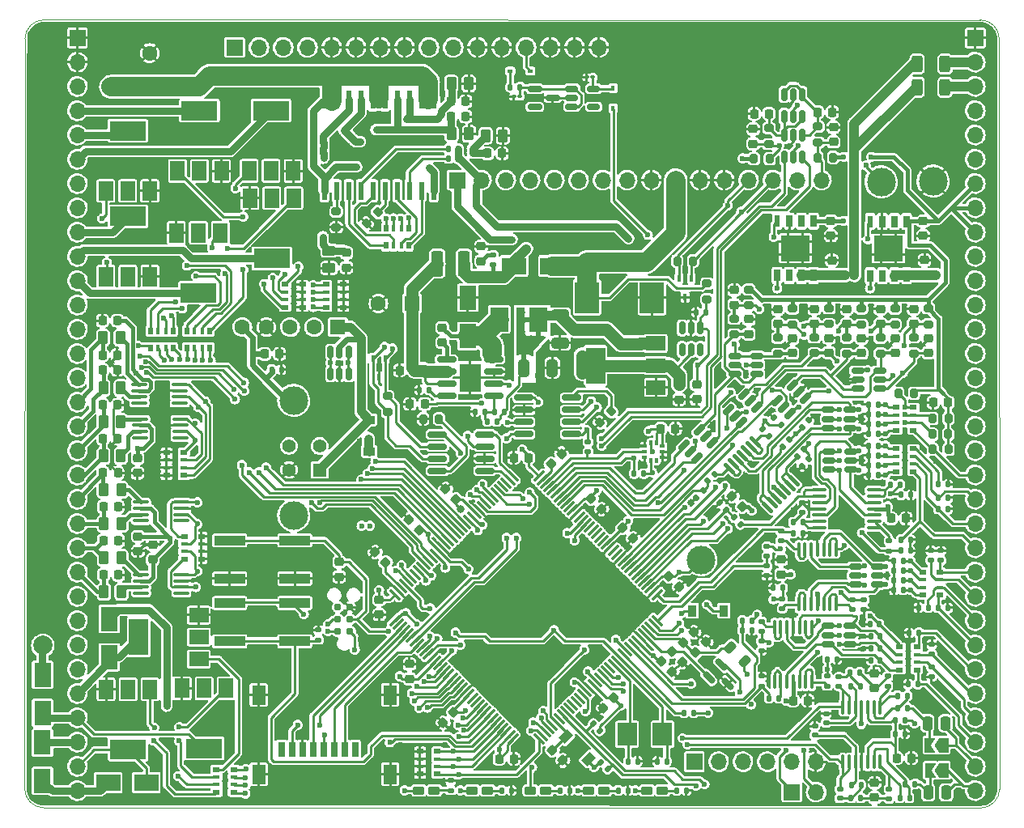
<source format=gbr>
G04 #@! TF.GenerationSoftware,KiCad,Pcbnew,(6.0.1)*
G04 #@! TF.CreationDate,2022-08-30T16:06:41+01:00*
G04 #@! TF.ProjectId,polygonus-Shortage-Version,706f6c79-676f-46e7-9573-2d53686f7274,rev?*
G04 #@! TF.SameCoordinates,Original*
G04 #@! TF.FileFunction,Copper,L1,Top*
G04 #@! TF.FilePolarity,Positive*
%FSLAX46Y46*%
G04 Gerber Fmt 4.6, Leading zero omitted, Abs format (unit mm)*
G04 Created by KiCad (PCBNEW (6.0.1)) date 2022-08-30 16:06:41*
%MOMM*%
%LPD*%
G01*
G04 APERTURE LIST*
G04 Aperture macros list*
%AMRoundRect*
0 Rectangle with rounded corners*
0 $1 Rounding radius*
0 $2 $3 $4 $5 $6 $7 $8 $9 X,Y pos of 4 corners*
0 Add a 4 corners polygon primitive as box body*
4,1,4,$2,$3,$4,$5,$6,$7,$8,$9,$2,$3,0*
0 Add four circle primitives for the rounded corners*
1,1,$1+$1,$2,$3*
1,1,$1+$1,$4,$5*
1,1,$1+$1,$6,$7*
1,1,$1+$1,$8,$9*
0 Add four rect primitives between the rounded corners*
20,1,$1+$1,$2,$3,$4,$5,0*
20,1,$1+$1,$4,$5,$6,$7,0*
20,1,$1+$1,$6,$7,$8,$9,0*
20,1,$1+$1,$8,$9,$2,$3,0*%
%AMRotRect*
0 Rectangle, with rotation*
0 The origin of the aperture is its center*
0 $1 length*
0 $2 width*
0 $3 Rotation angle, in degrees counterclockwise*
0 Add horizontal line*
21,1,$1,$2,0,0,$3*%
%AMFreePoly0*
4,1,6,1.000000,0.000000,0.500000,-0.750000,-0.500000,-0.750000,-0.500000,0.750000,0.500000,0.750000,1.000000,0.000000,1.000000,0.000000,$1*%
%AMFreePoly1*
4,1,6,0.500000,-0.750000,-0.650000,-0.750000,-0.150000,0.000000,-0.650000,0.750000,0.500000,0.750000,0.500000,-0.750000,0.500000,-0.750000,$1*%
G04 Aperture macros list end*
G04 #@! TA.AperFunction,Profile*
%ADD10C,0.050000*%
G04 #@! TD*
G04 #@! TA.AperFunction,SMDPad,CuDef*
%ADD11RoundRect,0.225000X0.250000X-0.225000X0.250000X0.225000X-0.250000X0.225000X-0.250000X-0.225000X0*%
G04 #@! TD*
G04 #@! TA.AperFunction,SMDPad,CuDef*
%ADD12RoundRect,0.135000X-0.135000X-0.185000X0.135000X-0.185000X0.135000X0.185000X-0.135000X0.185000X0*%
G04 #@! TD*
G04 #@! TA.AperFunction,SMDPad,CuDef*
%ADD13RoundRect,0.135000X0.226274X0.035355X0.035355X0.226274X-0.226274X-0.035355X-0.035355X-0.226274X0*%
G04 #@! TD*
G04 #@! TA.AperFunction,SMDPad,CuDef*
%ADD14RoundRect,0.100000X0.100000X-0.637500X0.100000X0.637500X-0.100000X0.637500X-0.100000X-0.637500X0*%
G04 #@! TD*
G04 #@! TA.AperFunction,SMDPad,CuDef*
%ADD15RoundRect,0.100000X0.637500X0.100000X-0.637500X0.100000X-0.637500X-0.100000X0.637500X-0.100000X0*%
G04 #@! TD*
G04 #@! TA.AperFunction,SMDPad,CuDef*
%ADD16R,0.650000X1.310000*%
G04 #@! TD*
G04 #@! TA.AperFunction,SMDPad,CuDef*
%ADD17R,0.600000X1.310000*%
G04 #@! TD*
G04 #@! TA.AperFunction,SMDPad,CuDef*
%ADD18R,1.500000X1.325000*%
G04 #@! TD*
G04 #@! TA.AperFunction,SMDPad,CuDef*
%ADD19RoundRect,0.225000X-0.250000X0.225000X-0.250000X-0.225000X0.250000X-0.225000X0.250000X0.225000X0*%
G04 #@! TD*
G04 #@! TA.AperFunction,SMDPad,CuDef*
%ADD20RoundRect,0.135000X-0.226274X-0.035355X-0.035355X-0.226274X0.226274X0.035355X0.035355X0.226274X0*%
G04 #@! TD*
G04 #@! TA.AperFunction,SMDPad,CuDef*
%ADD21RoundRect,0.225000X-0.225000X-0.250000X0.225000X-0.250000X0.225000X0.250000X-0.225000X0.250000X0*%
G04 #@! TD*
G04 #@! TA.AperFunction,SMDPad,CuDef*
%ADD22RoundRect,0.225000X0.017678X-0.335876X0.335876X-0.017678X-0.017678X0.335876X-0.335876X0.017678X0*%
G04 #@! TD*
G04 #@! TA.AperFunction,SMDPad,CuDef*
%ADD23RoundRect,0.140000X-0.140000X-0.170000X0.140000X-0.170000X0.140000X0.170000X-0.140000X0.170000X0*%
G04 #@! TD*
G04 #@! TA.AperFunction,SMDPad,CuDef*
%ADD24RoundRect,0.225000X0.335876X0.017678X0.017678X0.335876X-0.335876X-0.017678X-0.017678X-0.335876X0*%
G04 #@! TD*
G04 #@! TA.AperFunction,SMDPad,CuDef*
%ADD25RoundRect,0.225000X-0.335876X-0.017678X-0.017678X-0.335876X0.335876X0.017678X0.017678X0.335876X0*%
G04 #@! TD*
G04 #@! TA.AperFunction,SMDPad,CuDef*
%ADD26RoundRect,0.218750X0.424264X0.114905X0.114905X0.424264X-0.424264X-0.114905X-0.114905X-0.424264X0*%
G04 #@! TD*
G04 #@! TA.AperFunction,SMDPad,CuDef*
%ADD27RoundRect,0.200000X0.200000X0.275000X-0.200000X0.275000X-0.200000X-0.275000X0.200000X-0.275000X0*%
G04 #@! TD*
G04 #@! TA.AperFunction,SMDPad,CuDef*
%ADD28R,0.800000X0.500000*%
G04 #@! TD*
G04 #@! TA.AperFunction,SMDPad,CuDef*
%ADD29R,0.800000X0.400000*%
G04 #@! TD*
G04 #@! TA.AperFunction,SMDPad,CuDef*
%ADD30RoundRect,0.100000X0.521491X-0.380070X-0.380070X0.521491X-0.521491X0.380070X0.380070X-0.521491X0*%
G04 #@! TD*
G04 #@! TA.AperFunction,SMDPad,CuDef*
%ADD31R,0.500000X0.800000*%
G04 #@! TD*
G04 #@! TA.AperFunction,SMDPad,CuDef*
%ADD32R,0.400000X0.800000*%
G04 #@! TD*
G04 #@! TA.AperFunction,SMDPad,CuDef*
%ADD33RoundRect,0.135000X0.135000X0.185000X-0.135000X0.185000X-0.135000X-0.185000X0.135000X-0.185000X0*%
G04 #@! TD*
G04 #@! TA.AperFunction,SMDPad,CuDef*
%ADD34RoundRect,0.225000X0.225000X0.250000X-0.225000X0.250000X-0.225000X-0.250000X0.225000X-0.250000X0*%
G04 #@! TD*
G04 #@! TA.AperFunction,SMDPad,CuDef*
%ADD35RoundRect,0.075000X0.521491X-0.415425X-0.415425X0.521491X-0.521491X0.415425X0.415425X-0.521491X0*%
G04 #@! TD*
G04 #@! TA.AperFunction,SMDPad,CuDef*
%ADD36RoundRect,0.075000X0.521491X0.415425X0.415425X0.521491X-0.521491X-0.415425X-0.415425X-0.521491X0*%
G04 #@! TD*
G04 #@! TA.AperFunction,SMDPad,CuDef*
%ADD37RoundRect,0.250000X-0.325000X-0.650000X0.325000X-0.650000X0.325000X0.650000X-0.325000X0.650000X0*%
G04 #@! TD*
G04 #@! TA.AperFunction,SMDPad,CuDef*
%ADD38RoundRect,0.200000X-0.200000X-0.275000X0.200000X-0.275000X0.200000X0.275000X-0.200000X0.275000X0*%
G04 #@! TD*
G04 #@! TA.AperFunction,SMDPad,CuDef*
%ADD39RoundRect,0.140000X0.140000X0.170000X-0.140000X0.170000X-0.140000X-0.170000X0.140000X-0.170000X0*%
G04 #@! TD*
G04 #@! TA.AperFunction,SMDPad,CuDef*
%ADD40R,2.500000X1.800000*%
G04 #@! TD*
G04 #@! TA.AperFunction,SMDPad,CuDef*
%ADD41RoundRect,0.250000X-0.262500X-0.450000X0.262500X-0.450000X0.262500X0.450000X-0.262500X0.450000X0*%
G04 #@! TD*
G04 #@! TA.AperFunction,SMDPad,CuDef*
%ADD42RoundRect,0.100000X0.712500X0.100000X-0.712500X0.100000X-0.712500X-0.100000X0.712500X-0.100000X0*%
G04 #@! TD*
G04 #@! TA.AperFunction,SMDPad,CuDef*
%ADD43RoundRect,0.212500X0.400000X0.212500X-0.400000X0.212500X-0.400000X-0.212500X0.400000X-0.212500X0*%
G04 #@! TD*
G04 #@! TA.AperFunction,SMDPad,CuDef*
%ADD44RoundRect,0.135000X-0.185000X0.135000X-0.185000X-0.135000X0.185000X-0.135000X0.185000X0.135000X0*%
G04 #@! TD*
G04 #@! TA.AperFunction,SMDPad,CuDef*
%ADD45RoundRect,0.200000X-0.275000X0.200000X-0.275000X-0.200000X0.275000X-0.200000X0.275000X0.200000X0*%
G04 #@! TD*
G04 #@! TA.AperFunction,SMDPad,CuDef*
%ADD46RoundRect,0.200000X0.275000X-0.200000X0.275000X0.200000X-0.275000X0.200000X-0.275000X-0.200000X0*%
G04 #@! TD*
G04 #@! TA.AperFunction,SMDPad,CuDef*
%ADD47R,1.200000X0.900000*%
G04 #@! TD*
G04 #@! TA.AperFunction,SMDPad,CuDef*
%ADD48RoundRect,0.250000X0.312500X0.625000X-0.312500X0.625000X-0.312500X-0.625000X0.312500X-0.625000X0*%
G04 #@! TD*
G04 #@! TA.AperFunction,SMDPad,CuDef*
%ADD49RoundRect,0.250000X-0.312500X-0.625000X0.312500X-0.625000X0.312500X0.625000X-0.312500X0.625000X0*%
G04 #@! TD*
G04 #@! TA.AperFunction,SMDPad,CuDef*
%ADD50C,3.000000*%
G04 #@! TD*
G04 #@! TA.AperFunction,SMDPad,CuDef*
%ADD51RoundRect,0.150000X0.150000X-0.512500X0.150000X0.512500X-0.150000X0.512500X-0.150000X-0.512500X0*%
G04 #@! TD*
G04 #@! TA.AperFunction,SMDPad,CuDef*
%ADD52R,0.450000X0.700000*%
G04 #@! TD*
G04 #@! TA.AperFunction,SMDPad,CuDef*
%ADD53RoundRect,0.135000X0.185000X-0.135000X0.185000X0.135000X-0.185000X0.135000X-0.185000X-0.135000X0*%
G04 #@! TD*
G04 #@! TA.AperFunction,ComponentPad*
%ADD54R,1.600000X1.600000*%
G04 #@! TD*
G04 #@! TA.AperFunction,ComponentPad*
%ADD55C,1.600000*%
G04 #@! TD*
G04 #@! TA.AperFunction,SMDPad,CuDef*
%ADD56R,2.500000X3.300000*%
G04 #@! TD*
G04 #@! TA.AperFunction,SMDPad,CuDef*
%ADD57RoundRect,0.135000X-0.035355X0.226274X-0.226274X0.035355X0.035355X-0.226274X0.226274X-0.035355X0*%
G04 #@! TD*
G04 #@! TA.AperFunction,SMDPad,CuDef*
%ADD58RoundRect,0.135000X0.035355X-0.226274X0.226274X-0.035355X-0.035355X0.226274X-0.226274X0.035355X0*%
G04 #@! TD*
G04 #@! TA.AperFunction,SMDPad,CuDef*
%ADD59RoundRect,0.150000X0.512500X0.150000X-0.512500X0.150000X-0.512500X-0.150000X0.512500X-0.150000X0*%
G04 #@! TD*
G04 #@! TA.AperFunction,SMDPad,CuDef*
%ADD60RoundRect,0.140000X-0.170000X0.140000X-0.170000X-0.140000X0.170000X-0.140000X0.170000X0.140000X0*%
G04 #@! TD*
G04 #@! TA.AperFunction,SMDPad,CuDef*
%ADD61RoundRect,0.140000X0.170000X-0.140000X0.170000X0.140000X-0.170000X0.140000X-0.170000X-0.140000X0*%
G04 #@! TD*
G04 #@! TA.AperFunction,SMDPad,CuDef*
%ADD62RoundRect,0.100000X-0.100000X0.637500X-0.100000X-0.637500X0.100000X-0.637500X0.100000X0.637500X0*%
G04 #@! TD*
G04 #@! TA.AperFunction,SMDPad,CuDef*
%ADD63R,2.000000X1.500000*%
G04 #@! TD*
G04 #@! TA.AperFunction,SMDPad,CuDef*
%ADD64R,2.000000X3.800000*%
G04 #@! TD*
G04 #@! TA.AperFunction,SMDPad,CuDef*
%ADD65R,2.000000X2.400000*%
G04 #@! TD*
G04 #@! TA.AperFunction,SMDPad,CuDef*
%ADD66RoundRect,0.150000X-0.825000X-0.150000X0.825000X-0.150000X0.825000X0.150000X-0.825000X0.150000X0*%
G04 #@! TD*
G04 #@! TA.AperFunction,SMDPad,CuDef*
%ADD67R,2.290000X3.000000*%
G04 #@! TD*
G04 #@! TA.AperFunction,SMDPad,CuDef*
%ADD68R,1.800000X2.500000*%
G04 #@! TD*
G04 #@! TA.AperFunction,SMDPad,CuDef*
%ADD69RoundRect,0.150000X-0.150000X0.512500X-0.150000X-0.512500X0.150000X-0.512500X0.150000X0.512500X0*%
G04 #@! TD*
G04 #@! TA.AperFunction,SMDPad,CuDef*
%ADD70RoundRect,0.250000X0.375000X1.075000X-0.375000X1.075000X-0.375000X-1.075000X0.375000X-1.075000X0*%
G04 #@! TD*
G04 #@! TA.AperFunction,SMDPad,CuDef*
%ADD71RoundRect,0.200000X-0.053033X0.335876X-0.335876X0.053033X0.053033X-0.335876X0.335876X-0.053033X0*%
G04 #@! TD*
G04 #@! TA.AperFunction,SMDPad,CuDef*
%ADD72R,1.900000X2.500000*%
G04 #@! TD*
G04 #@! TA.AperFunction,SMDPad,CuDef*
%ADD73RoundRect,0.250000X-0.650000X0.325000X-0.650000X-0.325000X0.650000X-0.325000X0.650000X0.325000X0*%
G04 #@! TD*
G04 #@! TA.AperFunction,SMDPad,CuDef*
%ADD74RoundRect,0.250000X-0.250000X-0.475000X0.250000X-0.475000X0.250000X0.475000X-0.250000X0.475000X0*%
G04 #@! TD*
G04 #@! TA.AperFunction,ComponentPad*
%ADD75R,1.700000X1.700000*%
G04 #@! TD*
G04 #@! TA.AperFunction,ComponentPad*
%ADD76O,1.700000X1.700000*%
G04 #@! TD*
G04 #@! TA.AperFunction,SMDPad,CuDef*
%ADD77FreePoly0,180.000000*%
G04 #@! TD*
G04 #@! TA.AperFunction,SMDPad,CuDef*
%ADD78FreePoly1,180.000000*%
G04 #@! TD*
G04 #@! TA.AperFunction,SMDPad,CuDef*
%ADD79R,0.800000X1.500000*%
G04 #@! TD*
G04 #@! TA.AperFunction,SMDPad,CuDef*
%ADD80R,1.450000X2.000000*%
G04 #@! TD*
G04 #@! TA.AperFunction,ComponentPad*
%ADD81R,1.400000X1.400000*%
G04 #@! TD*
G04 #@! TA.AperFunction,ComponentPad*
%ADD82C,1.400000*%
G04 #@! TD*
G04 #@! TA.AperFunction,ComponentPad*
%ADD83C,3.000000*%
G04 #@! TD*
G04 #@! TA.AperFunction,SMDPad,CuDef*
%ADD84RoundRect,0.250000X-0.450000X0.262500X-0.450000X-0.262500X0.450000X-0.262500X0.450000X0.262500X0*%
G04 #@! TD*
G04 #@! TA.AperFunction,SMDPad,CuDef*
%ADD85RoundRect,0.150000X-0.521491X0.309359X0.309359X-0.521491X0.521491X-0.309359X-0.309359X0.521491X0*%
G04 #@! TD*
G04 #@! TA.AperFunction,SMDPad,CuDef*
%ADD86RoundRect,0.100000X-0.100000X0.175000X-0.100000X-0.175000X0.100000X-0.175000X0.100000X0.175000X0*%
G04 #@! TD*
G04 #@! TA.AperFunction,SMDPad,CuDef*
%ADD87RoundRect,0.100000X-0.175000X0.100000X-0.175000X-0.100000X0.175000X-0.100000X0.175000X0.100000X0*%
G04 #@! TD*
G04 #@! TA.AperFunction,SMDPad,CuDef*
%ADD88R,3.200000X1.000000*%
G04 #@! TD*
G04 #@! TA.AperFunction,ConnectorPad*
%ADD89C,0.787400*%
G04 #@! TD*
G04 #@! TA.AperFunction,SMDPad,CuDef*
%ADD90R,0.900000X1.200000*%
G04 #@! TD*
G04 #@! TA.AperFunction,SMDPad,CuDef*
%ADD91RotRect,0.900000X1.200000X315.000000*%
G04 #@! TD*
G04 #@! TA.AperFunction,SMDPad,CuDef*
%ADD92R,0.450000X0.600000*%
G04 #@! TD*
G04 #@! TA.AperFunction,SMDPad,CuDef*
%ADD93RoundRect,0.150000X-0.512500X-0.150000X0.512500X-0.150000X0.512500X0.150000X-0.512500X0.150000X0*%
G04 #@! TD*
G04 #@! TA.AperFunction,SMDPad,CuDef*
%ADD94R,1.500000X2.000000*%
G04 #@! TD*
G04 #@! TA.AperFunction,SMDPad,CuDef*
%ADD95R,3.800000X2.000000*%
G04 #@! TD*
G04 #@! TA.AperFunction,SMDPad,CuDef*
%ADD96RoundRect,0.150000X0.256326X0.468458X-0.468458X-0.256326X-0.256326X-0.468458X0.468458X0.256326X0*%
G04 #@! TD*
G04 #@! TA.AperFunction,SMDPad,CuDef*
%ADD97R,0.550000X1.950000*%
G04 #@! TD*
G04 #@! TA.AperFunction,SMDPad,CuDef*
%ADD98RoundRect,0.200000X0.053033X-0.335876X0.335876X-0.053033X-0.053033X0.335876X-0.335876X0.053033X0*%
G04 #@! TD*
G04 #@! TA.AperFunction,SMDPad,CuDef*
%ADD99RoundRect,0.100000X-0.130000X-0.100000X0.130000X-0.100000X0.130000X0.100000X-0.130000X0.100000X0*%
G04 #@! TD*
G04 #@! TA.AperFunction,SMDPad,CuDef*
%ADD100RoundRect,0.150000X-0.587500X-0.150000X0.587500X-0.150000X0.587500X0.150000X-0.587500X0.150000X0*%
G04 #@! TD*
G04 #@! TA.AperFunction,SMDPad,CuDef*
%ADD101R,0.600000X0.450000*%
G04 #@! TD*
G04 #@! TA.AperFunction,SMDPad,CuDef*
%ADD102RoundRect,0.150000X0.825000X0.150000X-0.825000X0.150000X-0.825000X-0.150000X0.825000X-0.150000X0*%
G04 #@! TD*
G04 #@! TA.AperFunction,SMDPad,CuDef*
%ADD103RoundRect,0.100000X0.130000X0.100000X-0.130000X0.100000X-0.130000X-0.100000X0.130000X-0.100000X0*%
G04 #@! TD*
G04 #@! TA.AperFunction,ViaPad*
%ADD104C,0.599440*%
G04 #@! TD*
G04 #@! TA.AperFunction,ViaPad*
%ADD105C,0.800000*%
G04 #@! TD*
G04 #@! TA.AperFunction,ViaPad*
%ADD106C,0.600000*%
G04 #@! TD*
G04 #@! TA.AperFunction,ViaPad*
%ADD107C,2.000000*%
G04 #@! TD*
G04 #@! TA.AperFunction,Conductor*
%ADD108C,0.254000*%
G04 #@! TD*
G04 #@! TA.AperFunction,Conductor*
%ADD109C,0.762000*%
G04 #@! TD*
G04 #@! TA.AperFunction,Conductor*
%ADD110C,0.404600*%
G04 #@! TD*
G04 #@! TA.AperFunction,Conductor*
%ADD111C,0.914400*%
G04 #@! TD*
G04 #@! TA.AperFunction,Conductor*
%ADD112C,0.406400*%
G04 #@! TD*
G04 #@! TA.AperFunction,Conductor*
%ADD113C,1.016000*%
G04 #@! TD*
G04 #@! TA.AperFunction,Conductor*
%ADD114C,1.270000*%
G04 #@! TD*
G04 #@! TA.AperFunction,Conductor*
%ADD115C,0.304800*%
G04 #@! TD*
G04 #@! TA.AperFunction,Conductor*
%ADD116C,2.032000*%
G04 #@! TD*
G04 #@! TA.AperFunction,Conductor*
%ADD117C,0.609600*%
G04 #@! TD*
G04 APERTURE END LIST*
D10*
X27598758Y70480030D02*
X27566743Y-7944264D01*
X29598758Y72480030D02*
G75*
G03*
X27598758Y70480030I-1J-1999999D01*
G01*
X127511245Y72474911D02*
X29598758Y72480030D01*
X29566743Y-9944264D02*
X127539293Y-9975264D01*
X127539293Y-9975264D02*
G75*
G03*
X129539293Y-7975264I1J1999999D01*
G01*
X129539293Y-7975264D02*
X129511245Y70474911D01*
X27566743Y-7944264D02*
G75*
G03*
X29566743Y-9944264I1999999J-1D01*
G01*
X129511245Y70474911D02*
G75*
G03*
X127511245Y72474911I-1999999J1D01*
G01*
D11*
G04 #@! TO.P,C1015,1*
G04 #@! TO.N,/12V_PROT*
X112003326Y45778948D03*
G04 #@! TO.P,C1015,2*
G04 #@! TO.N,GND*
X112003326Y47328948D03*
G04 #@! TD*
D12*
G04 #@! TO.P,R902,1*
G04 #@! TO.N,/AV10*
X123130975Y21307317D03*
G04 #@! TO.P,R902,2*
G04 #@! TO.N,GND*
X124150975Y21307317D03*
G04 #@! TD*
G04 #@! TO.P,R903,1*
G04 #@! TO.N,/AV11*
X123142194Y22496586D03*
G04 #@! TO.P,R903,2*
G04 #@! TO.N,GND*
X124162194Y22496586D03*
G04 #@! TD*
G04 #@! TO.P,R904,1*
G04 #@! TO.N,/quad_analog3/IN4*
X123119755Y23887806D03*
G04 #@! TO.P,R904,2*
G04 #@! TO.N,GND*
X124139755Y23887806D03*
G04 #@! TD*
D13*
G04 #@! TO.P,R1007,1*
G04 #@! TO.N,/mcu/5V_SENSOR_2_PG*
X88562124Y-5885124D03*
G04 #@! TO.P,R1007,2*
G04 #@! TO.N,+3V3*
X87840876Y-5163876D03*
G04 #@! TD*
D14*
G04 #@! TO.P,U801,1*
G04 #@! TO.N,Net-(R9-Pad2)*
X108540000Y11361500D03*
G04 #@! TO.P,U801,2,-*
X109190000Y11361500D03*
G04 #@! TO.P,U801,3,+*
G04 #@! TO.N,Net-(C5-Pad1)*
X109840000Y11361500D03*
G04 #@! TO.P,U801,4,V+*
G04 #@! TO.N,+5V*
X110490000Y11361500D03*
G04 #@! TO.P,U801,5,+*
G04 #@! TO.N,Net-(C6-Pad1)*
X111140000Y11361500D03*
G04 #@! TO.P,U801,6,-*
G04 #@! TO.N,Net-(R10-Pad2)*
X111790000Y11361500D03*
G04 #@! TO.P,U801,7*
X112440000Y11361500D03*
G04 #@! TO.P,U801,8*
G04 #@! TO.N,Net-(R11-Pad2)*
X112440000Y17086500D03*
G04 #@! TO.P,U801,9,-*
X111790000Y17086500D03*
G04 #@! TO.P,U801,10,+*
G04 #@! TO.N,Net-(C7-Pad1)*
X111140000Y17086500D03*
G04 #@! TO.P,U801,11,V-*
G04 #@! TO.N,GND*
X110490000Y17086500D03*
G04 #@! TO.P,U801,12,+*
G04 #@! TO.N,Net-(C8-Pad1)*
X109840000Y17086500D03*
G04 #@! TO.P,U801,13,-*
G04 #@! TO.N,Net-(R12-Pad2)*
X109190000Y17086500D03*
G04 #@! TO.P,U801,14*
X108540000Y17086500D03*
G04 #@! TD*
D15*
G04 #@! TO.P,U901,1*
G04 #@! TO.N,Net-(R17-Pad2)*
X116400500Y19386000D03*
G04 #@! TO.P,U901,2,-*
X116400500Y20036000D03*
G04 #@! TO.P,U901,3,+*
G04 #@! TO.N,Net-(C9-Pad1)*
X116400500Y20686000D03*
G04 #@! TO.P,U901,4,V+*
G04 #@! TO.N,+5V*
X116400500Y21336000D03*
G04 #@! TO.P,U901,5,+*
G04 #@! TO.N,Net-(C10-Pad1)*
X116400500Y21986000D03*
G04 #@! TO.P,U901,6,-*
G04 #@! TO.N,Net-(R18-Pad2)*
X116400500Y22636000D03*
G04 #@! TO.P,U901,7*
X116400500Y23286000D03*
G04 #@! TO.P,U901,8*
G04 #@! TO.N,Net-(R19-Pad2)*
X110675500Y23286000D03*
G04 #@! TO.P,U901,9,-*
X110675500Y22636000D03*
G04 #@! TO.P,U901,10,+*
G04 #@! TO.N,Net-(C11-Pad1)*
X110675500Y21986000D03*
G04 #@! TO.P,U901,11,V-*
G04 #@! TO.N,GND*
X110675500Y21336000D03*
G04 #@! TO.P,U901,12,+*
G04 #@! TO.N,Net-(C12-Pad1)*
X110675500Y20686000D03*
G04 #@! TO.P,U901,13,-*
G04 #@! TO.N,Net-(R20-Pad2)*
X110675500Y20036000D03*
G04 #@! TO.P,U901,14*
X110675500Y19386000D03*
G04 #@! TD*
D16*
G04 #@! TO.P,U1004,1,OUT*
G04 #@! TO.N,/5V_SENSOR_1*
X119814671Y51392123D03*
G04 #@! TO.P,U1004,2*
G04 #@! TO.N,unconnected-(U1004-Pad2)*
X118544671Y51392123D03*
G04 #@! TO.P,U1004,3,GND*
G04 #@! TO.N,GND*
X117274671Y51392123D03*
D17*
G04 #@! TO.P,U1004,4,PG*
G04 #@! TO.N,/mcu/5V_SENSOR_1_PG*
X116004671Y51392123D03*
D16*
G04 #@! TO.P,U1004,5,ADJ*
G04 #@! TO.N,+5V*
X116004671Y45702123D03*
G04 #@! TO.P,U1004,6*
G04 #@! TO.N,unconnected-(U1004-Pad6)*
X117274671Y45702123D03*
G04 #@! TO.P,U1004,7,EN*
G04 #@! TO.N,/12V_PROT*
X118544671Y45702123D03*
G04 #@! TO.P,U1004,8,IN*
X119814671Y45702123D03*
D18*
G04 #@! TO.P,U1004,9,GND*
G04 #@! TO.N,GND*
X118659671Y49209623D03*
X117159671Y47884623D03*
X118659671Y47884623D03*
X117159671Y49209623D03*
G04 #@! TD*
D16*
G04 #@! TO.P,U1005,1,OUT*
G04 #@! TO.N,/5V_SENSOR_2*
X110083142Y51429989D03*
G04 #@! TO.P,U1005,2*
G04 #@! TO.N,unconnected-(U1005-Pad2)*
X108813142Y51429989D03*
G04 #@! TO.P,U1005,3,GND*
G04 #@! TO.N,GND*
X107543142Y51429989D03*
D17*
G04 #@! TO.P,U1005,4,PG*
G04 #@! TO.N,/mcu/5V_SENSOR_2_PG*
X106273142Y51429989D03*
D16*
G04 #@! TO.P,U1005,5,ADJ*
G04 #@! TO.N,+5V*
X106273142Y45739989D03*
G04 #@! TO.P,U1005,6*
G04 #@! TO.N,unconnected-(U1005-Pad6)*
X107543142Y45739989D03*
G04 #@! TO.P,U1005,7,EN*
G04 #@! TO.N,/12V_PROT*
X108813142Y45739989D03*
G04 #@! TO.P,U1005,8,IN*
X110083142Y45739989D03*
D18*
G04 #@! TO.P,U1005,9,GND*
G04 #@! TO.N,GND*
X108928142Y47922489D03*
X107428142Y49247489D03*
X107428142Y47922489D03*
X108928142Y49247489D03*
G04 #@! TD*
D19*
G04 #@! TO.P,C1016,1*
G04 #@! TO.N,/5V_SENSOR_1*
X121539912Y51428769D03*
G04 #@! TO.P,C1016,2*
G04 #@! TO.N,GND*
X121539912Y49878769D03*
G04 #@! TD*
D11*
G04 #@! TO.P,C1017,1*
G04 #@! TO.N,/12V_PROT*
X121694368Y45805498D03*
G04 #@! TO.P,C1017,2*
G04 #@! TO.N,GND*
X121694368Y47355498D03*
G04 #@! TD*
D19*
G04 #@! TO.P,C1018,1*
G04 #@! TO.N,/5V_SENSOR_2*
X111896736Y51445598D03*
G04 #@! TO.P,C1018,2*
G04 #@! TO.N,GND*
X111896736Y49895598D03*
G04 #@! TD*
D20*
G04 #@! TO.P,R1006,1*
G04 #@! TO.N,/mcu/5V_SENSOR_1_PG*
X87015376Y-1163376D03*
G04 #@! TO.P,R1006,2*
G04 #@! TO.N,+3V3*
X87736624Y-1884624D03*
G04 #@! TD*
D21*
G04 #@! TO.P,C701,1*
G04 #@! TO.N,+5V*
X107937000Y1270000D03*
G04 #@! TO.P,C701,2*
G04 #@! TO.N,GND*
X109487000Y1270000D03*
G04 #@! TD*
D11*
G04 #@! TO.P,C801,1*
G04 #@! TO.N,+5V*
X106680000Y14465000D03*
G04 #@! TO.P,C801,2*
G04 #@! TO.N,GND*
X106680000Y16015000D03*
G04 #@! TD*
D21*
G04 #@! TO.P,C901,1*
G04 #@! TO.N,+5V*
X118194266Y20335608D03*
G04 #@! TO.P,C901,2*
G04 #@! TO.N,GND*
X119744266Y20335608D03*
G04 #@! TD*
D22*
G04 #@! TO.P,C1518,1*
G04 #@! TO.N,Net-(C1518-Pad1)*
X82636992Y25994992D03*
G04 #@! TO.P,C1518,2*
G04 #@! TO.N,GND*
X83733008Y27091008D03*
G04 #@! TD*
D23*
G04 #@! TO.P,C1521,1*
G04 #@! TO.N,Net-(C1521-Pad1)*
X90706000Y-5080000D03*
G04 #@! TO.P,C1521,2*
G04 #@! TO.N,GND*
X91666000Y-5080000D03*
G04 #@! TD*
D21*
G04 #@! TO.P,C1503,1*
G04 #@! TO.N,GND*
X78727000Y26670000D03*
G04 #@! TO.P,C1503,2*
G04 #@! TO.N,+3V3*
X80277000Y26670000D03*
G04 #@! TD*
D24*
G04 #@! TO.P,C1505,1*
G04 #@! TO.N,GND*
X95290008Y4277992D03*
G04 #@! TO.P,C1505,2*
G04 #@! TO.N,+3V3*
X94193992Y5374008D03*
G04 #@! TD*
G04 #@! TO.P,C1506,1*
G04 #@! TO.N,GND*
X96052008Y13167992D03*
G04 #@! TO.P,C1506,2*
G04 #@! TO.N,+3V3*
X94955992Y14264008D03*
G04 #@! TD*
D25*
G04 #@! TO.P,C1507,1*
G04 #@! TO.N,GND*
X71587992Y23408008D03*
G04 #@! TO.P,C1507,2*
G04 #@! TO.N,+3V3*
X72684008Y22311992D03*
G04 #@! TD*
D22*
G04 #@! TO.P,C1501,1*
G04 #@! TO.N,/mcu/VDDA*
X96479992Y7325992D03*
G04 #@! TO.P,C1501,2*
G04 #@! TO.N,GND*
X97576008Y8422008D03*
G04 #@! TD*
G04 #@! TO.P,C1502,1*
G04 #@! TO.N,/mcu/VDDA*
X97749992Y6309992D03*
G04 #@! TO.P,C1502,2*
G04 #@! TO.N,GND*
X98846008Y7406008D03*
G04 #@! TD*
D24*
G04 #@! TO.P,C1101,1*
G04 #@! TO.N,+5V*
X102656008Y21549992D03*
G04 #@! TO.P,C1101,2*
G04 #@! TO.N,GND*
X101559992Y22646008D03*
G04 #@! TD*
D26*
G04 #@! TO.P,FB1501,1*
G04 #@! TO.N,+3V3*
X102859301Y5344699D03*
G04 #@! TO.P,FB1501,2*
G04 #@! TO.N,/mcu/VDDA*
X101356699Y6847301D03*
G04 #@! TD*
D12*
G04 #@! TO.P,R901,1*
G04 #@! TO.N,/AV9*
X119202315Y18098535D03*
G04 #@! TO.P,R901,2*
G04 #@! TO.N,GND*
X120222315Y18098535D03*
G04 #@! TD*
G04 #@! TO.P,R1502,1*
G04 #@! TO.N,/mcu/nRESET*
X96518000Y0D03*
G04 #@! TO.P,R1502,2*
G04 #@! TO.N,+3V3*
X97538000Y0D03*
G04 #@! TD*
D27*
G04 #@! TO.P,R1101,1*
G04 #@! TO.N,/5V_SENSOR_1*
X124203537Y27547316D03*
G04 #@! TO.P,R1101,2*
G04 #@! TO.N,/AT1*
X122553537Y27547316D03*
G04 #@! TD*
G04 #@! TO.P,R1102,1*
G04 #@! TO.N,/5V_SENSOR_1*
X124169878Y29129268D03*
G04 #@! TO.P,R1102,2*
G04 #@! TO.N,/AT2*
X122519878Y29129268D03*
G04 #@! TD*
G04 #@! TO.P,R1103,1*
G04 #@! TO.N,/5V_SENSOR_1*
X124181098Y30789757D03*
G04 #@! TO.P,R1103,2*
G04 #@! TO.N,/AT3*
X122531098Y30789757D03*
G04 #@! TD*
G04 #@! TO.P,R1104,1*
G04 #@! TO.N,/5V_SENSOR_1*
X120586000Y33401000D03*
G04 #@! TO.P,R1104,2*
G04 #@! TO.N,/AT4*
X118936000Y33401000D03*
G04 #@! TD*
D28*
G04 #@! TO.P,RN701,1,R1.1*
G04 #@! TO.N,/AV1*
X120887074Y4487074D03*
D29*
G04 #@! TO.P,RN701,2,R2.1*
G04 #@! TO.N,/AV2*
X120887074Y5287074D03*
G04 #@! TO.P,RN701,3,R3.1*
G04 #@! TO.N,/AV3*
X120887074Y6087074D03*
D28*
G04 #@! TO.P,RN701,4,R4.1*
G04 #@! TO.N,/AV4*
X120887074Y6887074D03*
G04 #@! TO.P,RN701,5,R4.2*
G04 #@! TO.N,Net-(C4-Pad1)*
X119087074Y6887074D03*
D29*
G04 #@! TO.P,RN701,6,R3.2*
G04 #@! TO.N,Net-(C3-Pad1)*
X119087074Y6087074D03*
G04 #@! TO.P,RN701,7,R2.2*
G04 #@! TO.N,Net-(C2-Pad1)*
X119087074Y5287074D03*
D28*
G04 #@! TO.P,RN701,8,R1.2*
G04 #@! TO.N,Net-(C1-Pad1)*
X119087074Y4487074D03*
G04 #@! TD*
G04 #@! TO.P,RN801,1,R1.1*
G04 #@! TO.N,/AV5*
X123301709Y12312926D03*
D29*
G04 #@! TO.P,RN801,2,R2.1*
G04 #@! TO.N,/AV6*
X123301709Y13112926D03*
G04 #@! TO.P,RN801,3,R3.1*
G04 #@! TO.N,/AV7*
X123301709Y13912926D03*
D28*
G04 #@! TO.P,RN801,4,R4.1*
G04 #@! TO.N,/AV8*
X123301709Y14712926D03*
G04 #@! TO.P,RN801,5,R4.2*
G04 #@! TO.N,Net-(C8-Pad1)*
X121501709Y14712926D03*
D29*
G04 #@! TO.P,RN801,6,R3.2*
G04 #@! TO.N,Net-(C7-Pad1)*
X121501709Y13912926D03*
G04 #@! TO.P,RN801,7,R2.2*
G04 #@! TO.N,Net-(C6-Pad1)*
X121501709Y13112926D03*
D28*
G04 #@! TO.P,RN801,8,R1.2*
G04 #@! TO.N,Net-(C5-Pad1)*
X121501709Y12312926D03*
G04 #@! TD*
G04 #@! TO.P,RN901,1,R1.1*
G04 #@! TO.N,/AV9*
X120534000Y25216000D03*
D29*
G04 #@! TO.P,RN901,2,R2.1*
G04 #@! TO.N,/AV10*
X120534000Y26016000D03*
G04 #@! TO.P,RN901,3,R3.1*
G04 #@! TO.N,/AV11*
X120534000Y26816000D03*
D28*
G04 #@! TO.P,RN901,4,R4.1*
G04 #@! TO.N,/quad_analog3/IN4*
X120534000Y27616000D03*
G04 #@! TO.P,RN901,5,R4.2*
G04 #@! TO.N,Net-(C12-Pad1)*
X118734000Y27616000D03*
D29*
G04 #@! TO.P,RN901,6,R3.2*
G04 #@! TO.N,Net-(C11-Pad1)*
X118734000Y26816000D03*
G04 #@! TO.P,RN901,7,R2.2*
G04 #@! TO.N,Net-(C10-Pad1)*
X118734000Y26016000D03*
D28*
G04 #@! TO.P,RN901,8,R1.2*
G04 #@! TO.N,Net-(C9-Pad1)*
X118734000Y25216000D03*
G04 #@! TD*
G04 #@! TO.P,RN1101,1,R1.1*
G04 #@! TO.N,/AT1*
X120534000Y29534000D03*
D29*
G04 #@! TO.P,RN1101,2,R2.1*
G04 #@! TO.N,/AT2*
X120534000Y30334000D03*
G04 #@! TO.P,RN1101,3,R3.1*
G04 #@! TO.N,/AT3*
X120534000Y31134000D03*
D28*
G04 #@! TO.P,RN1101,4,R4.1*
G04 #@! TO.N,/AT4*
X120534000Y31934000D03*
G04 #@! TO.P,RN1101,5,R4.2*
G04 #@! TO.N,Net-(C16-Pad1)*
X118734000Y31934000D03*
D29*
G04 #@! TO.P,RN1101,6,R3.2*
G04 #@! TO.N,Net-(C15-Pad1)*
X118734000Y31134000D03*
G04 #@! TO.P,RN1101,7,R2.2*
G04 #@! TO.N,Net-(C14-Pad1)*
X118734000Y30334000D03*
D28*
G04 #@! TO.P,RN1101,8,R1.2*
G04 #@! TO.N,Net-(C13-Pad1)*
X118734000Y29534000D03*
G04 #@! TD*
D30*
G04 #@! TO.P,U1101,1*
G04 #@! TO.N,Net-(R25-Pad2)*
X105293235Y21489049D03*
G04 #@! TO.P,U1101,2,-*
X105752854Y21948668D03*
G04 #@! TO.P,U1101,3,+*
G04 #@! TO.N,Net-(C13-Pad1)*
X106212474Y22408287D03*
G04 #@! TO.P,U1101,4,V+*
G04 #@! TO.N,+5V*
X106672093Y22867907D03*
G04 #@! TO.P,U1101,5,+*
G04 #@! TO.N,Net-(C14-Pad1)*
X107131713Y23327526D03*
G04 #@! TO.P,U1101,6,-*
G04 #@! TO.N,Net-(R26-Pad2)*
X107591332Y23787146D03*
G04 #@! TO.P,U1101,7*
X108050951Y24246765D03*
G04 #@! TO.P,U1101,8*
G04 #@! TO.N,Net-(R27-Pad2)*
X104002765Y28294951D03*
G04 #@! TO.P,U1101,9,-*
X103543146Y27835332D03*
G04 #@! TO.P,U1101,10,+*
G04 #@! TO.N,Net-(C15-Pad1)*
X103083526Y27375713D03*
G04 #@! TO.P,U1101,11,V-*
G04 #@! TO.N,GND*
X102623907Y26916093D03*
G04 #@! TO.P,U1101,12,+*
G04 #@! TO.N,Net-(C16-Pad1)*
X102164287Y26456474D03*
G04 #@! TO.P,U1101,13,-*
G04 #@! TO.N,Net-(R28-Pad2)*
X101704668Y25996854D03*
G04 #@! TO.P,U1101,14*
X101245049Y25537235D03*
G04 #@! TD*
D21*
G04 #@! TO.P,C1516,1*
G04 #@! TO.N,/USB_SHIELD*
X52662462Y37533142D03*
G04 #@! TO.P,C1516,2*
G04 #@! TO.N,GND*
X54212462Y37533142D03*
G04 #@! TD*
D12*
G04 #@! TO.P,R1501,1*
G04 #@! TO.N,/USB_SHIELD*
X53400730Y35884875D03*
G04 #@! TO.P,R1501,2*
G04 #@! TO.N,GND*
X54420730Y35884875D03*
G04 #@! TD*
D19*
G04 #@! TO.P,C1301,1*
G04 #@! TO.N,/HS1*
X61218413Y48102703D03*
G04 #@! TO.P,C1301,2*
G04 #@! TO.N,GND*
X61218413Y46552703D03*
G04 #@! TD*
D21*
G04 #@! TO.P,C1302,1*
G04 #@! TO.N,/HS2*
X75971164Y58519287D03*
G04 #@! TO.P,C1302,2*
G04 #@! TO.N,GND*
X77521164Y58519287D03*
G04 #@! TD*
D31*
G04 #@! TO.P,RN1301,1,R1.1*
G04 #@! TO.N,/highside_quad/IN4*
X67750175Y50664268D03*
D32*
G04 #@! TO.P,RN1301,2,R2.1*
G04 #@! TO.N,/highside_quad/IN3*
X66950175Y50664268D03*
G04 #@! TO.P,RN1301,3,R3.1*
G04 #@! TO.N,/highside_quad/IN2*
X66150175Y50664268D03*
D31*
G04 #@! TO.P,RN1301,4,R4.1*
G04 #@! TO.N,/highside_quad/IN1*
X65350175Y50664268D03*
G04 #@! TO.P,RN1301,5,R4.2*
G04 #@! TO.N,Net-(RN1301-Pad5)*
X65350175Y48864268D03*
D32*
G04 #@! TO.P,RN1301,6,R3.2*
G04 #@! TO.N,Net-(RN1301-Pad6)*
X66150175Y48864268D03*
G04 #@! TO.P,RN1301,7,R2.2*
G04 #@! TO.N,Net-(RN1301-Pad7)*
X66950175Y48864268D03*
D31*
G04 #@! TO.P,RN1301,8,R1.2*
G04 #@! TO.N,Net-(RN1301-Pad8)*
X67750175Y48864268D03*
G04 #@! TD*
D19*
G04 #@! TO.P,C1523,1*
G04 #@! TO.N,/mcu/12V_DIVIDED*
X97854133Y34331095D03*
G04 #@! TO.P,C1523,2*
G04 #@! TO.N,GND*
X97854133Y32781095D03*
G04 #@! TD*
D33*
G04 #@! TO.P,R1504,1*
G04 #@! TO.N,/mcu/12V_DIVIDED*
X98808000Y41910000D03*
G04 #@! TO.P,R1504,2*
G04 #@! TO.N,GND*
X97788000Y41910000D03*
G04 #@! TD*
D14*
G04 #@! TO.P,U701,1*
G04 #@! TO.N,Net-(R1-Pad2)*
X106000000Y3233500D03*
G04 #@! TO.P,U701,2,-*
X106650000Y3233500D03*
G04 #@! TO.P,U701,3,+*
G04 #@! TO.N,Net-(C1-Pad1)*
X107300000Y3233500D03*
G04 #@! TO.P,U701,4,V+*
G04 #@! TO.N,+5V*
X107950000Y3233500D03*
G04 #@! TO.P,U701,5,+*
G04 #@! TO.N,Net-(C2-Pad1)*
X108600000Y3233500D03*
G04 #@! TO.P,U701,6,-*
G04 #@! TO.N,Net-(R2-Pad2)*
X109250000Y3233500D03*
G04 #@! TO.P,U701,7*
X109900000Y3233500D03*
G04 #@! TO.P,U701,8*
G04 #@! TO.N,Net-(R3-Pad2)*
X109900000Y8958500D03*
G04 #@! TO.P,U701,9,-*
X109250000Y8958500D03*
G04 #@! TO.P,U701,10,+*
G04 #@! TO.N,Net-(C3-Pad1)*
X108600000Y8958500D03*
G04 #@! TO.P,U701,11,V-*
G04 #@! TO.N,GND*
X107950000Y8958500D03*
G04 #@! TO.P,U701,12,+*
G04 #@! TO.N,Net-(C4-Pad1)*
X107300000Y8958500D03*
G04 #@! TO.P,U701,13,-*
G04 #@! TO.N,Net-(R4-Pad2)*
X106650000Y8958500D03*
G04 #@! TO.P,U701,14*
X106000000Y8958500D03*
G04 #@! TD*
D25*
G04 #@! TO.P,C1508,1*
G04 #@! TO.N,GND*
X67777992Y20207608D03*
G04 #@! TO.P,C1508,2*
G04 #@! TO.N,+3V3*
X68874008Y19111592D03*
G04 #@! TD*
D24*
G04 #@! TO.P,C1509,1*
G04 #@! TO.N,GND*
X91226008Y18247992D03*
G04 #@! TO.P,C1509,2*
G04 #@! TO.N,+3V3*
X90129992Y19344008D03*
G04 #@! TD*
D19*
G04 #@! TO.P,C1510,1*
G04 #@! TO.N,GND*
X67818000Y5093000D03*
G04 #@! TO.P,C1510,2*
G04 #@! TO.N,+3V3*
X67818000Y3543000D03*
G04 #@! TD*
D34*
G04 #@! TO.P,C1511,1*
G04 #@! TO.N,GND*
X78753000Y-4826000D03*
G04 #@! TO.P,C1511,2*
G04 #@! TO.N,+3V3*
X77203000Y-4826000D03*
G04 #@! TD*
D11*
G04 #@! TO.P,C1513,1*
G04 #@! TO.N,GND*
X64643000Y10274000D03*
G04 #@! TO.P,C1513,2*
G04 #@! TO.N,+3V3*
X64643000Y11824000D03*
G04 #@! TD*
D22*
G04 #@! TO.P,C1515,1*
G04 #@! TO.N,GND*
X88097992Y467992D03*
G04 #@! TO.P,C1515,2*
G04 #@! TO.N,+3V3*
X89194008Y1564008D03*
G04 #@! TD*
D35*
G04 #@! TO.P,U1501,1,PE2*
G04 #@! TO.N,/lowside_quad4/IN4*
X81352342Y-2726710D03*
G04 #@! TO.P,U1501,2,PE3*
G04 #@! TO.N,/mcu/LED1*
X81705895Y-2373157D03*
G04 #@! TO.P,U1501,3,PE4*
G04 #@! TO.N,/mcu/LED2*
X82059449Y-2019604D03*
G04 #@! TO.P,U1501,4,PE5*
G04 #@! TO.N,/mcu/LED3*
X82413002Y-1666050D03*
G04 #@! TO.P,U1501,5,PE6*
G04 #@! TO.N,/mcu/LED4*
X82766555Y-1312497D03*
G04 #@! TO.P,U1501,6,VBAT*
G04 #@! TO.N,Net-(C30-Pad1)*
X83120109Y-958943D03*
G04 #@! TO.P,U1501,7,PC13*
G04 #@! TO.N,unconnected-(U1501-Pad7)*
X83473662Y-605390D03*
G04 #@! TO.P,U1501,8,PC14*
G04 #@! TO.N,/mcu/5V_SENSOR_2_PG*
X83827215Y-251837D03*
G04 #@! TO.P,U1501,9,PC15*
G04 #@! TO.N,/mcu/5V_SENSOR_1_PG*
X84180769Y101717D03*
G04 #@! TO.P,U1501,10,PF0*
G04 #@! TO.N,unconnected-(U1501-Pad10)*
X84534322Y455270D03*
G04 #@! TO.P,U1501,11,PF1*
G04 #@! TO.N,unconnected-(U1501-Pad11)*
X84887876Y808824D03*
G04 #@! TO.P,U1501,12,PF2*
G04 #@! TO.N,unconnected-(U1501-Pad12)*
X85241429Y1162377D03*
G04 #@! TO.P,U1501,13,PF3*
G04 #@! TO.N,unconnected-(U1501-Pad13)*
X85594982Y1515930D03*
G04 #@! TO.P,U1501,14,PF4*
G04 #@! TO.N,/knock/FILTERED_1*
X85948536Y1869484D03*
G04 #@! TO.P,U1501,15,PF5*
G04 #@! TO.N,/knock/FILTERED_2*
X86302089Y2223037D03*
G04 #@! TO.P,U1501,16,VSS*
G04 #@! TO.N,GND*
X86655643Y2576590D03*
G04 #@! TO.P,U1501,17,VDD*
G04 #@! TO.N,+3V3*
X87009196Y2930144D03*
G04 #@! TO.P,U1501,18,PF6*
G04 #@! TO.N,/mcu/AUX_SPI_CS*
X87362749Y3283697D03*
G04 #@! TO.P,U1501,19,PF7*
G04 #@! TO.N,/mcu/AUX_SPI_SCK*
X87716303Y3637251D03*
G04 #@! TO.P,U1501,20,PF8*
G04 #@! TO.N,/mcu/AUX_SPI_MISO*
X88069856Y3990804D03*
G04 #@! TO.P,U1501,21,PF9*
G04 #@! TO.N,/mcu/AUX_SPI_MOSI*
X88423410Y4344357D03*
G04 #@! TO.P,U1501,22,PF10*
G04 #@! TO.N,unconnected-(U1501-Pad22)*
X88776963Y4697911D03*
G04 #@! TO.P,U1501,23,PH0*
G04 #@! TO.N,Net-(C1521-Pad1)*
X89130516Y5051464D03*
G04 #@! TO.P,U1501,24,PH1*
G04 #@! TO.N,Net-(C1522-Pad1)*
X89484070Y5405018D03*
G04 #@! TO.P,U1501,25,NRST*
G04 #@! TO.N,/mcu/nRESET*
X89837623Y5758571D03*
G04 #@! TO.P,U1501,26,PC0*
G04 #@! TO.N,/mcu/AV1*
X90191176Y6112124D03*
G04 #@! TO.P,U1501,27,PC1*
G04 #@! TO.N,/mcu/AV2*
X90544730Y6465678D03*
G04 #@! TO.P,U1501,28,PC2*
G04 #@! TO.N,/mcu/AV3*
X90898283Y6819231D03*
G04 #@! TO.P,U1501,29,PC3*
G04 #@! TO.N,/mcu/AV4*
X91251837Y7172785D03*
G04 #@! TO.P,U1501,30,VDD*
G04 #@! TO.N,+3V3*
X91605390Y7526338D03*
G04 #@! TO.P,U1501,31,VSSA*
G04 #@! TO.N,GND*
X91958943Y7879891D03*
G04 #@! TO.P,U1501,32,VREF+*
G04 #@! TO.N,Net-(C1520-Pad1)*
X92312497Y8233445D03*
G04 #@! TO.P,U1501,33,VDDA*
G04 #@! TO.N,/mcu/VDDA*
X92666050Y8586998D03*
G04 #@! TO.P,U1501,34,PA0*
G04 #@! TO.N,/mcu/AV5*
X93019604Y8940551D03*
G04 #@! TO.P,U1501,35,PA1*
G04 #@! TO.N,/mcu/AV6*
X93373157Y9294105D03*
G04 #@! TO.P,U1501,36,PA2*
G04 #@! TO.N,/mcu/AV7*
X93726710Y9647658D03*
D36*
G04 #@! TO.P,U1501,37,PA3*
G04 #@! TO.N,/mcu/AV8*
X93726710Y12352342D03*
G04 #@! TO.P,U1501,38,VSS*
G04 #@! TO.N,GND*
X93373157Y12705895D03*
G04 #@! TO.P,U1501,39,VDD*
G04 #@! TO.N,+3V3*
X93019604Y13059449D03*
G04 #@! TO.P,U1501,40,PA4*
G04 #@! TO.N,/mcu/AV9*
X92666050Y13413002D03*
G04 #@! TO.P,U1501,41,PA5*
G04 #@! TO.N,/mcu/AV10*
X92312497Y13766555D03*
G04 #@! TO.P,U1501,42,PA6*
G04 #@! TO.N,/mcu/AV11*
X91958943Y14120109D03*
G04 #@! TO.P,U1501,43,PA7*
G04 #@! TO.N,/mcu/12V_DIVIDED*
X91605390Y14473662D03*
G04 #@! TO.P,U1501,44,PC4*
G04 #@! TO.N,/mcu/AT1*
X91251837Y14827215D03*
G04 #@! TO.P,U1501,45,PC5*
G04 #@! TO.N,/mcu/AT2*
X90898283Y15180769D03*
G04 #@! TO.P,U1501,46,PB0*
G04 #@! TO.N,/mcu/AT3*
X90544730Y15534322D03*
G04 #@! TO.P,U1501,47,PB1*
G04 #@! TO.N,/mcu/AT4*
X90191176Y15887876D03*
G04 #@! TO.P,U1501,48,PB2*
G04 #@! TO.N,GND*
X89837623Y16241429D03*
G04 #@! TO.P,U1501,49,PF11*
G04 #@! TO.N,unconnected-(U1501-Pad49)*
X89484070Y16594982D03*
G04 #@! TO.P,U1501,50,PF12*
G04 #@! TO.N,unconnected-(U1501-Pad50)*
X89130516Y16948536D03*
G04 #@! TO.P,U1501,51,VSS*
G04 #@! TO.N,GND*
X88776963Y17302089D03*
G04 #@! TO.P,U1501,52,VDD*
G04 #@! TO.N,+3V3*
X88423410Y17655643D03*
G04 #@! TO.P,U1501,53,PF13*
G04 #@! TO.N,unconnected-(U1501-Pad53)*
X88069856Y18009196D03*
G04 #@! TO.P,U1501,54,PF14*
G04 #@! TO.N,unconnected-(U1501-Pad54)*
X87716303Y18362749D03*
G04 #@! TO.P,U1501,55,PF15*
G04 #@! TO.N,unconnected-(U1501-Pad55)*
X87362749Y18716303D03*
G04 #@! TO.P,U1501,56,PG0*
G04 #@! TO.N,unconnected-(U1501-Pad56)*
X87009196Y19069856D03*
G04 #@! TO.P,U1501,57,PG1*
G04 #@! TO.N,unconnected-(U1501-Pad57)*
X86655643Y19423410D03*
G04 #@! TO.P,U1501,58,PE7*
G04 #@! TO.N,/mcu/VR_1*
X86302089Y19776963D03*
G04 #@! TO.P,U1501,59,PE8*
G04 #@! TO.N,/mcu/VR_2*
X85948536Y20130516D03*
G04 #@! TO.P,U1501,60,PE9*
G04 #@! TO.N,unconnected-(U1501-Pad60)*
X85594982Y20484070D03*
G04 #@! TO.P,U1501,61,VSS*
G04 #@! TO.N,GND*
X85241429Y20837623D03*
G04 #@! TO.P,U1501,62,VDD*
G04 #@! TO.N,+3V3*
X84887876Y21191176D03*
G04 #@! TO.P,U1501,63,PE10*
G04 #@! TO.N,unconnected-(U1501-Pad63)*
X84534322Y21544730D03*
G04 #@! TO.P,U1501,64,PE11*
G04 #@! TO.N,/mcu/DIGITAL2*
X84180769Y21898283D03*
G04 #@! TO.P,U1501,65,PE12*
G04 #@! TO.N,/mcu/DIGITAL3*
X83827215Y22251837D03*
G04 #@! TO.P,U1501,66,PE13*
G04 #@! TO.N,/mcu/DIGITAL5*
X83473662Y22605390D03*
G04 #@! TO.P,U1501,67,PE14*
G04 #@! TO.N,/mcu/DIGITAL4*
X83120109Y22958943D03*
G04 #@! TO.P,U1501,68,PE15*
G04 #@! TO.N,/mcu/DIGITAL6*
X82766555Y23312497D03*
G04 #@! TO.P,U1501,69,PB10*
G04 #@! TO.N,/mcu/BARO_SCL*
X82413002Y23666050D03*
G04 #@! TO.P,U1501,70,PB11*
G04 #@! TO.N,/mcu/BARO_SDA*
X82059449Y24019604D03*
G04 #@! TO.P,U1501,71,VCAP_1*
G04 #@! TO.N,Net-(C1518-Pad1)*
X81705895Y24373157D03*
G04 #@! TO.P,U1501,72,VDD*
G04 #@! TO.N,+3V3*
X81352342Y24726710D03*
D35*
G04 #@! TO.P,U1501,73,PB12*
G04 #@! TO.N,/mcu/CAN2_RX*
X78647658Y24726710D03*
G04 #@! TO.P,U1501,74,PB13*
G04 #@! TO.N,/mcu/CAN2_TX*
X78294105Y24373157D03*
G04 #@! TO.P,U1501,75,PB14*
G04 #@! TO.N,unconnected-(U1501-Pad75)*
X77940551Y24019604D03*
G04 #@! TO.P,U1501,76,PB15*
G04 #@! TO.N,unconnected-(U1501-Pad76)*
X77586998Y23666050D03*
G04 #@! TO.P,U1501,77,PD8*
G04 #@! TO.N,/ETB2_DIS*
X77233445Y23312497D03*
G04 #@! TO.P,U1501,78,PD9*
G04 #@! TO.N,/ETB2_DIR*
X76879891Y22958943D03*
G04 #@! TO.P,U1501,79,PD10*
G04 #@! TO.N,/ETB1_DIR*
X76526338Y22605390D03*
G04 #@! TO.P,U1501,80,PD11*
G04 #@! TO.N,/ETB1_DIS*
X76172785Y22251837D03*
G04 #@! TO.P,U1501,81,PD12*
G04 #@! TO.N,/ETB1_PWM*
X75819231Y21898283D03*
G04 #@! TO.P,U1501,82,PD13*
G04 #@! TO.N,/ETB2_PWM*
X75465678Y21544730D03*
G04 #@! TO.P,U1501,83,VSS*
G04 #@! TO.N,GND*
X75112124Y21191176D03*
G04 #@! TO.P,U1501,84,VDD*
G04 #@! TO.N,+3V3*
X74758571Y20837623D03*
G04 #@! TO.P,U1501,85,PD14*
G04 #@! TO.N,/highside_quad/IN4*
X74405018Y20484070D03*
G04 #@! TO.P,U1501,86,PD15*
G04 #@! TO.N,/highside_quad/IN3*
X74051464Y20130516D03*
G04 #@! TO.P,U1501,87,PG2*
G04 #@! TO.N,/IGN12*
X73697911Y19776963D03*
G04 #@! TO.P,U1501,88,PG3*
G04 #@! TO.N,/IGN11*
X73344357Y19423410D03*
G04 #@! TO.P,U1501,89,PG4*
G04 #@! TO.N,/IGN10*
X72990804Y19069856D03*
G04 #@! TO.P,U1501,90,PG5*
G04 #@! TO.N,/IGN9*
X72637251Y18716303D03*
G04 #@! TO.P,U1501,91,PG6*
G04 #@! TO.N,/ign2/IN4*
X72283697Y18362749D03*
G04 #@! TO.P,U1501,92,PG7*
G04 #@! TO.N,/ign2/IN3*
X71930144Y18009196D03*
G04 #@! TO.P,U1501,93,PG8*
G04 #@! TO.N,/ign2/IN2*
X71576590Y17655643D03*
G04 #@! TO.P,U1501,94,VSS*
G04 #@! TO.N,GND*
X71223037Y17302089D03*
G04 #@! TO.P,U1501,95,VDDUSB*
G04 #@! TO.N,+3V3*
X70869484Y16948536D03*
G04 #@! TO.P,U1501,96,PC6*
G04 #@! TO.N,/mcu/DIGITAL1*
X70515930Y16594982D03*
G04 #@! TO.P,U1501,97,PC7*
G04 #@! TO.N,/ign2/IN1*
X70162377Y16241429D03*
G04 #@! TO.P,U1501,98,PC8*
G04 #@! TO.N,/ign1/IN4*
X69808824Y15887876D03*
G04 #@! TO.P,U1501,99,PC9*
G04 #@! TO.N,/ign1/IN3*
X69455270Y15534322D03*
G04 #@! TO.P,U1501,100,PA8*
G04 #@! TO.N,/highside_quad/IN2*
X69101717Y15180769D03*
G04 #@! TO.P,U1501,101,PA9*
G04 #@! TO.N,/highside_quad/IN1*
X68748163Y14827215D03*
G04 #@! TO.P,U1501,102,PA10*
G04 #@! TO.N,unconnected-(U1501-Pad102)*
X68394610Y14473662D03*
G04 #@! TO.P,U1501,103,PA11*
G04 #@! TO.N,/USB_D-*
X68041057Y14120109D03*
G04 #@! TO.P,U1501,104,PA12*
G04 #@! TO.N,/USB_D+*
X67687503Y13766555D03*
G04 #@! TO.P,U1501,105,PA13*
G04 #@! TO.N,/mcu/SWDIO*
X67333950Y13413002D03*
G04 #@! TO.P,U1501,106,VCAP_2*
G04 #@! TO.N,Net-(C1519-Pad1)*
X66980396Y13059449D03*
G04 #@! TO.P,U1501,107,VSS*
G04 #@! TO.N,GND*
X66626843Y12705895D03*
G04 #@! TO.P,U1501,108,VDD*
G04 #@! TO.N,+3V3*
X66273290Y12352342D03*
D36*
G04 #@! TO.P,U1501,109,PA14*
G04 #@! TO.N,/mcu/SWCLK*
X66273290Y9647658D03*
G04 #@! TO.P,U1501,110,PA15*
G04 #@! TO.N,unconnected-(U1501-Pad110)*
X66626843Y9294105D03*
G04 #@! TO.P,U1501,111,PC10*
G04 #@! TO.N,/mcu/SD_SCK*
X66980396Y8940551D03*
G04 #@! TO.P,U1501,112,PC11*
G04 #@! TO.N,/mcu/SD_MISO*
X67333950Y8586998D03*
G04 #@! TO.P,U1501,113,PC12*
G04 #@! TO.N,/mcu/SD_MOSI*
X67687503Y8233445D03*
G04 #@! TO.P,U1501,114,PD0*
G04 #@! TO.N,/mcu/CAN_RX*
X68041057Y7879891D03*
G04 #@! TO.P,U1501,115,PD1*
G04 #@! TO.N,/mcu/CAN_TX*
X68394610Y7526338D03*
G04 #@! TO.P,U1501,116,PD2*
G04 #@! TO.N,/mcu/SD_CS*
X68748163Y7172785D03*
G04 #@! TO.P,U1501,117,PD3*
G04 #@! TO.N,/ign1/IN2*
X69101717Y6819231D03*
G04 #@! TO.P,U1501,118,PD4*
G04 #@! TO.N,/ign1/IN1*
X69455270Y6465678D03*
G04 #@! TO.P,U1501,119,PD5*
G04 #@! TO.N,/mcu/UART_TX*
X69808824Y6112124D03*
G04 #@! TO.P,U1501,120,VSS*
G04 #@! TO.N,GND*
X70162377Y5758571D03*
G04 #@! TO.P,U1501,121,VDDSDMMC*
G04 #@! TO.N,+3V3*
X70515930Y5405018D03*
G04 #@! TO.P,U1501,122,PD6*
G04 #@! TO.N,/mcu/UART_RX*
X70869484Y5051464D03*
G04 #@! TO.P,U1501,123,PD7*
G04 #@! TO.N,/lowside_quad1/IN1*
X71223037Y4697911D03*
G04 #@! TO.P,U1501,124,PG9*
G04 #@! TO.N,/lowside_quad1/IN2*
X71576590Y4344357D03*
G04 #@! TO.P,U1501,125,PG10*
G04 #@! TO.N,/lowside_quad1/IN3*
X71930144Y3990804D03*
G04 #@! TO.P,U1501,126,PG11*
G04 #@! TO.N,/lowside_quad1/IN4*
X72283697Y3637251D03*
G04 #@! TO.P,U1501,127,PG12*
G04 #@! TO.N,/lowside_quad2/IN1*
X72637251Y3283697D03*
G04 #@! TO.P,U1501,128,PG13*
G04 #@! TO.N,/lowside_quad2/IN2*
X72990804Y2930144D03*
G04 #@! TO.P,U1501,129,PG14*
G04 #@! TO.N,/lowside_quad2/IN3*
X73344357Y2576590D03*
G04 #@! TO.P,U1501,130,VSS*
G04 #@! TO.N,GND*
X73697911Y2223037D03*
G04 #@! TO.P,U1501,131,VDD*
G04 #@! TO.N,+3V3*
X74051464Y1869484D03*
G04 #@! TO.P,U1501,132,PG15*
G04 #@! TO.N,unconnected-(U1501-Pad132)*
X74405018Y1515930D03*
G04 #@! TO.P,U1501,133,PB3*
G04 #@! TO.N,unconnected-(U1501-Pad133)*
X74758571Y1162377D03*
G04 #@! TO.P,U1501,134,PB4*
G04 #@! TO.N,/lowside_quad2/IN4*
X75112124Y808824D03*
G04 #@! TO.P,U1501,135,PB5*
G04 #@! TO.N,/LS9*
X75465678Y455270D03*
G04 #@! TO.P,U1501,136,PB6*
G04 #@! TO.N,/LS10*
X75819231Y101717D03*
G04 #@! TO.P,U1501,137,PB7*
G04 #@! TO.N,/LS11*
X76172785Y-251837D03*
G04 #@! TO.P,U1501,138,BOOT0*
G04 #@! TO.N,/mcu/BOOT0*
X76526338Y-605390D03*
G04 #@! TO.P,U1501,139,PB8*
G04 #@! TO.N,/LS12*
X76879891Y-958943D03*
G04 #@! TO.P,U1501,140,PB9*
G04 #@! TO.N,/lowside_quad4/IN1*
X77233445Y-1312497D03*
G04 #@! TO.P,U1501,141,PE0*
G04 #@! TO.N,/lowside_quad4/IN2*
X77586998Y-1666050D03*
G04 #@! TO.P,U1501,142,PE1*
G04 #@! TO.N,/lowside_quad4/IN3*
X77940551Y-2019604D03*
G04 #@! TO.P,U1501,143,PDR_ON*
G04 #@! TO.N,+3V3*
X78294105Y-2373157D03*
G04 #@! TO.P,U1501,144,VDD*
X78647658Y-2726710D03*
G04 #@! TD*
D34*
G04 #@! TO.P,C1002,1*
G04 #@! TO.N,Net-(C1001-Pad1)*
X68339000Y35814000D03*
G04 #@! TO.P,C1002,2*
G04 #@! TO.N,GND*
X66789000Y35814000D03*
G04 #@! TD*
D37*
G04 #@! TO.P,C1004,1*
G04 #@! TO.N,+5V*
X79805000Y36068000D03*
G04 #@! TO.P,C1004,2*
G04 #@! TO.N,GND*
X82755000Y36068000D03*
G04 #@! TD*
D38*
G04 #@! TO.P,R1004,1*
G04 #@! TO.N,/CAN+*
X95822000Y47244000D03*
G04 #@! TO.P,R1004,2*
G04 #@! TO.N,/CAN-*
X97472000Y47244000D03*
G04 #@! TD*
D39*
G04 #@! TO.P,C1522,1*
G04 #@! TO.N,Net-(C1522-Pad1)*
X94714000Y-5080000D03*
G04 #@! TO.P,C1522,2*
G04 #@! TO.N,GND*
X93754000Y-5080000D03*
G04 #@! TD*
D24*
G04 #@! TO.P,C1504,1*
G04 #@! TO.N,GND*
X87924008Y21295992D03*
G04 #@! TO.P,C1504,2*
G04 #@! TO.N,+3V3*
X86827992Y22392008D03*
G04 #@! TD*
D28*
G04 #@! TO.P,RN501,1,R1.1*
G04 #@! TO.N,/lowside_quad4/IN4*
X49438751Y-8325729D03*
D29*
G04 #@! TO.P,RN501,2,R2.1*
G04 #@! TO.N,/lowside_quad4/IN3*
X49438751Y-7525729D03*
G04 #@! TO.P,RN501,3,R3.1*
G04 #@! TO.N,/lowside_quad4/IN2*
X49438751Y-6725729D03*
D28*
G04 #@! TO.P,RN501,4,R4.1*
G04 #@! TO.N,/lowside_quad4/IN1*
X49438751Y-5925729D03*
G04 #@! TO.P,RN501,5,R4.2*
G04 #@! TO.N,Net-(RN501-Pad5)*
X47638751Y-5925729D03*
D29*
G04 #@! TO.P,RN501,6,R3.2*
G04 #@! TO.N,Net-(RN501-Pad6)*
X47638751Y-6725729D03*
G04 #@! TO.P,RN501,7,R2.2*
G04 #@! TO.N,Net-(RN501-Pad7)*
X47638751Y-7525729D03*
D28*
G04 #@! TO.P,RN501,8,R1.2*
G04 #@! TO.N,Net-(RN501-Pad8)*
X47638751Y-8325729D03*
G04 #@! TD*
D31*
G04 #@! TO.P,RN201,1,R1.1*
G04 #@! TO.N,/lowside_quad1/IN4*
X44527547Y38147586D03*
D32*
G04 #@! TO.P,RN201,2,R2.1*
G04 #@! TO.N,/lowside_quad1/IN3*
X45327547Y38147586D03*
G04 #@! TO.P,RN201,3,R3.1*
G04 #@! TO.N,/lowside_quad1/IN2*
X46127547Y38147586D03*
D31*
G04 #@! TO.P,RN201,4,R4.1*
G04 #@! TO.N,/lowside_quad1/IN1*
X46927547Y38147586D03*
G04 #@! TO.P,RN201,5,R4.2*
G04 #@! TO.N,Net-(RN201-Pad5)*
X46927547Y39947586D03*
D32*
G04 #@! TO.P,RN201,6,R3.2*
G04 #@! TO.N,Net-(RN201-Pad6)*
X46127547Y39947586D03*
G04 #@! TO.P,RN201,7,R2.2*
G04 #@! TO.N,Net-(RN201-Pad7)*
X45327547Y39947586D03*
D31*
G04 #@! TO.P,RN201,8,R1.2*
G04 #@! TO.N,Net-(RN201-Pad8)*
X44527547Y39947586D03*
G04 #@! TD*
G04 #@! TO.P,RN301,1,R1.1*
G04 #@! TO.N,/lowside_quad2/IN4*
X40707013Y38147586D03*
D32*
G04 #@! TO.P,RN301,2,R2.1*
G04 #@! TO.N,/lowside_quad2/IN3*
X41507013Y38147586D03*
G04 #@! TO.P,RN301,3,R3.1*
G04 #@! TO.N,/lowside_quad2/IN2*
X42307013Y38147586D03*
D31*
G04 #@! TO.P,RN301,4,R4.1*
G04 #@! TO.N,/lowside_quad2/IN1*
X43107013Y38147586D03*
G04 #@! TO.P,RN301,5,R4.2*
G04 #@! TO.N,Net-(RN301-Pad5)*
X43107013Y39947586D03*
D32*
G04 #@! TO.P,RN301,6,R3.2*
G04 #@! TO.N,Net-(RN301-Pad6)*
X42307013Y39947586D03*
G04 #@! TO.P,RN301,7,R2.2*
G04 #@! TO.N,Net-(RN301-Pad7)*
X41507013Y39947586D03*
D31*
G04 #@! TO.P,RN301,8,R1.2*
G04 #@! TO.N,Net-(RN301-Pad8)*
X40707013Y39947586D03*
G04 #@! TD*
D11*
G04 #@! TO.P,C1006,1*
G04 #@! TO.N,Net-(C1006-Pad1)*
X75311000Y47231000D03*
G04 #@! TO.P,C1006,2*
G04 #@! TO.N,GND*
X75311000Y48781000D03*
G04 #@! TD*
D40*
G04 #@! TO.P,D903,1,K*
G04 #@! TO.N,/12V_PROT*
X78772000Y46736000D03*
G04 #@! TO.P,D903,2,A*
G04 #@! TO.N,/12V_RAW*
X82772000Y46736000D03*
G04 #@! TD*
D28*
G04 #@! TO.P,RN202,1,R1.1*
G04 #@! TO.N,GND*
X60892921Y42396889D03*
D29*
G04 #@! TO.P,RN202,2,R2.1*
X60892921Y43196889D03*
G04 #@! TO.P,RN202,3,R3.1*
X60892921Y43996889D03*
D28*
G04 #@! TO.P,RN202,4,R4.1*
X60892921Y44796889D03*
G04 #@! TO.P,RN202,5,R4.2*
G04 #@! TO.N,/lowside_quad1/IN4*
X59092921Y44796889D03*
D29*
G04 #@! TO.P,RN202,6,R3.2*
G04 #@! TO.N,/lowside_quad1/IN3*
X59092921Y43996889D03*
G04 #@! TO.P,RN202,7,R2.2*
G04 #@! TO.N,/lowside_quad1/IN2*
X59092921Y43196889D03*
D28*
G04 #@! TO.P,RN202,8,R1.2*
G04 #@! TO.N,/lowside_quad1/IN1*
X59092921Y42396889D03*
G04 #@! TD*
G04 #@! TO.P,RN302,1,R1.1*
G04 #@! TO.N,GND*
X56624059Y42396889D03*
D29*
G04 #@! TO.P,RN302,2,R2.1*
X56624059Y43196889D03*
G04 #@! TO.P,RN302,3,R3.1*
X56624059Y43996889D03*
D28*
G04 #@! TO.P,RN302,4,R4.1*
X56624059Y44796889D03*
G04 #@! TO.P,RN302,5,R4.2*
G04 #@! TO.N,/lowside_quad2/IN4*
X54824059Y44796889D03*
D29*
G04 #@! TO.P,RN302,6,R3.2*
G04 #@! TO.N,/lowside_quad2/IN3*
X54824059Y43996889D03*
G04 #@! TO.P,RN302,7,R2.2*
G04 #@! TO.N,/lowside_quad2/IN2*
X54824059Y43196889D03*
D28*
G04 #@! TO.P,RN302,8,R1.2*
G04 #@! TO.N,/lowside_quad2/IN1*
X54824059Y42396889D03*
G04 #@! TD*
G04 #@! TO.P,RN502,1,R1.1*
G04 #@! TO.N,GND*
X68932197Y-4025853D03*
D29*
G04 #@! TO.P,RN502,2,R2.1*
X68932197Y-4825853D03*
G04 #@! TO.P,RN502,3,R3.1*
X68932197Y-5625853D03*
D28*
G04 #@! TO.P,RN502,4,R4.1*
X68932197Y-6425853D03*
G04 #@! TO.P,RN502,5,R4.2*
G04 #@! TO.N,/lowside_quad4/IN4*
X70732197Y-6425853D03*
D29*
G04 #@! TO.P,RN502,6,R3.2*
G04 #@! TO.N,/lowside_quad4/IN3*
X70732197Y-5625853D03*
G04 #@! TO.P,RN502,7,R2.2*
G04 #@! TO.N,/lowside_quad4/IN2*
X70732197Y-4825853D03*
D28*
G04 #@! TO.P,RN502,8,R1.2*
G04 #@! TO.N,/lowside_quad4/IN1*
X70732197Y-4025853D03*
G04 #@! TD*
D11*
G04 #@! TO.P,C1604,1*
G04 #@! TO.N,GND*
X39417944Y16895591D03*
G04 #@! TO.P,C1604,2*
G04 #@! TO.N,+5V*
X39417944Y18445591D03*
G04 #@! TD*
D21*
G04 #@! TO.P,C1605,1*
G04 #@! TO.N,/IGN1*
X35811605Y14418165D03*
G04 #@! TO.P,C1605,2*
G04 #@! TO.N,GND*
X37361605Y14418165D03*
G04 #@! TD*
G04 #@! TO.P,C1606,1*
G04 #@! TO.N,/IGN2*
X35811605Y17991793D03*
G04 #@! TO.P,C1606,2*
G04 #@! TO.N,GND*
X37361605Y17991793D03*
G04 #@! TD*
D19*
G04 #@! TO.P,C1607,1*
G04 #@! TO.N,GND*
X40957852Y17573129D03*
G04 #@! TO.P,C1607,2*
G04 #@! TO.N,+5V*
X40957852Y16023129D03*
G04 #@! TD*
D21*
G04 #@! TO.P,C1608,1*
G04 #@! TO.N,/IGN3*
X35798610Y21539431D03*
G04 #@! TO.P,C1608,2*
G04 #@! TO.N,GND*
X37348610Y21539431D03*
G04 #@! TD*
G04 #@! TO.P,C1609,1*
G04 #@! TO.N,/IGN4*
X35759625Y25087070D03*
G04 #@! TO.P,C1609,2*
G04 #@! TO.N,GND*
X37309625Y25087070D03*
G04 #@! TD*
D11*
G04 #@! TO.P,C1701,1*
G04 #@! TO.N,GND*
X39371411Y25063581D03*
G04 #@! TO.P,C1701,2*
G04 #@! TO.N,+5V*
X39371411Y26613581D03*
G04 #@! TD*
D21*
G04 #@! TO.P,C1702,1*
G04 #@! TO.N,/IGN5*
X35754925Y28660698D03*
G04 #@! TO.P,C1702,2*
G04 #@! TO.N,GND*
X37304925Y28660698D03*
G04 #@! TD*
G04 #@! TO.P,C1703,1*
G04 #@! TO.N,/IGN6*
X35728935Y32195341D03*
G04 #@! TO.P,C1703,2*
G04 #@! TO.N,GND*
X37278935Y32195341D03*
G04 #@! TD*
G04 #@! TO.P,C1704,1*
G04 #@! TO.N,GND*
X35714668Y41015081D03*
G04 #@! TO.P,C1704,2*
G04 #@! TO.N,+5V*
X37264668Y41015081D03*
G04 #@! TD*
G04 #@! TO.P,C1705,1*
G04 #@! TO.N,/IGN7*
X35720640Y35845890D03*
G04 #@! TO.P,C1705,2*
G04 #@! TO.N,GND*
X37270640Y35845890D03*
G04 #@! TD*
G04 #@! TO.P,C1706,1*
G04 #@! TO.N,/IGN8*
X35702945Y37405291D03*
G04 #@! TO.P,C1706,2*
G04 #@! TO.N,GND*
X37252945Y37405291D03*
G04 #@! TD*
D41*
G04 #@! TO.P,R1601,1*
G04 #@! TO.N,/IGN1*
X35869031Y12637848D03*
G04 #@! TO.P,R1601,2*
G04 #@! TO.N,Net-(R1601-Pad2)*
X37694031Y12637848D03*
G04 #@! TD*
G04 #@! TO.P,R1602,1*
G04 #@! TO.N,/IGN2*
X35869031Y16198482D03*
G04 #@! TO.P,R1602,2*
G04 #@! TO.N,Net-(R1602-Pad2)*
X37694031Y16198482D03*
G04 #@! TD*
G04 #@! TO.P,R1603,1*
G04 #@! TO.N,/IGN3*
X35856036Y19759115D03*
G04 #@! TO.P,R1603,2*
G04 #@! TO.N,Net-(R1603-Pad2)*
X37681036Y19759115D03*
G04 #@! TD*
G04 #@! TO.P,R1604,1*
G04 #@! TO.N,/IGN4*
X35845890Y23319748D03*
G04 #@! TO.P,R1604,2*
G04 #@! TO.N,Net-(R1604-Pad2)*
X37670890Y23319748D03*
G04 #@! TD*
G04 #@! TO.P,R1701,1*
G04 #@! TO.N,/IGN5*
X35806905Y26867386D03*
G04 #@! TO.P,R1701,2*
G04 #@! TO.N,Net-(R1701-Pad2)*
X37631905Y26867386D03*
G04 #@! TD*
G04 #@! TO.P,R1702,1*
G04 #@! TO.N,/IGN6*
X35804056Y30441014D03*
G04 #@! TO.P,R1702,2*
G04 #@! TO.N,Net-(R1702-Pad2)*
X37629056Y30441014D03*
G04 #@! TD*
G04 #@! TO.P,R1703,1*
G04 #@! TO.N,/IGN7*
X35793910Y33974608D03*
G04 #@! TO.P,R1703,2*
G04 #@! TO.N,Net-(R1703-Pad2)*
X37618910Y33974608D03*
G04 #@! TD*
G04 #@! TO.P,R1704,1*
G04 #@! TO.N,/IGN8*
X35772093Y39221769D03*
G04 #@! TO.P,R1704,2*
G04 #@! TO.N,Net-(R1704-Pad2)*
X37597093Y39221769D03*
G04 #@! TD*
D42*
G04 #@! TO.P,U1602,1,NC*
G04 #@! TO.N,unconnected-(U1602-Pad1)*
X43967008Y12485208D03*
G04 #@! TO.P,U1602,2,IN_A*
G04 #@! TO.N,/ign1/IN1*
X43967008Y13135208D03*
G04 #@! TO.P,U1602,3,GND*
G04 #@! TO.N,GND*
X43967008Y13785208D03*
G04 #@! TO.P,U1602,4,IN_B*
G04 #@! TO.N,/ign1/IN2*
X43967008Y14435208D03*
G04 #@! TO.P,U1602,5,OUT_B*
G04 #@! TO.N,Net-(R1602-Pad2)*
X39742008Y14435208D03*
G04 #@! TO.P,U1602,6,V+*
G04 #@! TO.N,+5V*
X39742008Y13785208D03*
G04 #@! TO.P,U1602,7,OUT_A*
G04 #@! TO.N,Net-(R1601-Pad2)*
X39742008Y13135208D03*
G04 #@! TO.P,U1602,8,NC*
G04 #@! TO.N,unconnected-(U1602-Pad8)*
X39742008Y12485208D03*
G04 #@! TD*
G04 #@! TO.P,U1603,1,NC*
G04 #@! TO.N,unconnected-(U1603-Pad1)*
X43967008Y20067797D03*
G04 #@! TO.P,U1603,2,IN_A*
G04 #@! TO.N,/ign1/IN3*
X43967008Y20717797D03*
G04 #@! TO.P,U1603,3,GND*
G04 #@! TO.N,GND*
X43967008Y21367797D03*
G04 #@! TO.P,U1603,4,IN_B*
G04 #@! TO.N,/ign1/IN4*
X43967008Y22017797D03*
G04 #@! TO.P,U1603,5,OUT_B*
G04 #@! TO.N,Net-(R1604-Pad2)*
X39742008Y22017797D03*
G04 #@! TO.P,U1603,6,V+*
G04 #@! TO.N,+5V*
X39742008Y21367797D03*
G04 #@! TO.P,U1603,7,OUT_A*
G04 #@! TO.N,Net-(R1603-Pad2)*
X39742008Y20717797D03*
G04 #@! TO.P,U1603,8,NC*
G04 #@! TO.N,unconnected-(U1603-Pad8)*
X39742008Y20067797D03*
G04 #@! TD*
G04 #@! TO.P,U1701,1,NC*
G04 #@! TO.N,unconnected-(U1701-Pad1)*
X43881730Y28772205D03*
G04 #@! TO.P,U1701,2,IN_A*
G04 #@! TO.N,/ign2/IN1*
X43881730Y29422205D03*
G04 #@! TO.P,U1701,3,GND*
G04 #@! TO.N,GND*
X43881730Y30072205D03*
G04 #@! TO.P,U1701,4,IN_B*
G04 #@! TO.N,/ign2/IN2*
X43881730Y30722205D03*
G04 #@! TO.P,U1701,5,OUT_B*
G04 #@! TO.N,Net-(R1702-Pad2)*
X39656730Y30722205D03*
G04 #@! TO.P,U1701,6,V+*
G04 #@! TO.N,+5V*
X39656730Y30072205D03*
G04 #@! TO.P,U1701,7,OUT_A*
G04 #@! TO.N,Net-(R1701-Pad2)*
X39656730Y29422205D03*
G04 #@! TO.P,U1701,8,NC*
G04 #@! TO.N,unconnected-(U1701-Pad8)*
X39656730Y28772205D03*
G04 #@! TD*
G04 #@! TO.P,U1702,1,NC*
G04 #@! TO.N,unconnected-(U1702-Pad1)*
X43798073Y32377947D03*
G04 #@! TO.P,U1702,2,IN_A*
G04 #@! TO.N,/ign2/IN3*
X43798073Y33027947D03*
G04 #@! TO.P,U1702,3,GND*
G04 #@! TO.N,GND*
X43798073Y33677947D03*
G04 #@! TO.P,U1702,4,IN_B*
G04 #@! TO.N,/ign2/IN4*
X43798073Y34327947D03*
G04 #@! TO.P,U1702,5,OUT_B*
G04 #@! TO.N,Net-(R1704-Pad2)*
X39573073Y34327947D03*
G04 #@! TO.P,U1702,6,V+*
G04 #@! TO.N,+5V*
X39573073Y33677947D03*
G04 #@! TO.P,U1702,7,OUT_A*
G04 #@! TO.N,Net-(R1703-Pad2)*
X39573073Y33027947D03*
G04 #@! TO.P,U1702,8,NC*
G04 #@! TO.N,unconnected-(U1702-Pad8)*
X39573073Y32377947D03*
G04 #@! TD*
D43*
G04 #@! TO.P,D1502,1,K*
G04 #@! TO.N,Net-(D1502-Pad1)*
X70408500Y-8128000D03*
G04 #@! TO.P,D1502,2,A*
G04 #@! TO.N,+3V3*
X68783500Y-8128000D03*
G04 #@! TD*
D44*
G04 #@! TO.P,R1508,1*
G04 #@! TO.N,GND*
X72136000Y-7110000D03*
G04 #@! TO.P,R1508,2*
G04 #@! TO.N,Net-(D1502-Pad1)*
X72136000Y-8130000D03*
G04 #@! TD*
D28*
G04 #@! TO.P,RN1601,1,R1.1*
G04 #@! TO.N,GND*
X46064463Y16053702D03*
D29*
G04 #@! TO.P,RN1601,2,R2.1*
X46064463Y16853702D03*
G04 #@! TO.P,RN1601,3,R3.1*
X46064463Y17653702D03*
D28*
G04 #@! TO.P,RN1601,4,R4.1*
X46064463Y18453702D03*
G04 #@! TO.P,RN1601,5,R4.2*
G04 #@! TO.N,/ign1/IN4*
X44264463Y18453702D03*
D29*
G04 #@! TO.P,RN1601,6,R3.2*
G04 #@! TO.N,/ign1/IN3*
X44264463Y17653702D03*
G04 #@! TO.P,RN1601,7,R2.2*
G04 #@! TO.N,/ign1/IN2*
X44264463Y16853702D03*
D28*
G04 #@! TO.P,RN1601,8,R1.2*
G04 #@! TO.N,/ign1/IN1*
X44264463Y16053702D03*
G04 #@! TD*
G04 #@! TO.P,RN1701,1,R1.1*
G04 #@! TO.N,GND*
X42416447Y27223760D03*
D29*
G04 #@! TO.P,RN1701,2,R2.1*
X42416447Y26423760D03*
G04 #@! TO.P,RN1701,3,R3.1*
X42416447Y25623760D03*
D28*
G04 #@! TO.P,RN1701,4,R4.1*
X42416447Y24823760D03*
G04 #@! TO.P,RN1701,5,R4.2*
G04 #@! TO.N,/ign2/IN4*
X44216447Y24823760D03*
D29*
G04 #@! TO.P,RN1701,6,R3.2*
G04 #@! TO.N,/ign2/IN3*
X44216447Y25623760D03*
G04 #@! TO.P,RN1701,7,R2.2*
G04 #@! TO.N,/ign2/IN2*
X44216447Y26423760D03*
D28*
G04 #@! TO.P,RN1701,8,R1.2*
G04 #@! TO.N,/ign2/IN1*
X44216447Y27223760D03*
G04 #@! TD*
D11*
G04 #@! TO.P,C1204,1*
G04 #@! TO.N,/DIGITAL_5*
X110169903Y40696474D03*
G04 #@! TO.P,C1204,2*
G04 #@! TO.N,GND*
X110169903Y42246474D03*
G04 #@! TD*
G04 #@! TO.P,C1208,1*
G04 #@! TO.N,Net-(C1208-Pad1)*
X103319940Y39608627D03*
G04 #@! TO.P,C1208,2*
G04 #@! TO.N,GND*
X103319940Y41158627D03*
G04 #@! TD*
G04 #@! TO.P,C1402,1*
G04 #@! TO.N,Net-(C1402-Pad1)*
X115092196Y37604500D03*
G04 #@! TO.P,C1402,2*
G04 #@! TO.N,GND*
X115092196Y39154500D03*
G04 #@! TD*
G04 #@! TO.P,C1403,1*
G04 #@! TO.N,/DIGITAL_2*
X120556828Y40690713D03*
G04 #@! TO.P,C1403,2*
G04 #@! TO.N,GND*
X120556828Y42240713D03*
G04 #@! TD*
G04 #@! TO.P,C1404,1*
G04 #@! TO.N,Net-(C1404-Pad1)*
X122080828Y37642713D03*
G04 #@! TO.P,C1404,2*
G04 #@! TO.N,GND*
X122080828Y39192713D03*
G04 #@! TD*
G04 #@! TO.P,C1405,1*
G04 #@! TO.N,/DIGITAL_3*
X117080632Y40674706D03*
G04 #@! TO.P,C1405,2*
G04 #@! TO.N,GND*
X117080632Y42224706D03*
G04 #@! TD*
G04 #@! TO.P,C1406,1*
G04 #@! TO.N,Net-(C1406-Pad1)*
X118604632Y37626706D03*
G04 #@! TO.P,C1406,2*
G04 #@! TO.N,GND*
X118604632Y39176706D03*
G04 #@! TD*
G04 #@! TO.P,C1407,1*
G04 #@! TO.N,/DIGITAL_4*
X106349131Y40643085D03*
G04 #@! TO.P,C1407,2*
G04 #@! TO.N,GND*
X106349131Y42193085D03*
G04 #@! TD*
G04 #@! TO.P,C1408,1*
G04 #@! TO.N,Net-(C1408-Pad1)*
X107881702Y37604825D03*
G04 #@! TO.P,C1408,2*
G04 #@! TO.N,GND*
X107881702Y39154825D03*
G04 #@! TD*
D45*
G04 #@! TO.P,R1201,1*
G04 #@! TO.N,/5V_SENSOR_1*
X111693903Y42296474D03*
G04 #@! TO.P,R1201,2*
G04 #@! TO.N,/DIGITAL_5*
X111693903Y40646474D03*
G04 #@! TD*
D46*
G04 #@! TO.P,R1202,1*
G04 #@! TO.N,Net-(C1205-Pad1)*
X110169903Y37598474D03*
G04 #@! TO.P,R1202,2*
G04 #@! TO.N,/DIGITAL_5*
X110169903Y39248474D03*
G04 #@! TD*
D45*
G04 #@! TO.P,R1203,1*
G04 #@! TO.N,/5V_SENSOR_1*
X103319940Y44256627D03*
G04 #@! TO.P,R1203,2*
G04 #@! TO.N,/DIGITAL_6*
X103319940Y42606627D03*
G04 #@! TD*
D46*
G04 #@! TO.P,R1204,1*
G04 #@! TO.N,Net-(C1208-Pad1)*
X101795940Y39558627D03*
G04 #@! TO.P,R1204,2*
G04 #@! TO.N,/DIGITAL_6*
X101795940Y41208627D03*
G04 #@! TD*
D45*
G04 #@! TO.P,R1401,1*
G04 #@! TO.N,/5V_SENSOR_1*
X115092196Y42252500D03*
G04 #@! TO.P,R1401,2*
G04 #@! TO.N,/DIGITAL_1*
X115092196Y40602500D03*
G04 #@! TD*
D46*
G04 #@! TO.P,R1402,1*
G04 #@! TO.N,Net-(C1402-Pad1)*
X113568196Y37554500D03*
G04 #@! TO.P,R1402,2*
G04 #@! TO.N,/DIGITAL_1*
X113568196Y39204500D03*
G04 #@! TD*
D45*
G04 #@! TO.P,R1403,1*
G04 #@! TO.N,/5V_SENSOR_1*
X122080828Y42290713D03*
G04 #@! TO.P,R1403,2*
G04 #@! TO.N,/DIGITAL_2*
X122080828Y40640713D03*
G04 #@! TD*
D46*
G04 #@! TO.P,R1404,1*
G04 #@! TO.N,Net-(C1404-Pad1)*
X120556828Y37592713D03*
G04 #@! TO.P,R1404,2*
G04 #@! TO.N,/DIGITAL_2*
X120556828Y39242713D03*
G04 #@! TD*
D45*
G04 #@! TO.P,R1405,1*
G04 #@! TO.N,/5V_SENSOR_1*
X118604632Y42274706D03*
G04 #@! TO.P,R1405,2*
G04 #@! TO.N,/DIGITAL_3*
X118604632Y40624706D03*
G04 #@! TD*
D46*
G04 #@! TO.P,R1406,1*
G04 #@! TO.N,Net-(C1406-Pad1)*
X117080632Y37576706D03*
G04 #@! TO.P,R1406,2*
G04 #@! TO.N,/DIGITAL_3*
X117080632Y39226706D03*
G04 #@! TD*
D45*
G04 #@! TO.P,R1407,1*
G04 #@! TO.N,/5V_SENSOR_1*
X107881702Y42252825D03*
G04 #@! TO.P,R1407,2*
G04 #@! TO.N,/DIGITAL_4*
X107881702Y40602825D03*
G04 #@! TD*
D21*
G04 #@! TO.P,C1409,1*
G04 #@! TO.N,GND*
X122603537Y32450246D03*
G04 #@! TO.P,C1409,2*
G04 #@! TO.N,/5V_SENSOR_1*
X124153537Y32450246D03*
G04 #@! TD*
D46*
G04 #@! TO.P,R1408,1*
G04 #@! TO.N,Net-(C1408-Pad1)*
X106357702Y37554825D03*
G04 #@! TO.P,R1408,2*
G04 #@! TO.N,/DIGITAL_4*
X106357702Y39204825D03*
G04 #@! TD*
D11*
G04 #@! TO.P,C1401,1*
G04 #@! TO.N,/DIGITAL_1*
X113568196Y40652500D03*
G04 #@! TO.P,C1401,2*
G04 #@! TO.N,GND*
X113568196Y42202500D03*
G04 #@! TD*
G04 #@! TO.P,C1207,1*
G04 #@! TO.N,/DIGITAL_6*
X101795940Y42656627D03*
G04 #@! TO.P,C1207,2*
G04 #@! TO.N,GND*
X101795940Y44206627D03*
G04 #@! TD*
G04 #@! TO.P,C1205,1*
G04 #@! TO.N,Net-(C1205-Pad1)*
X111693903Y37648474D03*
G04 #@! TO.P,C1205,2*
G04 #@! TO.N,GND*
X111693903Y39198474D03*
G04 #@! TD*
D24*
G04 #@! TO.P,C1519,1*
G04 #@! TO.N,Net-(C1519-Pad1)*
X65318008Y15707992D03*
G04 #@! TO.P,C1519,2*
G04 #@! TO.N,GND*
X64221992Y16804008D03*
G04 #@! TD*
D22*
G04 #@! TO.P,C1512,1*
G04 #@! TO.N,GND*
X71333992Y-1056008D03*
G04 #@! TO.P,C1512,2*
G04 #@! TO.N,+3V3*
X72430008Y40008D03*
G04 #@! TD*
D47*
G04 #@! TO.P,D1503,1,K*
G04 #@! TO.N,+5V*
X63597462Y27342595D03*
G04 #@! TO.P,D1503,2,A*
G04 #@! TO.N,Net-(D1503-Pad2)*
X63597462Y30642595D03*
G04 #@! TD*
D48*
G04 #@! TO.P,F101,1*
G04 #@! TO.N,Net-(F101-Pad1)*
X123834448Y67857561D03*
G04 #@! TO.P,F101,2*
G04 #@! TO.N,/12V_PROT*
X120909448Y67857561D03*
G04 #@! TD*
D49*
G04 #@! TO.P,F102,1*
G04 #@! TO.N,/12V_PROT*
X120909448Y65434146D03*
G04 #@! TO.P,F102,2*
G04 #@! TO.N,Net-(F102-Pad2)*
X123834448Y65434146D03*
G04 #@! TD*
D43*
G04 #@! TO.P,D1504,1,K*
G04 #@! TO.N,Net-(D1504-Pad1)*
X75996500Y-8128000D03*
G04 #@! TO.P,D1504,2,A*
G04 #@! TO.N,/mcu/LED1*
X74371500Y-8128000D03*
G04 #@! TD*
G04 #@! TO.P,D1505,1,K*
G04 #@! TO.N,Net-(D1505-Pad1)*
X82092500Y-8128000D03*
G04 #@! TO.P,D1505,2,A*
G04 #@! TO.N,/mcu/LED2*
X80467500Y-8128000D03*
G04 #@! TD*
G04 #@! TO.P,D1506,1,K*
G04 #@! TO.N,Net-(D1506-Pad1)*
X88188500Y-8128000D03*
G04 #@! TO.P,D1506,2,A*
G04 #@! TO.N,/mcu/LED3*
X86563500Y-8128000D03*
G04 #@! TD*
G04 #@! TO.P,D1507,1,K*
G04 #@! TO.N,Net-(D1507-Pad1)*
X94284500Y-8128000D03*
G04 #@! TO.P,D1507,2,A*
G04 #@! TO.N,/mcu/LED4*
X92659500Y-8128000D03*
G04 #@! TD*
D33*
G04 #@! TO.P,R1509,1*
G04 #@! TO.N,GND*
X78488000Y-8128000D03*
G04 #@! TO.P,R1509,2*
G04 #@! TO.N,Net-(D1504-Pad1)*
X77468000Y-8128000D03*
G04 #@! TD*
G04 #@! TO.P,R1510,1*
G04 #@! TO.N,GND*
X84584000Y-8128000D03*
G04 #@! TO.P,R1510,2*
G04 #@! TO.N,Net-(D1505-Pad1)*
X83564000Y-8128000D03*
G04 #@! TD*
G04 #@! TO.P,R1511,1*
G04 #@! TO.N,GND*
X90680000Y-8128000D03*
G04 #@! TO.P,R1511,2*
G04 #@! TO.N,Net-(D1506-Pad1)*
X89660000Y-8128000D03*
G04 #@! TD*
G04 #@! TO.P,R1512,1*
G04 #@! TO.N,GND*
X96776000Y-8128000D03*
G04 #@! TO.P,R1512,2*
G04 #@! TO.N,Net-(D1507-Pad1)*
X95756000Y-8128000D03*
G04 #@! TD*
D50*
G04 #@! TO.P,J105,1,Pin_1*
G04 #@! TO.N,GND*
X122591985Y55617435D03*
G04 #@! TD*
G04 #@! TO.P,J107,1,Pin_1*
G04 #@! TO.N,+5V*
X117161176Y55529842D03*
G04 #@! TD*
G04 #@! TO.P,J108,1,Pin_1*
G04 #@! TO.N,+3V3*
X98298000Y16002000D03*
G04 #@! TD*
D51*
G04 #@! TO.P,U1502,1,I/O1*
G04 #@! TO.N,/USB_D+*
X59549201Y35442083D03*
G04 #@! TO.P,U1502,2,GND*
G04 #@! TO.N,GND*
X60499201Y35442083D03*
G04 #@! TO.P,U1502,3,I/O2*
G04 #@! TO.N,/USB_D-*
X61449201Y35442083D03*
G04 #@! TO.P,U1502,4,I/O2*
X61449201Y37717083D03*
G04 #@! TO.P,U1502,5,VBUS*
G04 #@! TO.N,Net-(D1503-Pad2)*
X60499201Y37717083D03*
G04 #@! TO.P,U1502,6,I/O1*
G04 #@! TO.N,/USB_D+*
X59549201Y37717083D03*
G04 #@! TD*
D52*
G04 #@! TO.P,D1,1,A1*
G04 #@! TO.N,/CAN-*
X97297000Y45450000D03*
G04 #@! TO.P,D1,2,A2*
G04 #@! TO.N,/CAN+*
X95997000Y45450000D03*
G04 #@! TO.P,D1,3,common*
G04 #@! TO.N,GND*
X96647000Y43450000D03*
G04 #@! TD*
D53*
G04 #@! TO.P,R1513,1*
G04 #@! TO.N,/mcu/BOOT0*
X58293000Y7618000D03*
G04 #@! TO.P,R1513,2*
G04 #@! TO.N,GND*
X58293000Y8638000D03*
G04 #@! TD*
D11*
G04 #@! TO.P,C1517,1*
G04 #@! TO.N,GND*
X60452000Y14211000D03*
G04 #@! TO.P,C1517,2*
G04 #@! TO.N,/mcu/nRESET*
X60452000Y15761000D03*
G04 #@! TD*
D54*
G04 #@! TO.P,J1504,1,Pin_1*
G04 #@! TO.N,Net-(D1503-Pad2)*
X60334209Y40322147D03*
D55*
G04 #@! TO.P,J1504,2,Pin_2*
G04 #@! TO.N,/USB_D-*
X57834209Y40322147D03*
G04 #@! TO.P,J1504,3,Pin_3*
G04 #@! TO.N,/USB_D+*
X55334209Y40322147D03*
G04 #@! TO.P,J1504,4,Pin_4*
G04 #@! TO.N,GND*
X52834209Y40322147D03*
G04 #@! TO.P,J1504,5,Pin_5*
G04 #@! TO.N,/USB_SHIELD*
X50334209Y40322147D03*
G04 #@! TD*
D56*
G04 #@! TO.P,D1001,1,A1*
G04 #@! TO.N,/12V_RAW*
X86389000Y43434000D03*
G04 #@! TO.P,D1001,2,A2*
G04 #@! TO.N,GND*
X93189000Y43434000D03*
G04 #@! TD*
D39*
G04 #@! TO.P,C1,1*
G04 #@! TO.N,Net-(C1-Pad1)*
X117050731Y5485123D03*
G04 #@! TO.P,C1,2*
G04 #@! TO.N,GND*
X116090731Y5485123D03*
G04 #@! TD*
G04 #@! TO.P,C2,1*
G04 #@! TO.N,Net-(C2-Pad1)*
X117013333Y6752357D03*
G04 #@! TO.P,C2,2*
G04 #@! TO.N,GND*
X116053333Y6752357D03*
G04 #@! TD*
G04 #@! TO.P,C3,1*
G04 #@! TO.N,Net-(C3-Pad1)*
X117013333Y8001463D03*
G04 #@! TO.P,C3,2*
G04 #@! TO.N,GND*
X116053333Y8001463D03*
G04 #@! TD*
G04 #@! TO.P,C4,1*
G04 #@! TO.N,Net-(C4-Pad1)*
X116948535Y9269269D03*
G04 #@! TO.P,C4,2*
G04 #@! TO.N,GND*
X115988535Y9269269D03*
G04 #@! TD*
G04 #@! TO.P,C5,1*
G04 #@! TO.N,Net-(C5-Pad1)*
X119451414Y12830291D03*
G04 #@! TO.P,C5,2*
G04 #@! TO.N,GND*
X118491414Y12830291D03*
G04 #@! TD*
G04 #@! TO.P,C6,1*
G04 #@! TO.N,Net-(C6-Pad1)*
X119451414Y13846291D03*
G04 #@! TO.P,C6,2*
G04 #@! TO.N,GND*
X118491414Y13846291D03*
G04 #@! TD*
G04 #@! TO.P,C7,1*
G04 #@! TO.N,Net-(C7-Pad1)*
X119451414Y14862291D03*
G04 #@! TO.P,C7,2*
G04 #@! TO.N,GND*
X118491414Y14862291D03*
G04 #@! TD*
G04 #@! TO.P,C8,1*
G04 #@! TO.N,Net-(C8-Pad1)*
X119451414Y15878291D03*
G04 #@! TO.P,C8,2*
G04 #@! TO.N,GND*
X118491414Y15878291D03*
G04 #@! TD*
G04 #@! TO.P,C9,1*
G04 #@! TO.N,Net-(C9-Pad1)*
X116812000Y24892000D03*
G04 #@! TO.P,C9,2*
G04 #@! TO.N,GND*
X115852000Y24892000D03*
G04 #@! TD*
G04 #@! TO.P,C10,1*
G04 #@! TO.N,Net-(C10-Pad1)*
X116812000Y25908000D03*
G04 #@! TO.P,C10,2*
G04 #@! TO.N,GND*
X115852000Y25908000D03*
G04 #@! TD*
G04 #@! TO.P,C11,1*
G04 #@! TO.N,Net-(C11-Pad1)*
X116812000Y26924000D03*
G04 #@! TO.P,C11,2*
G04 #@! TO.N,GND*
X115852000Y26924000D03*
G04 #@! TD*
G04 #@! TO.P,C12,1*
G04 #@! TO.N,Net-(C12-Pad1)*
X116812000Y27940000D03*
G04 #@! TO.P,C12,2*
G04 #@! TO.N,GND*
X115852000Y27940000D03*
G04 #@! TD*
G04 #@! TO.P,C13,1*
G04 #@! TO.N,Net-(C13-Pad1)*
X116812000Y29210000D03*
G04 #@! TO.P,C13,2*
G04 #@! TO.N,GND*
X115852000Y29210000D03*
G04 #@! TD*
G04 #@! TO.P,C14,1*
G04 #@! TO.N,Net-(C14-Pad1)*
X116812000Y30226000D03*
G04 #@! TO.P,C14,2*
G04 #@! TO.N,GND*
X115852000Y30226000D03*
G04 #@! TD*
G04 #@! TO.P,C15,1*
G04 #@! TO.N,Net-(C15-Pad1)*
X116812000Y31242000D03*
G04 #@! TO.P,C15,2*
G04 #@! TO.N,GND*
X115852000Y31242000D03*
G04 #@! TD*
G04 #@! TO.P,C16,1*
G04 #@! TO.N,Net-(C16-Pad1)*
X116812000Y32258000D03*
G04 #@! TO.P,C16,2*
G04 #@! TO.N,GND*
X115852000Y32258000D03*
G04 #@! TD*
D44*
G04 #@! TO.P,R2,1*
G04 #@! TO.N,/mcu/AV2*
X111506000Y3812000D03*
G04 #@! TO.P,R2,2*
G04 #@! TO.N,Net-(R2-Pad2)*
X111506000Y2792000D03*
G04 #@! TD*
D12*
G04 #@! TO.P,R3,1*
G04 #@! TO.N,/mcu/AV3*
X102614000Y9652000D03*
G04 #@! TO.P,R3,2*
G04 #@! TO.N,Net-(R3-Pad2)*
X103634000Y9652000D03*
G04 #@! TD*
D44*
G04 #@! TO.P,R5,1*
G04 #@! TO.N,GND*
X104648000Y3812000D03*
G04 #@! TO.P,R5,2*
G04 #@! TO.N,/mcu/AV1*
X104648000Y2792000D03*
G04 #@! TD*
D33*
G04 #@! TO.P,R6,1*
G04 #@! TO.N,GND*
X112524000Y5588000D03*
G04 #@! TO.P,R6,2*
G04 #@! TO.N,/mcu/AV2*
X111504000Y5588000D03*
G04 #@! TD*
G04 #@! TO.P,R7,1*
G04 #@! TO.N,GND*
X103634000Y8636000D03*
G04 #@! TO.P,R7,2*
G04 #@! TO.N,/mcu/AV3*
X102614000Y8636000D03*
G04 #@! TD*
D53*
G04 #@! TO.P,R8,1*
G04 #@! TO.N,GND*
X104648000Y6475000D03*
G04 #@! TO.P,R8,2*
G04 #@! TO.N,/mcu/AV4*
X104648000Y7495000D03*
G04 #@! TD*
D44*
G04 #@! TO.P,R10,1*
G04 #@! TO.N,/mcu/AV6*
X114170249Y11813169D03*
G04 #@! TO.P,R10,2*
G04 #@! TO.N,Net-(R10-Pad2)*
X114170249Y10793169D03*
G04 #@! TD*
D53*
G04 #@! TO.P,R11,1*
G04 #@! TO.N,/mcu/AV7*
X105210083Y16394023D03*
G04 #@! TO.P,R11,2*
G04 #@! TO.N,Net-(R11-Pad2)*
X105210083Y17414023D03*
G04 #@! TD*
D44*
G04 #@! TO.P,R12,1*
G04 #@! TO.N,/mcu/AV8*
X106670598Y18987536D03*
G04 #@! TO.P,R12,2*
G04 #@! TO.N,Net-(R12-Pad2)*
X106670598Y17967536D03*
G04 #@! TD*
D12*
G04 #@! TO.P,R13,1*
G04 #@! TO.N,GND*
X105870812Y13059024D03*
G04 #@! TO.P,R13,2*
G04 #@! TO.N,/mcu/AV5*
X106890812Y13059024D03*
G04 #@! TD*
D53*
G04 #@! TO.P,R14,1*
G04 #@! TO.N,GND*
X115348298Y10776340D03*
G04 #@! TO.P,R14,2*
G04 #@! TO.N,/mcu/AV6*
X115348298Y11796340D03*
G04 #@! TD*
G04 #@! TO.P,R15,1*
G04 #@! TO.N,GND*
X105191834Y14313579D03*
G04 #@! TO.P,R15,2*
G04 #@! TO.N,/mcu/AV7*
X105191834Y15333579D03*
G04 #@! TD*
D33*
G04 #@! TO.P,R16,1*
G04 #@! TO.N,GND*
X108968000Y18796000D03*
G04 #@! TO.P,R16,2*
G04 #@! TO.N,/mcu/AV8*
X107948000Y18796000D03*
G04 #@! TD*
D53*
G04 #@! TO.P,R17,1*
G04 #@! TO.N,/mcu/AV9*
X117988779Y16933414D03*
G04 #@! TO.P,R17,2*
G04 #@! TO.N,Net-(R17-Pad2)*
X117988779Y17953414D03*
G04 #@! TD*
D33*
G04 #@! TO.P,R18,1*
G04 #@! TO.N,/mcu/AV10*
X119128000Y23876000D03*
G04 #@! TO.P,R18,2*
G04 #@! TO.N,Net-(R18-Pad2)*
X118108000Y23876000D03*
G04 #@! TD*
D20*
G04 #@! TO.P,R19,1*
G04 #@! TO.N,/mcu/AV11*
X101747376Y20426624D03*
G04 #@! TO.P,R19,2*
G04 #@! TO.N,Net-(R19-Pad2)*
X102468624Y19705376D03*
G04 #@! TD*
D12*
G04 #@! TO.P,R20,1*
G04 #@! TO.N,/quad_analog3/OUT4*
X107957643Y19923577D03*
G04 #@! TO.P,R20,2*
G04 #@! TO.N,Net-(R20-Pad2)*
X108977643Y19923577D03*
G04 #@! TD*
D33*
G04 #@! TO.P,R21,1*
G04 #@! TO.N,GND*
X120215366Y16949755D03*
G04 #@! TO.P,R21,2*
G04 #@! TO.N,/mcu/AV9*
X119195366Y16949755D03*
G04 #@! TD*
G04 #@! TO.P,R22,1*
G04 #@! TO.N,GND*
X120242193Y22792682D03*
G04 #@! TO.P,R22,2*
G04 #@! TO.N,/mcu/AV10*
X119222193Y22792682D03*
G04 #@! TD*
D20*
G04 #@! TO.P,R23,1*
G04 #@! TO.N,GND*
X100223376Y21950624D03*
G04 #@! TO.P,R23,2*
G04 #@! TO.N,/mcu/AV11*
X100944624Y21229376D03*
G04 #@! TD*
D44*
G04 #@! TO.P,R24,1*
G04 #@! TO.N,GND*
X108905853Y21991843D03*
G04 #@! TO.P,R24,2*
G04 #@! TO.N,/quad_analog3/OUT4*
X108905853Y20971843D03*
G04 #@! TD*
D57*
G04 #@! TO.P,R25,1*
G04 #@! TO.N,/mcu/AT1*
X107548624Y28554624D03*
G04 #@! TO.P,R25,2*
G04 #@! TO.N,Net-(R25-Pad2)*
X106827376Y27833376D03*
G04 #@! TD*
G04 #@! TO.P,R26,1*
G04 #@! TO.N,/mcu/AT2*
X109072624Y27538624D03*
G04 #@! TO.P,R26,2*
G04 #@! TO.N,Net-(R26-Pad2)*
X108351376Y26817376D03*
G04 #@! TD*
D20*
G04 #@! TO.P,R27,1*
G04 #@! TO.N,/mcu/AT3*
X104730593Y29678182D03*
G04 #@! TO.P,R27,2*
G04 #@! TO.N,Net-(R27-Pad2)*
X105451841Y28956934D03*
G04 #@! TD*
D58*
G04 #@! TO.P,R28,1*
G04 #@! TO.N,/mcu/AT4*
X98993517Y24246923D03*
G04 #@! TO.P,R28,2*
G04 #@! TO.N,Net-(R28-Pad2)*
X99714765Y24968171D03*
G04 #@! TD*
D57*
G04 #@! TO.P,R29,1*
G04 #@! TO.N,GND*
X109580624Y30586624D03*
G04 #@! TO.P,R29,2*
G04 #@! TO.N,/mcu/AT1*
X108859376Y29865376D03*
G04 #@! TD*
D58*
G04 #@! TO.P,R30,1*
G04 #@! TO.N,GND*
X108859376Y25801376D03*
G04 #@! TO.P,R30,2*
G04 #@! TO.N,/mcu/AT2*
X109580624Y26522624D03*
G04 #@! TD*
G04 #@! TO.P,R32,1*
G04 #@! TO.N,GND*
X97825602Y22499375D03*
G04 #@! TO.P,R32,2*
G04 #@! TO.N,/mcu/AT4*
X98546850Y23220623D03*
G04 #@! TD*
D12*
G04 #@! TO.P,R801,1*
G04 #@! TO.N,/AV5*
X123112198Y10966584D03*
G04 #@! TO.P,R801,2*
G04 #@! TO.N,GND*
X124132198Y10966584D03*
G04 #@! TD*
D33*
G04 #@! TO.P,R704,1*
G04 #@! TO.N,/AV4*
X121106096Y8349268D03*
G04 #@! TO.P,R704,2*
G04 #@! TO.N,GND*
X120086096Y8349268D03*
G04 #@! TD*
D53*
G04 #@! TO.P,R804,1*
G04 #@! TO.N,/AV8*
X123405365Y15930488D03*
G04 #@! TO.P,R804,2*
G04 #@! TO.N,GND*
X123405365Y16950488D03*
G04 #@! TD*
G04 #@! TO.P,R803,1*
G04 #@! TO.N,/AV7*
X122350730Y15938617D03*
G04 #@! TO.P,R803,2*
G04 #@! TO.N,GND*
X122350730Y16958617D03*
G04 #@! TD*
D33*
G04 #@! TO.P,R802,1*
G04 #@! TO.N,/AV6*
X122079026Y10983413D03*
G04 #@! TO.P,R802,2*
G04 #@! TO.N,GND*
X121059026Y10983413D03*
G04 #@! TD*
D53*
G04 #@! TO.P,R703,1*
G04 #@! TO.N,/AV3*
X122447317Y6145121D03*
G04 #@! TO.P,R703,2*
G04 #@! TO.N,GND*
X122447317Y7165121D03*
G04 #@! TD*
D44*
G04 #@! TO.P,R702,1*
G04 #@! TO.N,/AV2*
X122436097Y4775364D03*
G04 #@! TO.P,R702,2*
G04 #@! TO.N,GND*
X122436097Y3755364D03*
G04 #@! TD*
D33*
G04 #@! TO.P,R701,1*
G04 #@! TO.N,/AV1*
X120982682Y2997558D03*
G04 #@! TO.P,R701,2*
G04 #@! TO.N,GND*
X119962682Y2997558D03*
G04 #@! TD*
D59*
G04 #@! TO.P,U1,1,IO1*
G04 #@! TO.N,Net-(C2-Pad1)*
X113913500Y7178000D03*
G04 #@! TO.P,U1,2,VN*
G04 #@! TO.N,GND*
X113913500Y8128000D03*
G04 #@! TO.P,U1,3,IO2*
G04 #@! TO.N,Net-(C3-Pad1)*
X113913500Y9078000D03*
G04 #@! TO.P,U1,4,IO3*
G04 #@! TO.N,Net-(C4-Pad1)*
X111638500Y9078000D03*
G04 #@! TO.P,U1,5,VP*
G04 #@! TO.N,+5V*
X111638500Y8128000D03*
G04 #@! TO.P,U1,6,IO4*
G04 #@! TO.N,Net-(C1-Pad1)*
X111638500Y7178000D03*
G04 #@! TD*
G04 #@! TO.P,U2,1,IO1*
G04 #@! TO.N,Net-(C6-Pad1)*
X116738237Y13399269D03*
G04 #@! TO.P,U2,2,VN*
G04 #@! TO.N,GND*
X116738237Y14349269D03*
G04 #@! TO.P,U2,3,IO2*
G04 #@! TO.N,Net-(C7-Pad1)*
X116738237Y15299269D03*
G04 #@! TO.P,U2,4,IO3*
G04 #@! TO.N,Net-(C8-Pad1)*
X114463237Y15299269D03*
G04 #@! TO.P,U2,5,VP*
G04 #@! TO.N,+5V*
X114463237Y14349269D03*
G04 #@! TO.P,U2,6,IO4*
G04 #@! TO.N,Net-(C5-Pad1)*
X114463237Y13399269D03*
G04 #@! TD*
G04 #@! TO.P,U3,1,IO1*
G04 #@! TO.N,Net-(C10-Pad1)*
X113967517Y25448528D03*
G04 #@! TO.P,U3,2,VN*
G04 #@! TO.N,GND*
X113967517Y26398528D03*
G04 #@! TO.P,U3,3,IO2*
G04 #@! TO.N,Net-(C11-Pad1)*
X113967517Y27348528D03*
G04 #@! TO.P,U3,4,IO3*
G04 #@! TO.N,Net-(C12-Pad1)*
X111692517Y27348528D03*
G04 #@! TO.P,U3,5,VP*
G04 #@! TO.N,+5V*
X111692517Y26398528D03*
G04 #@! TO.P,U3,6,IO4*
G04 #@! TO.N,Net-(C9-Pad1)*
X111692517Y25448528D03*
G04 #@! TD*
G04 #@! TO.P,U4,1,IO1*
G04 #@! TO.N,Net-(C14-Pad1)*
X113913500Y29784000D03*
G04 #@! TO.P,U4,2,VN*
G04 #@! TO.N,GND*
X113913500Y30734000D03*
G04 #@! TO.P,U4,3,IO2*
G04 #@! TO.N,Net-(C15-Pad1)*
X113913500Y31684000D03*
G04 #@! TO.P,U4,4,IO3*
G04 #@! TO.N,Net-(C16-Pad1)*
X111638500Y31684000D03*
G04 #@! TO.P,U4,5,VP*
G04 #@! TO.N,+5V*
X111638500Y30734000D03*
G04 #@! TO.P,U4,6,IO4*
G04 #@! TO.N,Net-(C13-Pad1)*
X111638500Y29784000D03*
G04 #@! TD*
D53*
G04 #@! TO.P,R4,1*
G04 #@! TO.N,/mcu/AV4*
X104648000Y8507000D03*
G04 #@! TO.P,R4,2*
G04 #@! TO.N,Net-(R4-Pad2)*
X104648000Y9527000D03*
G04 #@! TD*
D20*
G04 #@! TO.P,R31,1*
G04 #@! TO.N,GND*
X105948032Y30858496D03*
G04 #@! TO.P,R31,2*
G04 #@! TO.N,/mcu/AT3*
X106669280Y30137248D03*
G04 #@! TD*
D44*
G04 #@! TO.P,R9,1*
G04 #@! TO.N,/mcu/AV5*
X106814634Y11930974D03*
G04 #@! TO.P,R9,2*
G04 #@! TO.N,Net-(R9-Pad2)*
X106814634Y10910974D03*
G04 #@! TD*
D12*
G04 #@! TO.P,R1,1*
G04 #@! TO.N,/mcu/AV1*
X105408000Y1524000D03*
G04 #@! TO.P,R1,2*
G04 #@! TO.N,Net-(R1-Pad2)*
X106428000Y1524000D03*
G04 #@! TD*
D60*
G04 #@! TO.P,C23,1*
G04 #@! TO.N,Net-(C23-Pad1)*
X112744875Y3733660D03*
G04 #@! TO.P,C23,2*
G04 #@! TO.N,/knock/FILTERED_1*
X112744875Y2773660D03*
G04 #@! TD*
D61*
G04 #@! TO.P,C24,1*
G04 #@! TO.N,Net-(C24-Pad1)*
X112848942Y-8964551D03*
G04 #@! TO.P,C24,2*
G04 #@! TO.N,/knock/FILTERED_2*
X112848942Y-8004551D03*
G04 #@! TD*
D12*
G04 #@! TO.P,R44,1*
G04 #@! TO.N,Net-(C23-Pad1)*
X113906584Y4218538D03*
G04 #@! TO.P,R44,2*
G04 #@! TO.N,Net-(C21-Pad2)*
X114926584Y4218538D03*
G04 #@! TD*
G04 #@! TO.P,R45,1*
G04 #@! TO.N,Net-(C24-Pad1)*
X114006910Y-8925852D03*
G04 #@! TO.P,R45,2*
G04 #@! TO.N,Net-(C22-Pad2)*
X115026910Y-8925852D03*
G04 #@! TD*
G04 #@! TO.P,R46,1*
G04 #@! TO.N,Net-(C25-Pad2)*
X113996340Y2793660D03*
G04 #@! TO.P,R46,2*
G04 #@! TO.N,Net-(C23-Pad1)*
X115016340Y2793660D03*
G04 #@! TD*
G04 #@! TO.P,R47,1*
G04 #@! TO.N,Net-(C26-Pad2)*
X114029349Y-7564551D03*
G04 #@! TO.P,R47,2*
G04 #@! TO.N,Net-(C24-Pad1)*
X115049349Y-7564551D03*
G04 #@! TD*
D62*
G04 #@! TO.P,U5,1*
G04 #@! TO.N,Net-(R1903-Pad1)*
X117040976Y574940D03*
G04 #@! TO.P,U5,2,-*
G04 #@! TO.N,Net-(R1901-Pad1)*
X116390976Y574940D03*
G04 #@! TO.P,U5,3,+*
G04 #@! TO.N,/knock/V_mid*
X115740976Y574940D03*
G04 #@! TO.P,U5,4,V+*
G04 #@! TO.N,+3V3*
X115090976Y574940D03*
G04 #@! TO.P,U5,5,+*
G04 #@! TO.N,Net-(C25-Pad2)*
X114440976Y574940D03*
G04 #@! TO.P,U5,6,-*
G04 #@! TO.N,/knock/FILTERED_1*
X113790976Y574940D03*
G04 #@! TO.P,U5,7*
X113140976Y574940D03*
G04 #@! TO.P,U5,8*
G04 #@! TO.N,/knock/FILTERED_2*
X113140976Y-5150060D03*
G04 #@! TO.P,U5,9,-*
X113790976Y-5150060D03*
G04 #@! TO.P,U5,10,+*
G04 #@! TO.N,Net-(C26-Pad2)*
X114440976Y-5150060D03*
G04 #@! TO.P,U5,11,V-*
G04 #@! TO.N,GND*
X115090976Y-5150060D03*
G04 #@! TO.P,U5,12,+*
G04 #@! TO.N,/knock/V_mid*
X115740976Y-5150060D03*
G04 #@! TO.P,U5,13,-*
G04 #@! TO.N,Net-(R1902-Pad1)*
X116390976Y-5150060D03*
G04 #@! TO.P,U5,14*
G04 #@! TO.N,Net-(R1904-Pad1)*
X117040976Y-5150060D03*
G04 #@! TD*
D19*
G04 #@! TO.P,C903,1*
G04 #@! TO.N,+3V3*
X96012000Y34303000D03*
G04 #@! TO.P,C903,2*
G04 #@! TO.N,GND*
X96012000Y32753000D03*
G04 #@! TD*
D53*
G04 #@! TO.P,R906,1*
G04 #@! TO.N,/12V_PROT*
X76581000Y46861000D03*
G04 #@! TO.P,R906,2*
G04 #@! TO.N,Net-(C1006-Pad1)*
X76581000Y47881000D03*
G04 #@! TD*
D63*
G04 #@! TO.P,U902,1,GND*
G04 #@! TO.N,GND*
X93574000Y34022000D03*
D64*
G04 #@! TO.P,U902,2,VO*
G04 #@! TO.N,+3V3*
X87274000Y36322000D03*
D63*
X93574000Y36322000D03*
G04 #@! TO.P,U902,3,VI*
G04 #@! TO.N,+5V*
X93574000Y38622000D03*
G04 #@! TD*
D65*
G04 #@! TO.P,Y1501,1,1*
G04 #@! TO.N,Net-(C1521-Pad1)*
X90582007Y-2265893D03*
G04 #@! TO.P,Y1501,2,2*
G04 #@! TO.N,Net-(C1522-Pad1)*
X94282007Y-2265893D03*
G04 #@! TD*
D34*
G04 #@! TO.P,C902,1*
G04 #@! TO.N,Net-(C902-Pad1)*
X69417333Y32297551D03*
G04 #@! TO.P,C902,2*
G04 #@! TO.N,GND*
X67867333Y32297551D03*
G04 #@! TD*
D11*
G04 #@! TO.P,C904,1*
G04 #@! TO.N,Net-(C904-Pad1)*
X71247000Y38722000D03*
G04 #@! TO.P,C904,2*
G04 #@! TO.N,Net-(C904-Pad2)*
X71247000Y40272000D03*
G04 #@! TD*
D33*
G04 #@! TO.P,R905,1*
G04 #@! TO.N,Net-(R905-Pad1)*
X69852000Y33782000D03*
G04 #@! TO.P,R905,2*
G04 #@! TO.N,GND*
X68832000Y33782000D03*
G04 #@! TD*
D12*
G04 #@! TO.P,R908,1*
G04 #@! TO.N,Net-(C905-Pad2)*
X76706000Y31496000D03*
G04 #@! TO.P,R908,2*
G04 #@! TO.N,+5V*
X77726000Y31496000D03*
G04 #@! TD*
D66*
G04 #@! TO.P,U903,1,BOOT*
G04 #@! TO.N,Net-(C904-Pad1)*
X71693000Y36957000D03*
G04 #@! TO.P,U903,2,VIN*
G04 #@! TO.N,Net-(C1001-Pad1)*
X71693000Y35687000D03*
G04 #@! TO.P,U903,3,EN*
X71693000Y34417000D03*
G04 #@! TO.P,U903,4,RT*
G04 #@! TO.N,Net-(R905-Pad1)*
X71693000Y33147000D03*
G04 #@! TO.P,U903,5,FB*
G04 #@! TO.N,Net-(C905-Pad2)*
X76643000Y33147000D03*
G04 #@! TO.P,U903,6,SS*
G04 #@! TO.N,Net-(C902-Pad1)*
X76643000Y34417000D03*
G04 #@! TO.P,U903,7,GND*
G04 #@! TO.N,GND*
X76643000Y35687000D03*
G04 #@! TO.P,U903,8,SW*
G04 #@! TO.N,Net-(C904-Pad2)*
X76643000Y36957000D03*
D67*
G04 #@! TO.P,U903,9,GND*
G04 #@! TO.N,GND*
X74168000Y35052000D03*
G04 #@! TD*
D68*
G04 #@! TO.P,D901,1,K*
G04 #@! TO.N,Net-(C904-Pad2)*
X73914000Y39402000D03*
G04 #@! TO.P,D901,2,A*
G04 #@! TO.N,GND*
X73914000Y43402000D03*
G04 #@! TD*
G04 #@! TO.P,D101,1,K*
G04 #@! TO.N,/12V_MR*
X29441548Y3980689D03*
G04 #@! TO.P,D101,2,A*
G04 #@! TO.N,/LS14*
X29441548Y-19311D03*
G04 #@! TD*
D40*
G04 #@! TO.P,D102,1,K*
G04 #@! TO.N,/12V_MR*
X36297124Y-7316291D03*
G04 #@! TO.P,D102,2,A*
G04 #@! TO.N,/LS16*
X40297124Y-7316291D03*
G04 #@! TD*
D68*
G04 #@! TO.P,D103,1,K*
G04 #@! TO.N,/12V_MR*
X36410648Y9795957D03*
G04 #@! TO.P,D103,2,A*
G04 #@! TO.N,/LS13*
X36410648Y5795957D03*
G04 #@! TD*
G04 #@! TO.P,D104,1,K*
G04 #@! TO.N,/12V_MR*
X29434480Y-7126837D03*
G04 #@! TO.P,D104,2,A*
G04 #@! TO.N,/LS15*
X29434480Y-3126837D03*
G04 #@! TD*
D33*
G04 #@! TO.P,R907,1*
G04 #@! TO.N,Net-(C905-Pad2)*
X75694000Y31496000D03*
G04 #@! TO.P,R907,2*
G04 #@! TO.N,GND*
X74674000Y31496000D03*
G04 #@! TD*
D69*
G04 #@! TO.P,D1501,1,IO1*
G04 #@! TO.N,/mcu/12V_DIVIDED*
X98232000Y40253500D03*
G04 #@! TO.P,D1501,2,VN*
G04 #@! TO.N,GND*
X97282000Y40253500D03*
G04 #@! TO.P,D1501,3,IO2*
G04 #@! TO.N,unconnected-(D1501-Pad3)*
X96332000Y40253500D03*
G04 #@! TO.P,D1501,4,IO3*
G04 #@! TO.N,unconnected-(D1501-Pad4)*
X96332000Y37978500D03*
G04 #@! TO.P,D1501,5,VP*
G04 #@! TO.N,+3V3*
X97282000Y37978500D03*
G04 #@! TO.P,D1501,6,IO4*
G04 #@! TO.N,unconnected-(D1501-Pad6)*
X98232000Y37978500D03*
G04 #@! TD*
D39*
G04 #@! TO.P,C905,1*
G04 #@! TO.N,+5V*
X76934000Y30480000D03*
G04 #@! TO.P,C905,2*
G04 #@! TO.N,Net-(C905-Pad2)*
X75974000Y30480000D03*
G04 #@! TD*
D70*
G04 #@! TO.P,L1002,1,1*
G04 #@! TO.N,/12V_PROT*
X73536000Y46990000D03*
G04 #@! TO.P,L1002,2,2*
G04 #@! TO.N,Net-(C1001-Pad1)*
X70736000Y46990000D03*
G04 #@! TD*
D12*
G04 #@! TO.P,R1105,1*
G04 #@! TO.N,Net-(R1105-Pad1)*
X71883511Y58985807D03*
G04 #@! TO.P,R1105,2*
G04 #@! TO.N,+3V3*
X72903511Y58985807D03*
G04 #@! TD*
D71*
G04 #@! TO.P,R1106,1*
G04 #@! TO.N,Net-(R1106-Pad1)*
X64496741Y52343581D03*
G04 #@! TO.P,R1106,2*
G04 #@! TO.N,GND*
X63330015Y51176855D03*
G04 #@! TD*
D12*
G04 #@! TO.P,R1107,1*
G04 #@! TO.N,Net-(R1107-Pad1)*
X71889483Y57958152D03*
G04 #@! TO.P,R1107,2*
G04 #@! TO.N,+3V3*
X72909483Y57958152D03*
G04 #@! TD*
D45*
G04 #@! TO.P,R1108,1*
G04 #@! TO.N,Net-(R1108-Pad1)*
X60153259Y52416646D03*
G04 #@! TO.P,R1108,2*
G04 #@! TO.N,GND*
X60153259Y50766646D03*
G04 #@! TD*
D72*
G04 #@! TO.P,L1001,1,1*
G04 #@! TO.N,Net-(C904-Pad2)*
X77198000Y41148000D03*
G04 #@! TO.P,L1001,2,2*
G04 #@! TO.N,+5V*
X81298000Y41148000D03*
G04 #@! TD*
D73*
G04 #@! TO.P,C906,1*
G04 #@! TO.N,+5V*
X83566000Y41607000D03*
G04 #@! TO.P,C906,2*
G04 #@! TO.N,GND*
X83566000Y38657000D03*
G04 #@! TD*
D74*
G04 #@! TO.P,C1901,1*
G04 #@! TO.N,Net-(C1901-Pad1)*
X121978535Y-1109511D03*
G04 #@! TO.P,C1901,2*
G04 #@! TO.N,/KNOCK_1*
X123878535Y-1109511D03*
G04 #@! TD*
D19*
G04 #@! TO.P,C21,1*
G04 #@! TO.N,GND*
X116413658Y4118416D03*
G04 #@! TO.P,C21,2*
G04 #@! TO.N,Net-(C21-Pad2)*
X116413658Y2568416D03*
G04 #@! TD*
G04 #@! TO.P,C22,1*
G04 #@! TO.N,GND*
X116470610Y-7320208D03*
G04 #@! TO.P,C22,2*
G04 #@! TO.N,Net-(C22-Pad2)*
X116470610Y-8870208D03*
G04 #@! TD*
D60*
G04 #@! TO.P,C25,1*
G04 #@! TO.N,GND*
X111402922Y-105362D03*
G04 #@! TO.P,C25,2*
G04 #@! TO.N,Net-(C25-Pad2)*
X111402922Y-1065362D03*
G04 #@! TD*
G04 #@! TO.P,C26,1*
G04 #@! TO.N,GND*
X110222996Y-1407667D03*
G04 #@! TO.P,C26,2*
G04 #@! TO.N,Net-(C26-Pad2)*
X110222996Y-2367667D03*
G04 #@! TD*
D74*
G04 #@! TO.P,C1902,1*
G04 #@! TO.N,Net-(C1902-Pad1)*
X122063903Y-8343658D03*
G04 #@! TO.P,C1902,2*
G04 #@! TO.N,/KNOCK_2*
X123963903Y-8343658D03*
G04 #@! TD*
D44*
G04 #@! TO.P,R42,1*
G04 #@! TO.N,Net-(C21-Pad2)*
X117856000Y3812000D03*
G04 #@! TO.P,R42,2*
G04 #@! TO.N,Net-(R1903-Pad1)*
X117856000Y2792000D03*
G04 #@! TD*
D53*
G04 #@! TO.P,R43,1*
G04 #@! TO.N,Net-(C22-Pad2)*
X117968782Y-8998291D03*
G04 #@! TO.P,R43,2*
G04 #@! TO.N,Net-(R1904-Pad1)*
X117968782Y-7978291D03*
G04 #@! TD*
D12*
G04 #@! TO.P,R1901,1*
G04 #@! TO.N,Net-(R1901-Pad1)*
X118863169Y484386D03*
G04 #@! TO.P,R1901,2*
G04 #@! TO.N,Net-(C1901-Pad1)*
X119883169Y484386D03*
G04 #@! TD*
G04 #@! TO.P,R1902,1*
G04 #@! TO.N,Net-(R1902-Pad1)*
X119683986Y-7467315D03*
G04 #@! TO.P,R1902,2*
G04 #@! TO.N,Net-(C1902-Pad1)*
X120703986Y-7467315D03*
G04 #@! TD*
G04 #@! TO.P,R1903,1*
G04 #@! TO.N,Net-(R1903-Pad1)*
X118870000Y1778000D03*
G04 #@! TO.P,R1903,2*
G04 #@! TO.N,Net-(R1901-Pad1)*
X119890000Y1778000D03*
G04 #@! TD*
G04 #@! TO.P,R1904,1*
G04 #@! TO.N,Net-(R1904-Pad1)*
X119100571Y-8918373D03*
G04 #@! TO.P,R1904,2*
G04 #@! TO.N,Net-(R1902-Pad1)*
X120120571Y-8918373D03*
G04 #@! TD*
D34*
G04 #@! TO.P,C1903,1*
G04 #@! TO.N,GND*
X120322071Y-4742193D03*
G04 #@! TO.P,C1903,2*
G04 #@! TO.N,/knock/V_mid*
X118772071Y-4742193D03*
G04 #@! TD*
D12*
G04 #@! TO.P,R38,1*
G04 #@! TO.N,/knock/V_mid*
X118617560Y-2202193D03*
G04 #@! TO.P,R38,2*
G04 #@! TO.N,GND*
X119637560Y-2202193D03*
G04 #@! TD*
G04 #@! TO.P,R40,1*
G04 #@! TO.N,/knock/V_mid*
X118616000Y-762000D03*
G04 #@! TO.P,R40,2*
G04 #@! TO.N,+3V3*
X119636000Y-762000D03*
G04 #@! TD*
D75*
G04 #@! TO.P,J1505,1,Pin_1*
G04 #@! TO.N,+3V3*
X97605501Y-5126837D03*
D76*
G04 #@! TO.P,J1505,2,Pin_2*
G04 #@! TO.N,/mcu/AUX_SPI_CS*
X100145501Y-5126837D03*
G04 #@! TO.P,J1505,3,Pin_3*
G04 #@! TO.N,/mcu/AUX_SPI_SCK*
X102685501Y-5126837D03*
G04 #@! TO.P,J1505,4,Pin_4*
G04 #@! TO.N,/mcu/AUX_SPI_MISO*
X105225501Y-5126837D03*
G04 #@! TO.P,J1505,5,Pin_5*
G04 #@! TO.N,/mcu/AUX_SPI_MOSI*
X107765501Y-5126837D03*
G04 #@! TO.P,J1505,6,Pin_6*
G04 #@! TO.N,GND*
X110305501Y-5126837D03*
G04 #@! TD*
D77*
G04 #@! TO.P,JP1,1,1*
G04 #@! TO.N,/KNOCK_1*
X123670365Y-3398293D03*
D78*
G04 #@! TO.P,JP1,2,2*
G04 #@! TO.N,Net-(C1901-Pad1)*
X122220365Y-3398293D03*
G04 #@! TD*
D77*
G04 #@! TO.P,JP2,1,1*
G04 #@! TO.N,/KNOCK_2*
X123688415Y-6038047D03*
D78*
G04 #@! TO.P,JP2,2,2*
G04 #@! TO.N,Net-(C1902-Pad1)*
X122238415Y-6038047D03*
G04 #@! TD*
D79*
G04 #@! TO.P,J1,1,DAT2*
G04 #@! TO.N,unconnected-(J1-Pad1)*
X62128000Y-3836000D03*
G04 #@! TO.P,J1,2,DAT3/CD*
G04 #@! TO.N,/mcu/SD_CS*
X61028000Y-3836000D03*
G04 #@! TO.P,J1,3,CMD*
G04 #@! TO.N,/mcu/SD_MOSI*
X59928000Y-3836000D03*
G04 #@! TO.P,J1,4,VDD*
G04 #@! TO.N,+3V3*
X58828000Y-3836000D03*
G04 #@! TO.P,J1,5,CLK*
G04 #@! TO.N,/mcu/SD_SCK*
X57728000Y-3836000D03*
G04 #@! TO.P,J1,6,VSS*
G04 #@! TO.N,GND*
X56628000Y-3836000D03*
G04 #@! TO.P,J1,7,DAT0*
G04 #@! TO.N,/mcu/SD_MISO*
X55528000Y-3836000D03*
G04 #@! TO.P,J1,8,DAT1*
G04 #@! TO.N,unconnected-(J1-Pad8)*
X54428000Y-3836000D03*
D80*
G04 #@! TO.P,J1,9,SHIELD*
G04 #@! TO.N,GND*
X65803000Y1864000D03*
X52053000Y-6436000D03*
X52053000Y1864000D03*
X65803000Y-6436000D03*
G04 #@! TD*
D52*
G04 #@! TO.P,D2,1,A1*
G04 #@! TO.N,/CAN2-*
X65293000Y37068000D03*
G04 #@! TO.P,D2,2,A2*
G04 #@! TO.N,/CAN2+*
X63993000Y37068000D03*
G04 #@! TO.P,D2,3,common*
G04 #@! TO.N,GND*
X64643000Y35068000D03*
G04 #@! TD*
D46*
G04 #@! TO.P,R33,1*
G04 #@! TO.N,/CAN2+*
X65532000Y31458500D03*
G04 #@! TO.P,R33,2*
G04 #@! TO.N,/CAN2-*
X65532000Y33108500D03*
G04 #@! TD*
D75*
G04 #@! TO.P,J2,1,Pin_1*
G04 #@! TO.N,/mcu/UART_TX*
X107812339Y-8296983D03*
D76*
G04 #@! TO.P,J2,2,Pin_2*
G04 #@! TO.N,/mcu/UART_RX*
X110352339Y-8296983D03*
G04 #@! TD*
D81*
G04 #@! TO.P,J1501,1,Pin_1*
G04 #@! TO.N,Net-(D1503-Pad2)*
X58420000Y25400000D03*
D82*
G04 #@! TO.P,J1501,2,Pin_2*
G04 #@! TO.N,/USB_D-*
X58420000Y27900000D03*
G04 #@! TO.P,J1501,3,Pin_3*
G04 #@! TO.N,/USB_D+*
X55220000Y27900000D03*
G04 #@! TO.P,J1501,4,Pin_4*
G04 #@! TO.N,GND*
X55220000Y25400000D03*
D83*
G04 #@! TO.P,J1501,5,Pin_5*
G04 #@! TO.N,/USB_SHIELD*
X55710000Y20630000D03*
X55710000Y32670000D03*
G04 #@! TD*
D84*
G04 #@! TO.P,R34,1*
G04 #@! TO.N,/HS1*
X59405609Y48337666D03*
G04 #@! TO.P,R34,2*
G04 #@! TO.N,GND*
X59405609Y46512666D03*
G04 #@! TD*
D41*
G04 #@! TO.P,R35,1*
G04 #@! TO.N,/HS2*
X75775187Y60361330D03*
G04 #@! TO.P,R35,2*
G04 #@! TO.N,GND*
X77600187Y60361330D03*
G04 #@! TD*
D85*
G04 #@! TO.P,U8,1,IN*
G04 #@! TO.N,+5V*
X100465839Y5017664D03*
G04 #@! TO.P,U8,2,OUT*
G04 #@! TO.N,Net-(C1520-Pad1)*
X99122336Y3674161D03*
G04 #@! TO.P,U8,3,GND*
G04 #@! TO.N,GND*
X101119913Y3020087D03*
G04 #@! TD*
D86*
G04 #@! TO.P,U9,1,VDDio*
G04 #@! TO.N,+3V3*
X93645000Y28230000D03*
G04 #@! TO.P,U9,2,SCL/SCLK*
G04 #@! TO.N,/mcu/BARO_SCL*
X93045000Y28230000D03*
D87*
G04 #@! TO.P,U9,3,GND*
G04 #@! TO.N,GND*
X92420000Y27905000D03*
G04 #@! TO.P,U9,4,SDA/MOSI*
G04 #@! TO.N,/mcu/BARO_SDA*
X92420000Y27305000D03*
G04 #@! TO.P,U9,5,SA0/MISO*
G04 #@! TO.N,GND*
X92420000Y26705000D03*
D86*
G04 #@! TO.P,U9,6,~{CS}*
G04 #@! TO.N,+3V3*
X93045000Y26380000D03*
G04 #@! TO.P,U9,7,INT_DRDY*
G04 #@! TO.N,unconnected-(U9-Pad7)*
X93645000Y26380000D03*
D87*
G04 #@! TO.P,U9,8,GND*
G04 #@! TO.N,GND*
X94270000Y26705000D03*
G04 #@! TO.P,U9,9,GND*
X94270000Y27305000D03*
G04 #@! TO.P,U9,10,VDD*
G04 #@! TO.N,+3V3*
X94270000Y27905000D03*
G04 #@! TD*
D25*
G04 #@! TO.P,C1520,1*
G04 #@! TO.N,Net-(C1520-Pad1)*
X95273492Y6390008D03*
G04 #@! TO.P,C1520,2*
G04 #@! TO.N,GND*
X96369508Y5293992D03*
G04 #@! TD*
D21*
G04 #@! TO.P,C20,1*
G04 #@! TO.N,+3V3*
X94094000Y29718000D03*
G04 #@! TO.P,C20,2*
G04 #@! TO.N,GND*
X95644000Y29718000D03*
G04 #@! TD*
D44*
G04 #@! TO.P,R39,1*
G04 #@! TO.N,+3V3*
X86487000Y28323000D03*
G04 #@! TO.P,R39,2*
G04 #@! TO.N,/mcu/BARO_SDA*
X86487000Y27303000D03*
G04 #@! TD*
D33*
G04 #@! TO.P,R41,1*
G04 #@! TO.N,+3V3*
X92331000Y25019000D03*
G04 #@! TO.P,R41,2*
G04 #@! TO.N,/mcu/BARO_SCL*
X91311000Y25019000D03*
G04 #@! TD*
D88*
G04 #@! TO.P,SW1501,1,1*
G04 #@! TO.N,/mcu/nRESET*
X55818314Y18021456D03*
X49018314Y18021456D03*
G04 #@! TO.P,SW1501,2,2*
G04 #@! TO.N,GND*
X49018314Y14021456D03*
X55818314Y14021456D03*
G04 #@! TD*
G04 #@! TO.P,SW1502,1,1*
G04 #@! TO.N,/mcu/BOOT0*
X55818314Y7466852D03*
X49018314Y7466852D03*
G04 #@! TO.P,SW1502,2,2*
G04 #@! TO.N,+3V3*
X49018314Y11466852D03*
X55818314Y11466852D03*
G04 #@! TD*
D89*
G04 #@! TO.P,J4,1,Pin_1*
G04 #@! TO.N,+3V3*
X61595000Y8509000D03*
G04 #@! TO.P,J4,2,Pin_2*
G04 #@! TO.N,/mcu/SWDIO*
X60325000Y8509000D03*
G04 #@! TO.P,J4,3,Pin_3*
G04 #@! TO.N,/mcu/nRESET*
X61595000Y9779000D03*
G04 #@! TO.P,J4,4,Pin_4*
G04 #@! TO.N,/mcu/SWCLK*
X60325000Y9779000D03*
G04 #@! TO.P,J4,5,Pin_5*
G04 #@! TO.N,GND*
X61595000Y11049000D03*
G04 #@! TO.P,J4,6,Pin_6*
G04 #@! TO.N,unconnected-(J4-Pad6)*
X60325000Y11049000D03*
G04 #@! TD*
D90*
G04 #@! TO.P,D3,1,K*
G04 #@! TO.N,Net-(C30-Pad1)*
X97410000Y10668000D03*
G04 #@! TO.P,D3,2,A*
G04 #@! TO.N,/Keep_Alive/Keep_Alive*
X100710000Y10668000D03*
G04 #@! TD*
D91*
G04 #@! TO.P,D4,1,K*
G04 #@! TO.N,Net-(C30-Pad1)*
X84177274Y-2516274D03*
G04 #@! TO.P,D4,2,A*
G04 #@! TO.N,+3V3*
X86510726Y-4849726D03*
G04 #@! TD*
D25*
G04 #@! TO.P,C30,1*
G04 #@! TO.N,Net-(C30-Pad1)*
X82763992Y-3896992D03*
G04 #@! TO.P,C30,2*
G04 #@! TO.N,GND*
X83860008Y-4993008D03*
G04 #@! TD*
D45*
G04 #@! TO.P,R1503,1*
G04 #@! TO.N,/12V_RAW*
X98933000Y44894000D03*
G04 #@! TO.P,R1503,2*
G04 #@! TO.N,/mcu/12V_DIVIDED*
X98933000Y43244000D03*
G04 #@! TD*
D38*
G04 #@! TO.P,R50,1*
G04 #@! TO.N,/5V_SENSOR_1*
X103847171Y57945161D03*
G04 #@! TO.P,R50,2*
G04 #@! TO.N,/VR2+*
X105497171Y57945161D03*
G04 #@! TD*
D45*
G04 #@! TO.P,R53,1*
G04 #@! TO.N,Net-(C31-Pad1)*
X110543950Y61303421D03*
G04 #@! TO.P,R53,2*
G04 #@! TO.N,/VR1+*
X110543950Y59653421D03*
G04 #@! TD*
D92*
G04 #@! TO.P,D6,1,K*
G04 #@! TO.N,/Keep_Alive/Keep_Alive*
X89109396Y63217788D03*
G04 #@! TO.P,D6,2,A*
G04 #@! TO.N,Net-(C33-Pad2)*
X89109396Y65317788D03*
G04 #@! TD*
D93*
G04 #@! TO.P,U27,1,IN*
G04 #@! TO.N,Net-(C32-Pad1)*
X84806255Y65275912D03*
G04 #@! TO.P,U27,2,GND*
G04 #@! TO.N,GND*
X84806255Y64325912D03*
G04 #@! TO.P,U27,3,EN*
G04 #@! TO.N,Net-(C32-Pad1)*
X84806255Y63375912D03*
G04 #@! TO.P,U27,4,BP*
G04 #@! TO.N,unconnected-(U27-Pad4)*
X87081255Y63375912D03*
G04 #@! TO.P,U27,5,OUT*
G04 #@! TO.N,Net-(C33-Pad2)*
X87081255Y65275912D03*
G04 #@! TD*
D69*
G04 #@! TO.P,U25,1,IO1*
G04 #@! TO.N,Net-(C31-Pad1)*
X108895469Y64668575D03*
G04 #@! TO.P,U25,2,VN*
G04 #@! TO.N,GND*
X107945469Y64668575D03*
G04 #@! TO.P,U25,3,IO2*
G04 #@! TO.N,Net-(C31-Pad1)*
X106995469Y64668575D03*
G04 #@! TO.P,U25,4,IO3*
G04 #@! TO.N,Net-(C29-Pad1)*
X106995469Y62393575D03*
G04 #@! TO.P,U25,5,VP*
G04 #@! TO.N,+5V*
X107945469Y62393575D03*
G04 #@! TO.P,U25,6,IO4*
G04 #@! TO.N,Net-(C29-Pad1)*
X108895469Y62393575D03*
G04 #@! TD*
D66*
G04 #@! TO.P,U6,1,TXD*
G04 #@! TO.N,/mcu/CAN_TX*
X79793271Y32940820D03*
G04 #@! TO.P,U6,2,VSS*
G04 #@! TO.N,GND*
X79793271Y31670820D03*
G04 #@! TO.P,U6,3,VDD*
G04 #@! TO.N,+5V*
X79793271Y30400820D03*
G04 #@! TO.P,U6,4,RXD*
G04 #@! TO.N,/mcu/CAN_RX*
X79793271Y29130820D03*
G04 #@! TO.P,U6,5,Vref*
G04 #@! TO.N,+3V3*
X84743271Y29130820D03*
G04 #@! TO.P,U6,6,CANL*
G04 #@! TO.N,/CAN-*
X84743271Y30400820D03*
G04 #@! TO.P,U6,7,CANH*
G04 #@! TO.N,/CAN+*
X84743271Y31670820D03*
G04 #@! TO.P,U6,8,Rs*
G04 #@! TO.N,Net-(R36-Pad2)*
X84743271Y32940820D03*
G04 #@! TD*
D34*
G04 #@! TO.P,C29,1*
G04 #@! TO.N,Net-(C29-Pad1)*
X105416861Y62643166D03*
G04 #@! TO.P,C29,2*
G04 #@! TO.N,GND*
X103866861Y62643166D03*
G04 #@! TD*
D11*
G04 #@! TO.P,C28,1*
G04 #@! TO.N,/VR1+*
X112159558Y59694911D03*
G04 #@! TO.P,C28,2*
G04 #@! TO.N,GND*
X112159558Y61244911D03*
G04 #@! TD*
D94*
G04 #@! TO.P,U14,1,Input*
G04 #@! TO.N,Net-(RN201-Pad6)*
X36055601Y54575816D03*
G04 #@! TO.P,U14,2,Drain*
G04 #@! TO.N,/LS2*
X38355601Y54575816D03*
G04 #@! TO.P,U14,3,Source*
G04 #@! TO.N,GND*
X40655601Y54575816D03*
D95*
G04 #@! TO.P,U14,4,Drain*
G04 #@! TO.N,/LS2*
X38355601Y60875816D03*
G04 #@! TD*
D21*
G04 #@! TO.P,C18,1*
G04 #@! TO.N,/HS3*
X72141460Y62351515D03*
G04 #@! TO.P,C18,2*
G04 #@! TO.N,GND*
X73691460Y62351515D03*
G04 #@! TD*
D96*
G04 #@! TO.P,U1208,1*
G04 #@! TO.N,Net-(C1408-Pad1)*
X99484038Y28257523D03*
G04 #@! TO.P,U1208,2,GND*
G04 #@! TO.N,GND*
X98812287Y28929274D03*
G04 #@! TO.P,U1208,3*
G04 #@! TO.N,Net-(C1208-Pad1)*
X98140536Y29601025D03*
G04 #@! TO.P,U1208,4*
G04 #@! TO.N,/mcu/DIGITAL6*
X96531868Y27992357D03*
G04 #@! TO.P,U1208,5,VCC*
G04 #@! TO.N,+5V*
X97203619Y27320606D03*
G04 #@! TO.P,U1208,6*
G04 #@! TO.N,/mcu/DIGITAL4*
X97875370Y26648855D03*
G04 #@! TD*
D27*
G04 #@! TO.P,R51,1*
G04 #@! TO.N,/5V_SENSOR_1*
X112133324Y58072557D03*
G04 #@! TO.P,R51,2*
G04 #@! TO.N,/VR1+*
X110483324Y58072557D03*
G04 #@! TD*
D41*
G04 #@! TO.P,R49,1*
G04 #@! TO.N,/HS4*
X72198885Y65801691D03*
G04 #@! TO.P,R49,2*
G04 #@! TO.N,GND*
X74023885Y65801691D03*
G04 #@! TD*
D21*
G04 #@! TO.P,C19,1*
G04 #@! TO.N,/HS4*
X72146161Y63949902D03*
G04 #@! TO.P,C19,2*
G04 #@! TO.N,GND*
X73696161Y63949902D03*
G04 #@! TD*
D94*
G04 #@! TO.P,U13,1,Input*
G04 #@! TO.N,Net-(RN201-Pad5)*
X43555348Y56681008D03*
G04 #@! TO.P,U13,2,Drain*
G04 #@! TO.N,/LS1*
X45855348Y56681008D03*
G04 #@! TO.P,U13,3,Source*
G04 #@! TO.N,GND*
X48155348Y56681008D03*
D95*
G04 #@! TO.P,U13,4,Drain*
G04 #@! TO.N,/LS1*
X45855348Y62981008D03*
G04 #@! TD*
D38*
G04 #@! TO.P,R37,1*
G04 #@! TO.N,GND*
X69259675Y30730561D03*
G04 #@! TO.P,R37,2*
G04 #@! TO.N,Net-(R37-Pad2)*
X70909675Y30730561D03*
G04 #@! TD*
D69*
G04 #@! TO.P,U26,1*
G04 #@! TO.N,Net-(C31-Pad1)*
X108919206Y60376111D03*
G04 #@! TO.P,U26,2,GND*
G04 #@! TO.N,GND*
X107969206Y60376111D03*
G04 #@! TO.P,U26,3*
G04 #@! TO.N,Net-(C29-Pad1)*
X107019206Y60376111D03*
G04 #@! TO.P,U26,4*
G04 #@! TO.N,/mcu/VR_2*
X107019206Y58101111D03*
G04 #@! TO.P,U26,5,VCC*
G04 #@! TO.N,+5V*
X107969206Y58101111D03*
G04 #@! TO.P,U26,6*
G04 #@! TO.N,/mcu/VR_1*
X108919206Y58101111D03*
G04 #@! TD*
D45*
G04 #@! TO.P,R52,1*
G04 #@! TO.N,Net-(C29-Pad1)*
X105413382Y61135490D03*
G04 #@! TO.P,R52,2*
G04 #@! TO.N,/VR2+*
X105413382Y59485490D03*
G04 #@! TD*
D21*
G04 #@! TO.P,C31,1*
G04 #@! TO.N,Net-(C31-Pad1)*
X110506492Y62812835D03*
G04 #@! TO.P,C31,2*
G04 #@! TO.N,GND*
X112056492Y62812835D03*
G04 #@! TD*
D93*
G04 #@! TO.P,U10,1,IO1*
G04 #@! TO.N,Net-(C1205-Pad1)*
X114707624Y35792186D03*
G04 #@! TO.P,U10,2,VN*
G04 #@! TO.N,GND*
X114707624Y34842186D03*
G04 #@! TO.P,U10,3,IO2*
G04 #@! TO.N,Net-(C1402-Pad1)*
X114707624Y33892186D03*
G04 #@! TO.P,U10,4,IO3*
G04 #@! TO.N,Net-(C1404-Pad1)*
X116982624Y33892186D03*
G04 #@! TO.P,U10,5,VP*
G04 #@! TO.N,+5V*
X116982624Y34842186D03*
G04 #@! TO.P,U10,6,IO4*
G04 #@! TO.N,Net-(C1406-Pad1)*
X116982624Y35792186D03*
G04 #@! TD*
D97*
G04 #@! TO.P,U12,1,VBB*
G04 #@! TO.N,/12V_MR*
X58914941Y54595269D03*
G04 #@! TO.P,U12,2,GND1/2*
G04 #@! TO.N,Net-(R1108-Pad1)*
X60184941Y54595269D03*
G04 #@! TO.P,U12,3,IN1*
G04 #@! TO.N,Net-(RN1301-Pad5)*
X61454941Y54595269D03*
G04 #@! TO.P,U12,4,ST1/2*
G04 #@! TO.N,Net-(R1105-Pad1)*
X62724941Y54595269D03*
G04 #@! TO.P,U12,5,IN2*
G04 #@! TO.N,Net-(RN1301-Pad6)*
X63994941Y54595269D03*
G04 #@! TO.P,U12,6,GND3/4*
G04 #@! TO.N,Net-(R1106-Pad1)*
X65264941Y54595269D03*
G04 #@! TO.P,U12,7,IN3*
G04 #@! TO.N,Net-(RN1301-Pad7)*
X66534941Y54595269D03*
G04 #@! TO.P,U12,8,ST3/4*
G04 #@! TO.N,Net-(R1107-Pad1)*
X67804941Y54595269D03*
G04 #@! TO.P,U12,9,IN4*
G04 #@! TO.N,Net-(RN1301-Pad8)*
X69074941Y54595269D03*
G04 #@! TO.P,U12,10,VBB*
G04 #@! TO.N,/12V_MR*
X70344941Y54595269D03*
G04 #@! TO.P,U12,11,VBB*
X70344941Y64095269D03*
G04 #@! TO.P,U12,12,VBB*
X69074941Y64095269D03*
G04 #@! TO.P,U12,13,OUT4*
G04 #@! TO.N,/HS4*
X67804941Y64095269D03*
G04 #@! TO.P,U12,14,OUT3*
G04 #@! TO.N,/HS3*
X66534941Y64095269D03*
G04 #@! TO.P,U12,15,VBB*
G04 #@! TO.N,/12V_MR*
X65264941Y64095269D03*
G04 #@! TO.P,U12,16,VBB*
X63994941Y64095269D03*
G04 #@! TO.P,U12,17,OUT2*
G04 #@! TO.N,/HS2*
X62724941Y64095269D03*
G04 #@! TO.P,U12,18,OUT1*
G04 #@! TO.N,/HS1*
X61454941Y64095269D03*
G04 #@! TO.P,U12,19,VBB*
G04 #@! TO.N,/12V_MR*
X60184941Y64095269D03*
G04 #@! TO.P,U12,20,VBB*
X58914941Y64095269D03*
G04 #@! TD*
D98*
G04 #@! TO.P,R36,1*
G04 #@! TO.N,GND*
X87746822Y30347740D03*
G04 #@! TO.P,R36,2*
G04 #@! TO.N,Net-(R36-Pad2)*
X88913548Y31514466D03*
G04 #@! TD*
D99*
G04 #@! TO.P,C33,1*
G04 #@! TO.N,GND*
X86363882Y66466456D03*
G04 #@! TO.P,C33,2*
G04 #@! TO.N,Net-(C33-Pad2)*
X87003882Y66466456D03*
G04 #@! TD*
D94*
G04 #@! TO.P,U18,1,Input*
G04 #@! TO.N,Net-(RN301-Pad6)*
X36063148Y45610595D03*
G04 #@! TO.P,U18,2,Drain*
G04 #@! TO.N,/LS6*
X38363148Y45610595D03*
G04 #@! TO.P,U18,3,Source*
G04 #@! TO.N,GND*
X40663148Y45610595D03*
D95*
G04 #@! TO.P,U18,4,Drain*
G04 #@! TO.N,/LS6*
X38363148Y51910595D03*
G04 #@! TD*
D41*
G04 #@! TO.P,R48,1*
G04 #@! TO.N,/HS3*
X72218378Y60558204D03*
G04 #@! TO.P,R48,2*
G04 #@! TO.N,GND*
X74043378Y60558204D03*
G04 #@! TD*
D93*
G04 #@! TO.P,U7,1,IO1*
G04 #@! TO.N,Net-(C1408-Pad1)*
X101865000Y37328934D03*
G04 #@! TO.P,U7,2,VN*
G04 #@! TO.N,GND*
X101865000Y36378934D03*
G04 #@! TO.P,U7,3,IO2*
G04 #@! TO.N,Net-(C1208-Pad1)*
X101865000Y35428934D03*
G04 #@! TO.P,U7,4,IO3*
X104140000Y35428934D03*
G04 #@! TO.P,U7,5,VP*
G04 #@! TO.N,+5V*
X104140000Y36378934D03*
G04 #@! TO.P,U7,6,IO4*
G04 #@! TO.N,Net-(C1408-Pad1)*
X104140000Y37328934D03*
G04 #@! TD*
D94*
G04 #@! TO.P,U20,1,Input*
G04 #@! TO.N,Net-(RN301-Pad8)*
X48037918Y50207436D03*
G04 #@! TO.P,U20,2,Drain*
G04 #@! TO.N,/LS8*
X45737918Y50207436D03*
G04 #@! TO.P,U20,3,Source*
G04 #@! TO.N,GND*
X43437918Y50207436D03*
D95*
G04 #@! TO.P,U20,4,Drain*
G04 #@! TO.N,/LS8*
X45737918Y43907436D03*
G04 #@! TD*
D100*
G04 #@! TO.P,IC1,1,I/O_1*
G04 #@! TO.N,Net-(C32-Pad1)*
X80935791Y65270137D03*
G04 #@! TO.P,IC1,2,I/O_2*
G04 #@! TO.N,unconnected-(IC1-Pad2)*
X80935791Y63370137D03*
G04 #@! TO.P,IC1,3,GND*
G04 #@! TO.N,GND*
X82810791Y64320137D03*
G04 #@! TD*
D96*
G04 #@! TO.P,U1207,1*
G04 #@! TO.N,Net-(C1404-Pad1)*
X109256100Y32930243D03*
G04 #@! TO.P,U1207,2,GND*
G04 #@! TO.N,GND*
X108584349Y33601994D03*
G04 #@! TO.P,U1207,3*
G04 #@! TO.N,Net-(C1406-Pad1)*
X107912598Y34273745D03*
G04 #@! TO.P,U1207,4*
G04 #@! TO.N,/mcu/DIGITAL3*
X106303930Y32665077D03*
G04 #@! TO.P,U1207,5,VCC*
G04 #@! TO.N,+5V*
X106975681Y31993326D03*
G04 #@! TO.P,U1207,6*
G04 #@! TO.N,/mcu/DIGITAL2*
X107647432Y31321575D03*
G04 #@! TD*
D94*
G04 #@! TO.P,U19,1,Input*
G04 #@! TO.N,Net-(RN301-Pad7)*
X55721118Y53815126D03*
G04 #@! TO.P,U19,2,Drain*
G04 #@! TO.N,/LS7*
X53421118Y53815126D03*
G04 #@! TO.P,U19,3,Source*
G04 #@! TO.N,GND*
X51121118Y53815126D03*
D95*
G04 #@! TO.P,U19,4,Drain*
G04 #@! TO.N,/LS7*
X53421118Y47515126D03*
G04 #@! TD*
D94*
G04 #@! TO.P,U15,1,Input*
G04 #@! TO.N,Net-(RN201-Pad7)*
X51047547Y56684781D03*
G04 #@! TO.P,U15,2,Drain*
G04 #@! TO.N,/LS3*
X53347547Y56684781D03*
G04 #@! TO.P,U15,3,Source*
G04 #@! TO.N,GND*
X55647547Y56684781D03*
D95*
G04 #@! TO.P,U15,4,Drain*
G04 #@! TO.N,/LS3*
X53347547Y62984781D03*
G04 #@! TD*
D94*
G04 #@! TO.P,U22,1,Input*
G04 #@! TO.N,Net-(RN501-Pad6)*
X48637787Y2544158D03*
G04 #@! TO.P,U22,2,Drain*
G04 #@! TO.N,/LS14*
X46337787Y2544158D03*
G04 #@! TO.P,U22,3,Source*
G04 #@! TO.N,GND*
X44037787Y2544158D03*
D95*
G04 #@! TO.P,U22,4,Drain*
G04 #@! TO.N,/LS14*
X46337787Y-3755842D03*
G04 #@! TD*
D101*
G04 #@! TO.P,D5,1,K*
G04 #@! TO.N,Net-(D5-Pad1)*
X78362877Y67121883D03*
G04 #@! TO.P,D5,2,A*
G04 #@! TO.N,/Perm_Live*
X80462877Y67121883D03*
G04 #@! TD*
D96*
G04 #@! TO.P,U1202,1*
G04 #@! TO.N,Net-(C1402-Pad1)*
X104175597Y31936486D03*
G04 #@! TO.P,U1202,2,GND*
G04 #@! TO.N,GND*
X103503846Y32608237D03*
G04 #@! TO.P,U1202,3*
G04 #@! TO.N,Net-(C1205-Pad1)*
X102832095Y33279988D03*
G04 #@! TO.P,U1202,4*
G04 #@! TO.N,/mcu/DIGITAL5*
X101223427Y31671320D03*
G04 #@! TO.P,U1202,5,VCC*
G04 #@! TO.N,+5V*
X101895178Y30999569D03*
G04 #@! TO.P,U1202,6*
G04 #@! TO.N,/mcu/DIGITAL1*
X102566929Y30327818D03*
G04 #@! TD*
D102*
G04 #@! TO.P,U11,1,TXD*
G04 #@! TO.N,/mcu/CAN2_TX*
X75700722Y25311728D03*
G04 #@! TO.P,U11,2,VSS*
G04 #@! TO.N,GND*
X75700722Y26581728D03*
G04 #@! TO.P,U11,3,VDD*
G04 #@! TO.N,+5V*
X75700722Y27851728D03*
G04 #@! TO.P,U11,4,RXD*
G04 #@! TO.N,/mcu/CAN2_RX*
X75700722Y29121728D03*
G04 #@! TO.P,U11,5,Vref*
G04 #@! TO.N,+3V3*
X70750722Y29121728D03*
G04 #@! TO.P,U11,6,CANL*
G04 #@! TO.N,/CAN2-*
X70750722Y27851728D03*
G04 #@! TO.P,U11,7,CANH*
G04 #@! TO.N,/CAN2+*
X70750722Y26581728D03*
G04 #@! TO.P,U11,8,Rs*
G04 #@! TO.N,Net-(R37-Pad2)*
X70750722Y25311728D03*
G04 #@! TD*
D63*
G04 #@! TO.P,U21,1,Input*
G04 #@! TO.N,Net-(RN501-Pad5)*
X45796154Y5606415D03*
G04 #@! TO.P,U21,2,Drain*
G04 #@! TO.N,/LS13*
X45796154Y7906415D03*
G04 #@! TO.P,U21,3,Source*
G04 #@! TO.N,GND*
X45796154Y10206415D03*
D64*
G04 #@! TO.P,U21,4,Drain*
G04 #@! TO.N,/LS13*
X39496154Y7906415D03*
G04 #@! TD*
D94*
G04 #@! TO.P,U24,1,Input*
G04 #@! TO.N,Net-(RN501-Pad8)*
X40684840Y2440198D03*
G04 #@! TO.P,U24,2,Drain*
G04 #@! TO.N,/LS16*
X38384840Y2440198D03*
G04 #@! TO.P,U24,3,Source*
G04 #@! TO.N,GND*
X36084840Y2440198D03*
D95*
G04 #@! TO.P,U24,4,Drain*
G04 #@! TO.N,/LS16*
X38384840Y-3859802D03*
G04 #@! TD*
D11*
G04 #@! TO.P,C27,1*
G04 #@! TO.N,/VR2+*
X103760134Y59514444D03*
G04 #@! TO.P,C27,2*
G04 #@! TO.N,GND*
X103760134Y61064444D03*
G04 #@! TD*
D12*
G04 #@! TO.P,R54,1*
G04 #@! TO.N,Net-(D5-Pad1)*
X78361935Y65429259D03*
G04 #@! TO.P,R54,2*
G04 #@! TO.N,Net-(C32-Pad1)*
X79381935Y65429259D03*
G04 #@! TD*
D103*
G04 #@! TO.P,C32,1*
G04 #@! TO.N,Net-(C32-Pad1)*
X79366433Y64453919D03*
G04 #@! TO.P,C32,2*
G04 #@! TO.N,GND*
X78726433Y64453919D03*
G04 #@! TD*
D54*
G04 #@! TO.P,C1001,1*
G04 #@! TO.N,Net-(C1001-Pad1)*
X68072000Y42799000D03*
D55*
G04 #@! TO.P,C1001,2*
G04 #@! TO.N,GND*
X64572000Y42799000D03*
G04 #@! TD*
D54*
G04 #@! TO.P,C17,1*
G04 #@! TO.N,/12V_MR*
X40640000Y65494972D03*
D55*
G04 #@! TO.P,C17,2*
G04 #@! TO.N,GND*
X40640000Y68994972D03*
G04 #@! TD*
D75*
G04 #@! TO.P,J5,1,Pin_1*
G04 #@! TO.N,GND*
X33087317Y70582684D03*
D76*
G04 #@! TO.P,J5,2,Pin_2*
X33087317Y68042684D03*
G04 #@! TO.P,J5,3,Pin_3*
G04 #@! TO.N,/12V_MR*
X33087317Y65502684D03*
G04 #@! TO.P,J5,4,Pin_4*
G04 #@! TO.N,/LS1*
X33087317Y62962684D03*
G04 #@! TO.P,J5,5,Pin_5*
G04 #@! TO.N,/LS2*
X33087317Y60422684D03*
G04 #@! TO.P,J5,6,Pin_6*
G04 #@! TO.N,/LS3*
X33087317Y57882684D03*
G04 #@! TO.P,J5,7,Pin_7*
G04 #@! TO.N,/LS4*
X33087317Y55342684D03*
G04 #@! TO.P,J5,8,Pin_8*
G04 #@! TO.N,/LS5*
X33087317Y52802684D03*
G04 #@! TO.P,J5,9,Pin_9*
G04 #@! TO.N,/LS6*
X33087317Y50262684D03*
G04 #@! TO.P,J5,10,Pin_10*
G04 #@! TO.N,/LS7*
X33087317Y47722684D03*
G04 #@! TO.P,J5,11,Pin_11*
G04 #@! TO.N,/LS8*
X33087317Y45182684D03*
G04 #@! TO.P,J5,12,Pin_12*
G04 #@! TO.N,/IGN12*
X33087317Y42642684D03*
G04 #@! TO.P,J5,13,Pin_13*
G04 #@! TO.N,/IGN11*
X33087317Y40102684D03*
G04 #@! TO.P,J5,14,Pin_14*
G04 #@! TO.N,/IGN10*
X33087317Y37562684D03*
G04 #@! TO.P,J5,15,Pin_15*
G04 #@! TO.N,/IGN9*
X33087317Y35022684D03*
G04 #@! TO.P,J5,16,Pin_16*
G04 #@! TO.N,/IGN8*
X33087317Y32482684D03*
G04 #@! TO.P,J5,17,Pin_17*
G04 #@! TO.N,/IGN7*
X33087317Y29942684D03*
G04 #@! TO.P,J5,18,Pin_18*
G04 #@! TO.N,/IGN6*
X33087317Y27402684D03*
G04 #@! TO.P,J5,19,Pin_19*
G04 #@! TO.N,/IGN5*
X33087317Y24862684D03*
G04 #@! TO.P,J5,20,Pin_20*
G04 #@! TO.N,/IGN4*
X33087317Y22322684D03*
G04 #@! TO.P,J5,21,Pin_21*
G04 #@! TO.N,/IGN3*
X33087317Y19782684D03*
G04 #@! TO.P,J5,22,Pin_22*
G04 #@! TO.N,/IGN2*
X33087317Y17242684D03*
G04 #@! TO.P,J5,23,Pin_23*
G04 #@! TO.N,/IGN1*
X33087317Y14702684D03*
G04 #@! TO.P,J5,24,Pin_24*
G04 #@! TO.N,/LS9*
X33087317Y12162684D03*
G04 #@! TO.P,J5,25,Pin_25*
G04 #@! TO.N,/LS10*
X33087317Y9622684D03*
G04 #@! TO.P,J5,26,Pin_26*
G04 #@! TO.N,/LS11*
X33087317Y7082684D03*
G04 #@! TO.P,J5,27,Pin_27*
G04 #@! TO.N,/LS12*
X33087317Y4542684D03*
G04 #@! TO.P,J5,28,Pin_28*
G04 #@! TO.N,/LS13*
X33087317Y2002684D03*
G04 #@! TO.P,J5,29,Pin_29*
G04 #@! TO.N,/LS14*
X33087317Y-537316D03*
G04 #@! TO.P,J5,30,Pin_30*
G04 #@! TO.N,/LS15*
X33087317Y-3077316D03*
G04 #@! TO.P,J5,31,Pin_31*
G04 #@! TO.N,/LS16*
X33087317Y-5617316D03*
G04 #@! TO.P,J5,32,Pin_32*
G04 #@! TO.N,/12V_MR*
X33087317Y-8157316D03*
G04 #@! TD*
D75*
G04 #@! TO.P,J6,1,Pin_1*
G04 #@! TO.N,+5V*
X72806286Y55705029D03*
D76*
G04 #@! TO.P,J6,2,Pin_2*
G04 #@! TO.N,+3V3*
X75346286Y55705029D03*
G04 #@! TO.P,J6,3,Pin_3*
G04 #@! TO.N,/ETB1_PWM*
X77886286Y55705029D03*
G04 #@! TO.P,J6,4,Pin_4*
G04 #@! TO.N,/ETB1_DIS*
X80426286Y55705029D03*
G04 #@! TO.P,J6,5,Pin_5*
G04 #@! TO.N,/ETB1_DIR*
X82966286Y55705029D03*
G04 #@! TO.P,J6,6,Pin_6*
G04 #@! TO.N,/ETB2_PWM*
X85506286Y55705029D03*
G04 #@! TO.P,J6,7,Pin_7*
G04 #@! TO.N,/ETB2_DIS*
X88046286Y55705029D03*
G04 #@! TO.P,J6,8,Pin_8*
G04 #@! TO.N,/ETB2_DIR*
X90586286Y55705029D03*
G04 #@! TO.P,J6,9,Pin_9*
G04 #@! TO.N,GND*
X93126286Y55705029D03*
G04 #@! TO.P,J6,10,Pin_10*
G04 #@! TO.N,/12V_RAW*
X95666286Y55705029D03*
G04 #@! TO.P,J6,11,Pin_11*
G04 #@! TO.N,GND*
X98206286Y55705029D03*
G04 #@! TO.P,J6,12,Pin_12*
X100746286Y55705029D03*
G04 #@! TO.P,J6,13,Pin_13*
G04 #@! TO.N,/CAN+*
X103286286Y55705029D03*
G04 #@! TO.P,J6,14,Pin_14*
G04 #@! TO.N,/CAN-*
X105826286Y55705029D03*
G04 #@! TO.P,J6,15,Pin_15*
G04 #@! TO.N,/VR2+*
X108366286Y55705029D03*
G04 #@! TO.P,J6,16,Pin_16*
G04 #@! TO.N,/VR1+*
X110906286Y55705029D03*
G04 #@! TD*
D75*
G04 #@! TO.P,J3,1,Pin_1*
G04 #@! TO.N,GND*
X127000000Y70587779D03*
D76*
G04 #@! TO.P,J3,2,Pin_2*
G04 #@! TO.N,Net-(F101-Pad1)*
X127000000Y68047779D03*
G04 #@! TO.P,J3,3,Pin_3*
G04 #@! TO.N,Net-(F102-Pad2)*
X127000000Y65507779D03*
G04 #@! TO.P,J3,4,Pin_4*
G04 #@! TO.N,/5V_SENSOR_2*
X127000000Y62967779D03*
G04 #@! TO.P,J3,5,Pin_5*
X127000000Y60427779D03*
G04 #@! TO.P,J3,6,Pin_6*
X127000000Y57887779D03*
G04 #@! TO.P,J3,7,Pin_7*
G04 #@! TO.N,/5V_SENSOR_1*
X127000000Y55347779D03*
G04 #@! TO.P,J3,8,Pin_8*
X127000000Y52807779D03*
G04 #@! TO.P,J3,9,Pin_9*
X127000000Y50267779D03*
G04 #@! TO.P,J3,10,Pin_10*
G04 #@! TO.N,/DIGITAL_6*
X127000000Y47727779D03*
G04 #@! TO.P,J3,11,Pin_11*
G04 #@! TO.N,/DIGITAL_5*
X127000000Y45187779D03*
G04 #@! TO.P,J3,12,Pin_12*
G04 #@! TO.N,/DIGITAL_4*
X127000000Y42647779D03*
G04 #@! TO.P,J3,13,Pin_13*
G04 #@! TO.N,/DIGITAL_3*
X127000000Y40107779D03*
G04 #@! TO.P,J3,14,Pin_14*
G04 #@! TO.N,/DIGITAL_2*
X127000000Y37567779D03*
G04 #@! TO.P,J3,15,Pin_15*
G04 #@! TO.N,/DIGITAL_1*
X127000000Y35027779D03*
G04 #@! TO.P,J3,16,Pin_16*
G04 #@! TO.N,/AT4*
X127000000Y32487779D03*
G04 #@! TO.P,J3,17,Pin_17*
G04 #@! TO.N,/AT3*
X127000000Y29947779D03*
G04 #@! TO.P,J3,18,Pin_18*
G04 #@! TO.N,/AT2*
X127000000Y27407779D03*
G04 #@! TO.P,J3,19,Pin_19*
G04 #@! TO.N,/AT1*
X127000000Y24867779D03*
G04 #@! TO.P,J3,20,Pin_20*
G04 #@! TO.N,/AV11*
X127000000Y22327779D03*
G04 #@! TO.P,J3,21,Pin_21*
G04 #@! TO.N,/AV10*
X127000000Y19787779D03*
G04 #@! TO.P,J3,22,Pin_22*
G04 #@! TO.N,/AV9*
X127000000Y17247779D03*
G04 #@! TO.P,J3,23,Pin_23*
G04 #@! TO.N,/AV8*
X127000000Y14707779D03*
G04 #@! TO.P,J3,24,Pin_24*
G04 #@! TO.N,/AV7*
X127000000Y12167779D03*
G04 #@! TO.P,J3,25,Pin_25*
G04 #@! TO.N,/AV6*
X127000000Y9627779D03*
G04 #@! TO.P,J3,26,Pin_26*
G04 #@! TO.N,/AV5*
X127000000Y7087779D03*
G04 #@! TO.P,J3,27,Pin_27*
G04 #@! TO.N,/AV4*
X127000000Y4547779D03*
G04 #@! TO.P,J3,28,Pin_28*
G04 #@! TO.N,/AV3*
X127000000Y2007779D03*
G04 #@! TO.P,J3,29,Pin_29*
G04 #@! TO.N,/AV2*
X127000000Y-532221D03*
G04 #@! TO.P,J3,30,Pin_30*
G04 #@! TO.N,/AV1*
X127000000Y-3072221D03*
G04 #@! TO.P,J3,31,Pin_31*
G04 #@! TO.N,/KNOCK_1*
X127000000Y-5612221D03*
G04 #@! TO.P,J3,32,Pin_32*
G04 #@! TO.N,/KNOCK_2*
X127000000Y-8152221D03*
G04 #@! TD*
D75*
G04 #@! TO.P,J7,1,Pin_1*
G04 #@! TO.N,/HS1*
X49530000Y69596912D03*
D76*
G04 #@! TO.P,J7,2,Pin_2*
G04 #@! TO.N,/HS2*
X52070000Y69596912D03*
G04 #@! TO.P,J7,3,Pin_3*
G04 #@! TO.N,/HS3*
X54610000Y69596912D03*
G04 #@! TO.P,J7,4,Pin_4*
G04 #@! TO.N,/HS4*
X57150000Y69596912D03*
G04 #@! TO.P,J7,5,Pin_5*
G04 #@! TO.N,GND*
X59690000Y69596912D03*
G04 #@! TO.P,J7,6,Pin_6*
X62230000Y69596912D03*
G04 #@! TO.P,J7,7,Pin_7*
X64770000Y69596912D03*
G04 #@! TO.P,J7,8,Pin_8*
X67310000Y69596912D03*
G04 #@! TO.P,J7,9,Pin_9*
G04 #@! TO.N,/CAN2+*
X69850000Y69596912D03*
G04 #@! TO.P,J7,10,Pin_10*
G04 #@! TO.N,/CAN2-*
X72390000Y69596912D03*
G04 #@! TO.P,J7,11,Pin_11*
G04 #@! TO.N,GND*
X74930000Y69596912D03*
G04 #@! TO.P,J7,12,Pin_12*
X77470000Y69596912D03*
G04 #@! TO.P,J7,13,Pin_13*
G04 #@! TO.N,/Perm_Live*
X80010000Y69596912D03*
G04 #@! TO.P,J7,14,Pin_14*
G04 #@! TO.N,GND*
X82550000Y69596912D03*
G04 #@! TO.P,J7,15,Pin_15*
X85090000Y69596912D03*
G04 #@! TO.P,J7,16,Pin_16*
X87630000Y69596912D03*
G04 #@! TD*
D104*
G04 #@! TO.N,GND*
X38377041Y56267596D03*
G04 #@! TO.N,/12V_MR*
X61482861Y57101531D03*
G04 #@! TO.N,GND*
X74769800Y57633863D03*
X69599820Y42824817D03*
X89002554Y52313075D03*
X82374857Y53911394D03*
X87723899Y53613041D03*
X85081344Y53826151D03*
X99983473Y2315786D03*
X95950076Y-1744392D03*
X43926779Y41297948D03*
X45731103Y31125534D03*
X45457954Y27393808D03*
X41887137Y14174453D03*
X38628772Y5506218D03*
X34764392Y5477803D03*
X57001478Y0D03*
X46810857Y-9279148D03*
X58167372Y13165736D03*
X54771832Y26636033D03*
X55766341Y26636033D03*
X85351282Y27826341D03*
X85212313Y34393370D03*
X105233960Y41478229D03*
X104856570Y51503260D03*
X97589546Y50970487D03*
X59984433Y42839025D03*
X59993904Y44392354D03*
X56639192Y41498643D03*
X55106599Y35095895D03*
X60495895Y36582924D03*
X73759450Y33031103D03*
X73958352Y37293288D03*
X78916801Y25545229D03*
X73409004Y25556280D03*
X36057254Y710364D03*
X78796829Y57152448D03*
X79725038Y60315936D03*
X77537116Y61727193D03*
X77934920Y64058819D03*
X86634674Y64350804D03*
X83243869Y63299465D03*
X85517034Y66491368D03*
X122914509Y53365311D03*
X124150543Y57172862D03*
X102572302Y61095382D03*
X113170934Y61223247D03*
X113213556Y62771841D03*
X102586509Y62629768D03*
X103794128Y63979460D03*
X104660772Y56747954D03*
X112275875Y56747954D03*
X112986239Y52954609D03*
X108553567Y52840951D03*
X120715000Y52556805D03*
X122107314Y44558106D03*
X115785074Y47783159D03*
X105996256Y47896817D03*
X115813488Y47015966D03*
X113185141Y49587484D03*
X110372099Y47484806D03*
X110443136Y48564559D03*
X110457343Y49559069D03*
X75436393Y42583294D03*
X75450601Y43421523D03*
X75450601Y44188717D03*
X95113479Y41205187D03*
X94317871Y41148358D03*
X95070857Y42015002D03*
X95127686Y42824817D03*
X95099271Y43748291D03*
X88769031Y20533109D03*
X92292436Y19368112D03*
X91779664Y32511641D03*
X94294353Y32355361D03*
X122911406Y17757308D03*
X104214623Y14290731D03*
X120969583Y-8502483D03*
X115362442Y-6579765D03*
X84656436Y-5831192D03*
X71233658Y6453370D03*
X64526440Y3279675D03*
X53522901Y2562207D03*
X47393194Y8955806D03*
X40829430Y11712019D03*
X41588784Y28663100D03*
X41579312Y30396388D03*
X41607727Y32593781D03*
X41626670Y34033452D03*
X38944920Y69572716D03*
X67927774Y31028360D03*
X66620704Y37023833D03*
X57911641Y46329603D03*
X61108279Y49625692D03*
X43761188Y52154588D03*
X107848261Y15893534D03*
X112972354Y14453863D03*
X116148578Y16632313D03*
X81254688Y34516661D03*
X81240481Y35241232D03*
X81268896Y36008426D03*
X81254688Y36775619D03*
X82234991Y37699092D03*
X83527853Y37557019D03*
X83577579Y39950946D03*
X81141030Y43069445D03*
X80388044Y43069445D03*
X76793602Y42955786D03*
X77589210Y42969994D03*
X78356403Y42998408D03*
X78299574Y35354891D03*
X78313781Y36122084D03*
X78285366Y36846655D03*
X78299574Y37699092D03*
X78299574Y38537322D03*
X78299574Y39290308D03*
X106350129Y61414633D03*
X80875092Y64312918D03*
G04 #@! TO.N,/12V_MR*
X70344941Y56527208D03*
G04 #@! TO.N,/HS2*
X62671080Y59727069D03*
X62031752Y59897558D03*
X61491876Y60437434D03*
G04 #@! TO.N,/HS1*
X58820907Y58019093D03*
X58806700Y58806700D03*
X58820907Y59670240D03*
G04 #@! TO.N,/HS4*
X69590026Y62113893D03*
X68893870Y62113893D03*
X68183505Y62113893D03*
G04 #@! TO.N,/HS3*
X64319126Y60991517D03*
X65114733Y60991517D03*
X65739853Y60991517D03*
G04 #@! TO.N,GND*
X107447193Y63528414D03*
X107454837Y59266499D03*
X55567439Y58675731D03*
X121303411Y41468896D03*
X100029902Y35001739D03*
X110459879Y30955845D03*
X56704333Y-2268379D03*
X62569182Y28389651D03*
X108271698Y6123906D03*
X99441709Y20929579D03*
X112316193Y-261610D03*
X69294725Y10069034D03*
X120056983Y47545114D03*
X71373727Y57039180D03*
X110977787Y41428684D03*
X109822260Y34526140D03*
X40966649Y-3949433D03*
X102645826Y38382868D03*
X124574932Y26453219D03*
X104661527Y4685199D03*
X125566836Y-6091932D03*
X79977662Y-4066557D03*
X99520273Y-8284319D03*
X98276090Y-9308916D03*
X123583029Y6320263D03*
X69996981Y37087963D03*
X43970995Y71678189D03*
X60258269Y68197696D03*
X89757670Y-421288D03*
X103014055Y35425959D03*
X127564047Y15984618D03*
X121464002Y15625478D03*
X115084099Y-3766454D03*
X75336587Y-5710376D03*
X127617663Y717349D03*
X61661730Y14323851D03*
X115758736Y48563826D03*
X91755741Y29894019D03*
X98496291Y10432895D03*
X102560012Y40356356D03*
X49547130Y68129472D03*
X115220414Y6663840D03*
X64625790Y36149780D03*
X123140694Y2875409D03*
X105565970Y31582114D03*
X43654317Y-7847412D03*
X102362507Y32123344D03*
X85599791Y-3344541D03*
X87324941Y1293725D03*
X47017826Y51893155D03*
X127577451Y38838607D03*
X71909446Y41864255D03*
X69100325Y29076538D03*
X118557881Y18745095D03*
X125006115Y10508966D03*
X68794465Y34635117D03*
X42903631Y16912258D03*
X72113168Y9935836D03*
X77129668Y54275640D03*
X124692035Y59518828D03*
X69114436Y12808291D03*
X75596356Y2988952D03*
X61520259Y30431893D03*
X66202486Y21811764D03*
X107074273Y53296616D03*
X63590837Y9744741D03*
X83457814Y1474184D03*
X121169112Y18976503D03*
X84338750Y10941899D03*
X79716283Y-6727271D03*
X114284285Y5264678D03*
X119632520Y28578928D03*
X64827005Y7805346D03*
X87057957Y16643461D03*
X49449043Y26803461D03*
X110564895Y18603874D03*
X109919106Y36457180D03*
X115006453Y23695654D03*
X45956109Y21072036D03*
X114255319Y28520844D03*
X93892950Y-4121530D03*
X52368522Y49261665D03*
X29065218Y70898360D03*
X127557345Y-1822727D03*
X115211478Y7995314D03*
X110910766Y38412762D03*
X109823202Y18577066D03*
X109876684Y24062863D03*
X106167221Y-8615692D03*
X117739563Y14346393D03*
X88631827Y44339180D03*
X79659921Y23616434D03*
X110402546Y4996057D03*
X125035354Y21970566D03*
X74842121Y9877358D03*
X112135929Y-5877467D03*
X127577451Y5797503D03*
X108553184Y7602825D03*
X127590855Y26131521D03*
X40133194Y49929334D03*
X120138176Y11815943D03*
X99528989Y30144743D03*
X125459566Y-8503660D03*
X123668678Y42881964D03*
X43070591Y63910292D03*
X102141592Y34176556D03*
X125044076Y28289581D03*
X103624944Y7562613D03*
X48665569Y674366D03*
X124692035Y61448587D03*
X107766192Y12191258D03*
X43994912Y60784567D03*
X117845153Y38385954D03*
X95275729Y5303401D03*
X47532279Y-5207464D03*
X81238815Y31647351D03*
X119065848Y8250453D03*
X115107555Y9426580D03*
X107121874Y41442088D03*
X81034769Y18046922D03*
X34623884Y42591925D03*
X52631671Y52039349D03*
X117704641Y-2001678D03*
X91996346Y-7132984D03*
X113127832Y46988299D03*
X71829277Y31727521D03*
X96864367Y36320208D03*
X63192473Y-4081778D03*
X41209681Y8481119D03*
X50394464Y-4993366D03*
X114144059Y16574154D03*
X124311931Y40659817D03*
X54269043Y38940377D03*
X64825491Y-3988419D03*
X103990982Y23993714D03*
X81219323Y26579297D03*
X102437653Y15941730D03*
X104998320Y53764437D03*
X47846883Y31784424D03*
X91426595Y-4081317D03*
X63577970Y62116556D03*
X90060429Y25483942D03*
X125824801Y16064333D03*
X45624736Y-1664735D03*
X42847052Y31588249D03*
X78724905Y269746D03*
X101747752Y8129816D03*
X94150734Y46250071D03*
X34133897Y849798D03*
X125446199Y47309998D03*
X77194118Y20156512D03*
X122674560Y50542523D03*
X114306471Y41415280D03*
X125598437Y49548405D03*
X127577451Y13424435D03*
X40159184Y47344376D03*
X62395424Y60739084D03*
X110591532Y1516666D03*
X77953643Y-5701857D03*
X66932217Y-3378063D03*
X44505491Y45590049D03*
X122465790Y36398703D03*
X127564047Y36305232D03*
X35588763Y61626369D03*
X120181717Y23958803D03*
X111097779Y-3119327D03*
X93855822Y51668366D03*
X127564047Y43918761D03*
X123637965Y324350D03*
X33898087Y26297905D03*
X75408678Y65869290D03*
X62709158Y7653433D03*
X104723462Y20555416D03*
X34687534Y18491152D03*
X121604258Y33008085D03*
X107906281Y25403273D03*
X107547517Y35190166D03*
X74954570Y15059274D03*
X82008770Y21793884D03*
X76473520Y11029616D03*
X35332687Y-4793285D03*
X29224931Y-9095458D03*
X39816457Y15526783D03*
X128054495Y49226778D03*
X114324343Y38368081D03*
X127617663Y21051367D03*
X120753072Y2026697D03*
X121451777Y27766821D03*
X95272478Y37566154D03*
X38285803Y-8184983D03*
X94951873Y12392319D03*
X108510120Y-2466123D03*
X121961133Y21373066D03*
X121303411Y38385954D03*
X34620585Y45372908D03*
X114277659Y-2059763D03*
X81288007Y-7037382D03*
X104281126Y-556039D03*
X97585590Y30271030D03*
X71052101Y67214274D03*
X127674391Y46507572D03*
X48580822Y-7104694D03*
X94032504Y10998178D03*
X88923533Y41146081D03*
X122323695Y59021768D03*
X120942422Y-2030490D03*
X99578750Y-1461938D03*
X57490331Y68139219D03*
X52028028Y27690995D03*
X59694003Y7579787D03*
X73493755Y14216084D03*
X38398360Y17961405D03*
X96665269Y46337787D03*
X38378867Y21567521D03*
X124749186Y13089333D03*
X119671862Y34293511D03*
X90025944Y34038865D03*
X73202103Y16535729D03*
X116358220Y11708710D03*
X53780455Y5918478D03*
X92200208Y11797371D03*
X37903800Y9514847D03*
X62565667Y11120286D03*
X38242420Y32112973D03*
X127564047Y10891060D03*
X125276811Y31566557D03*
X51443253Y13733103D03*
X103674575Y25990529D03*
X105433879Y36506294D03*
X104482188Y1441170D03*
X39864697Y-1372348D03*
X34746012Y14368484D03*
X47310214Y33677397D03*
X43283960Y-4209334D03*
X98845907Y46132491D03*
X125335288Y30280051D03*
X42837306Y23352660D03*
X107672364Y10395109D03*
X103925582Y-6218113D03*
X68508327Y58325686D03*
X81968171Y-4730060D03*
X71691255Y49792361D03*
X102950753Y24810968D03*
X107008861Y-2064000D03*
X98611193Y5422188D03*
X97634851Y7385505D03*
X52412531Y68129472D03*
X38398360Y14257827D03*
X113397457Y34574054D03*
X51579075Y41542628D03*
X102564480Y43408023D03*
X41367720Y779700D03*
X46043825Y13889043D03*
X56632661Y60849017D03*
X88812283Y14772179D03*
X75745699Y54061223D03*
X72191563Y48274044D03*
X72551750Y5509135D03*
X36053285Y57828626D03*
X73942641Y30450761D03*
X38342381Y25128354D03*
X49845391Y38808752D03*
X72967390Y67944294D03*
X115026800Y30738324D03*
X97670058Y43277462D03*
X122865910Y26312476D03*
X56344996Y64261157D03*
X34687534Y30186662D03*
X91681273Y1307130D03*
X88573833Y8071271D03*
X91338724Y28100849D03*
X54365231Y-2297618D03*
X119187598Y21648939D03*
X67070937Y16617471D03*
X127604259Y33745049D03*
X92119141Y25950235D03*
X45683214Y937515D03*
X108903096Y164112D03*
X92477501Y24060988D03*
X74205790Y49012661D03*
X113164410Y21678178D03*
X49178487Y16788403D03*
X57080204Y31003450D03*
X116880034Y18124892D03*
X102820080Y18450972D03*
X89664931Y45606193D03*
X32246272Y-4346306D03*
X127577451Y3264128D03*
X97767521Y39106063D03*
X91795285Y34079077D03*
X113800741Y-3925018D03*
X66198464Y52770318D03*
X104090851Y33705766D03*
X34629057Y22555341D03*
X118824574Y2902217D03*
X40117475Y42858373D03*
X80815328Y47321535D03*
X89816148Y-4378269D03*
X59882888Y59758386D03*
X101333077Y-6296083D03*
X119588608Y-5850658D03*
X74994612Y61823643D03*
X98061624Y11949984D03*
X117845153Y41442088D03*
X36491309Y36629922D03*
X127604259Y23611550D03*
X65182329Y27244242D03*
X63113037Y52525645D03*
X127577451Y18544801D03*
X48293012Y60784567D03*
X97243437Y21988503D03*
X127590855Y8357686D03*
X43970995Y67194518D03*
X71576737Y-3357957D03*
X30972139Y-1557996D03*
X55073259Y68100234D03*
X119509225Y-3554885D03*
X79449277Y53866297D03*
X46579245Y54963226D03*
X71271541Y64825491D03*
X47529030Y28703981D03*
X105725391Y18332812D03*
X36766961Y11656525D03*
X111705920Y36307737D03*
X107927249Y21183819D03*
X87783566Y6640011D03*
X107130810Y38403826D03*
X37438503Y-5684268D03*
D105*
G04 #@! TO.N,+5V*
X79502000Y39878000D03*
X79502000Y40894000D03*
X79502000Y41910000D03*
X80518000Y39116000D03*
D104*
X102362000Y2159000D03*
X118374808Y35299690D03*
D105*
X79502000Y38862000D03*
D104*
X91948000Y38608000D03*
X115987248Y44384467D03*
X73914000Y28956000D03*
X78537733Y49493666D03*
X117856000Y21590000D03*
X103013061Y31497236D03*
X115555509Y57252300D03*
D105*
X63500000Y28702000D03*
D104*
X103632000Y21124620D03*
X103045029Y36371089D03*
X39192447Y35560000D03*
X112776000Y30734000D03*
X39371411Y27622147D03*
X42772231Y18277683D03*
X115415414Y14354291D03*
X112776000Y8128000D03*
X106281725Y44384466D03*
X78105000Y30353000D03*
X91186000Y38608000D03*
X105786536Y33718190D03*
X108364103Y63519212D03*
X108459295Y59298640D03*
X110490000Y12446000D03*
X112776000Y26416000D03*
X105918000Y23622000D03*
X107188000Y1270000D03*
X107696000Y14478000D03*
X97716099Y28413661D03*
G04 #@! TO.N,+3V3*
X88900000Y36322000D03*
X89662000Y36322000D03*
X90424000Y36322000D03*
X103124000Y4064000D03*
X58928000Y-2286000D03*
X77216000Y-3810000D03*
X67310000Y-8128000D03*
X73152000Y27178000D03*
D106*
X99060000Y0D03*
X120642680Y-1102660D03*
D104*
X56769000Y10287000D03*
X92837000Y29464000D03*
X85852000Y36322000D03*
X64643000Y12827000D03*
X93218000Y25146000D03*
X87122000Y-5715000D03*
X73983855Y15023377D03*
X85852000Y35560000D03*
D106*
X87376000Y23216434D03*
D105*
X73152000Y21336000D03*
D104*
X62103000Y6604000D03*
D106*
X93343667Y5967667D03*
D104*
X66802000Y3810000D03*
D106*
X103533698Y860302D03*
X96012000Y14732000D03*
X89916000Y762000D03*
X90678000Y20066000D03*
D104*
X79629000Y27559000D03*
D106*
X115074146Y-1176828D03*
D104*
X69748400Y18643600D03*
X73660000Y254000D03*
D106*
X86360000Y29591000D03*
D104*
X90726273Y49593153D03*
X85852000Y37338000D03*
G04 #@! TO.N,/mcu/AV4*
X97282000Y3048000D03*
X105410000Y7366000D03*
G04 #@! TO.N,/mcu/AV2*
X89408000Y7620000D03*
X111506000Y4572000D03*
G04 #@! TO.N,/mcu/AV5*
X96266000Y8636000D03*
X105894633Y11862275D03*
G04 #@! TO.N,/mcu/AV6*
X96012000Y9398000D03*
X112939557Y12565968D03*
G04 #@! TO.N,/mcu/AV9*
X101115632Y19232880D03*
X115137439Y18811658D03*
G04 #@! TO.N,/mcu/AV10*
X100584000Y19812000D03*
X118150241Y22871219D03*
G04 #@! TO.N,/5V_SENSOR_1*
X116122964Y58146824D03*
X113221818Y58146824D03*
X102642191Y57990475D03*
G04 #@! TO.N,/5V_SENSOR_2*
X113206146Y51458098D03*
G04 #@! TO.N,/mcu/nRESET*
X82931000Y8636000D03*
X65659000Y8509000D03*
X72644000Y8382000D03*
G04 #@! TO.N,/mcu/SWDIO*
X69977000Y10922000D03*
X59309000Y8509000D03*
G04 #@! TO.N,/mcu/SWCLK*
X59309000Y9271000D03*
X67437000Y10414000D03*
X68580000Y9271000D03*
G04 #@! TO.N,/mcu/5V_SENSOR_1_PG*
X98679000Y-7493000D03*
X115769916Y49534146D03*
G04 #@! TO.N,/mcu/5V_SENSOR_2_PG*
X97790000Y-7620000D03*
X105915182Y49774709D03*
G04 #@! TO.N,/mcu/AT2*
X99822000Y23622000D03*
X109535875Y28132125D03*
G04 #@! TO.N,/mcu/AT1*
X100838000Y23749000D03*
X108204000Y29210000D03*
G04 #@! TO.N,/mcu/AT3*
X104985486Y30534020D03*
X96647000Y21463000D03*
G04 #@! TO.N,Net-(RN201-Pad7)*
X48559934Y45941964D03*
X49617453Y54854443D03*
G04 #@! TO.N,Net-(RN201-Pad8)*
X45506107Y45669069D03*
G04 #@! TO.N,Net-(RN201-Pad6)*
X44530956Y46766623D03*
X35655362Y51693175D03*
G04 #@! TO.N,Net-(RN201-Pad5)*
X50430364Y51901206D03*
X50431216Y46343577D03*
G04 #@! TO.N,Net-(RN301-Pad7)*
X44046334Y42287675D03*
X48786297Y48591372D03*
G04 #@! TO.N,Net-(RN301-Pad8)*
X47155424Y48610865D03*
X43386296Y42972079D03*
G04 #@! TO.N,Net-(RN301-Pad6)*
X36162693Y47092023D03*
X42127404Y41244268D03*
G04 #@! TO.N,Net-(RN301-Pad5)*
X42946089Y41517163D03*
G04 #@! TO.N,Net-(RN501-Pad6)*
X43737735Y-1508470D03*
X43737735Y-2950917D03*
G04 #@! TO.N,Net-(RN501-Pad8)*
X41106246Y-2931424D03*
X41125738Y-1566948D03*
G04 #@! TO.N,Net-(RN501-Pad7)*
X43620780Y-6635003D03*
G04 #@! TO.N,/mcu/12V_DIVIDED*
X98005596Y36383413D03*
X98552000Y20066000D03*
G04 #@! TO.N,/ETB2_DIR*
X80384597Y21799359D03*
G04 #@! TO.N,/ETB2_DIS*
X79696825Y22402349D03*
G04 #@! TO.N,Net-(C1205-Pad1)*
X112545465Y36752301D03*
X115757378Y35819548D03*
G04 #@! TO.N,Net-(C1404-Pad1)*
X111683129Y33637718D03*
X119416706Y35523294D03*
G04 #@! TO.N,Net-(C1408-Pad1)*
X101822312Y38537988D03*
X101426906Y33491722D03*
G04 #@! TO.N,/lowside_quad1/IN1*
X47033545Y36867492D03*
X57767425Y42432262D03*
X69850000Y3810000D03*
G04 #@! TO.N,/lowside_quad1/IN3*
X57741435Y43991663D03*
X45410549Y36900967D03*
X68580000Y2794000D03*
G04 #@! TO.N,/lowside_quad1/IN2*
X46195367Y36867492D03*
X69318368Y3278368D03*
X57751281Y43226532D03*
G04 #@! TO.N,/lowside_quad1/IN4*
X44627265Y36935976D03*
X68072000Y2032000D03*
X57741435Y44743006D03*
G04 #@! TO.N,/lowside_quad2/IN1*
X43795982Y36922987D03*
X68326000Y1270000D03*
X52632296Y44843361D03*
G04 #@! TO.N,/lowside_quad2/IN3*
X42160416Y36867492D03*
X69690732Y522928D03*
X54754617Y45821399D03*
G04 #@! TO.N,/lowside_quad2/IN2*
X42978352Y36923651D03*
X53522979Y45499792D03*
X68834000Y508000D03*
G04 #@! TO.N,/lowside_quad2/IN4*
X73404241Y-530273D03*
X39495535Y38365348D03*
X56183708Y46663187D03*
G04 #@! TO.N,/ETB1_DIR*
X75461761Y23892379D03*
G04 #@! TO.N,/ETB1_DIS*
X74873478Y23309863D03*
G04 #@! TO.N,/lowside_quad4/IN4*
X72955612Y-6437561D03*
X50658042Y-8461418D03*
G04 #@! TO.N,/lowside_quad4/IN2*
X72966831Y-4833170D03*
X50672065Y-6778581D03*
G04 #@! TO.N,/lowside_quad4/IN3*
X50658042Y-7605976D03*
X72383416Y-5596097D03*
G04 #@! TO.N,/lowside_quad4/IN1*
X72373446Y-4053846D03*
X50700113Y-5881068D03*
G04 #@! TO.N,/highside_quad/IN1*
X69549119Y13814755D03*
X65361657Y51704856D03*
G04 #@! TO.N,/highside_quad/IN3*
X74959992Y19084316D03*
X66929721Y51713520D03*
G04 #@! TO.N,/highside_quad/IN2*
X66141357Y51713520D03*
X70080399Y14346034D03*
G04 #@! TO.N,/mcu/CAN_RX*
X77978000Y18288000D03*
X77978000Y28702000D03*
G04 #@! TO.N,/mcu/CAN_TX*
X81280000Y32512000D03*
X78994000Y18288000D03*
G04 #@! TO.N,/highside_quad/IN4*
X67718085Y51739510D03*
X75448080Y19655530D03*
G04 #@! TO.N,/ign1/IN4*
X58420000Y21996400D03*
X45629034Y22009351D03*
G04 #@! TO.N,/AT4*
X119634000Y32004000D03*
G04 #@! TO.N,/AT2*
X119634000Y30353000D03*
G04 #@! TO.N,/AT3*
X119634000Y31242000D03*
G04 #@! TO.N,/HS4*
X67468926Y62133324D03*
G04 #@! TO.N,/HS2*
X74411460Y58548526D03*
X60960000Y60960000D03*
G04 #@! TO.N,/HS3*
X66533285Y60993012D03*
G04 #@! TO.N,/HS1*
X58781848Y49783760D03*
X58802928Y60349759D03*
G04 #@! TO.N,/LS9*
X72898000Y-1270000D03*
G04 #@! TO.N,/LS10*
X73544636Y-1848620D03*
G04 #@! TO.N,/LS11*
X72972441Y-2523170D03*
G04 #@! TO.N,/LS12*
X65758308Y-3101790D03*
G04 #@! TO.N,/CAN+*
X101104719Y53048888D03*
X86820263Y32559737D03*
G04 #@! TO.N,/CAN-*
X102519195Y52405667D03*
X87423737Y31956263D03*
G04 #@! TO.N,/ign1/IN3*
X57607200Y21945600D03*
X45616039Y19735224D03*
G04 #@! TO.N,/ign1/IN1*
X70739000Y7747000D03*
X45473094Y13146753D03*
G04 #@! TO.N,/ign1/IN2*
X45635532Y14790622D03*
X69977000Y8001000D03*
G04 #@! TO.N,/ign2/IN2*
X51054000Y25146000D03*
X45415189Y30260134D03*
G04 #@! TO.N,/IGN9*
X62791247Y24402380D03*
X49563673Y32788620D03*
X40340065Y35585990D03*
G04 #@! TO.N,/IGN10*
X63415007Y24981000D03*
X39778699Y36128101D03*
X49494001Y33799700D03*
G04 #@! TO.N,/IGN11*
X40210115Y36743241D03*
X63970000Y25569998D03*
X50546597Y33682745D03*
G04 #@! TO.N,/IGN12*
X64241994Y26270379D03*
X39632556Y37321861D03*
X50507612Y34520923D03*
G04 #@! TO.N,/mcu/DIGITAL5*
X100984378Y29791843D03*
X96556268Y25363732D03*
G04 #@! TO.N,/mcu/DIGITAL2*
X108564934Y31994252D03*
X101638047Y28004875D03*
G04 #@! TO.N,/mcu/DIGITAL1*
X71571117Y15166354D03*
X93853000Y21971000D03*
G04 #@! TO.N,/DIGITAL_5*
X109074003Y40424324D03*
G04 #@! TO.N,/DIGITAL_6*
X104407659Y42222914D03*
G04 #@! TO.N,/DIGITAL_1*
X112668780Y39949999D03*
G04 #@! TO.N,/DIGITAL_2*
X119574428Y38434842D03*
G04 #@! TO.N,/DIGITAL_3*
X116068295Y39916341D03*
G04 #@! TO.N,/DIGITAL_4*
X109097311Y39546097D03*
G04 #@! TO.N,/ign2/IN1*
X45415189Y28505807D03*
X50292000Y25908000D03*
G04 #@! TO.N,/ign2/IN3*
X45725972Y32001465D03*
X52070000Y25146000D03*
G04 #@! TO.N,/ign2/IN4*
X46479683Y32560251D03*
X52832000Y25654000D03*
G04 #@! TO.N,/VR2+*
X106484663Y59294397D03*
D106*
G04 #@! TO.N,/USB_D+*
X62819000Y19558000D03*
X66382871Y14820871D03*
X59563561Y36605573D03*
G04 #@! TO.N,/USB_D-*
X66986741Y15424741D03*
X63673000Y19558000D03*
X61434842Y36579583D03*
D105*
G04 #@! TO.N,/12V_PROT*
X80010000Y48514000D03*
D104*
X113378122Y45763136D03*
X114347306Y45767306D03*
X122893861Y45773091D03*
G04 #@! TO.N,/mcu/LED1*
X73152000Y-8128000D03*
X80528446Y-1868228D03*
G04 #@! TO.N,/mcu/LED2*
X80772000Y-1016000D03*
X80645000Y-5715000D03*
G04 #@! TO.N,/mcu/LED3*
X85471000Y-8128000D03*
X81595234Y-531632D03*
G04 #@! TO.N,/mcu/LED4*
X91440000Y-8128000D03*
X81806421Y189940D03*
G04 #@! TO.N,Net-(C2-Pad1)*
X112784141Y7160860D03*
X110490000Y6350000D03*
G04 #@! TO.N,Net-(C4-Pad1)*
X112776000Y9144000D03*
X116009755Y10103902D03*
G04 #@! TO.N,Net-(C5-Pad1)*
X115415414Y13338291D03*
X120241414Y12830291D03*
G04 #@! TO.N,Net-(C6-Pad1)*
X120241414Y13846291D03*
X117603421Y13406829D03*
G04 #@! TO.N,Net-(C7-Pad1)*
X120241414Y14862291D03*
X117653909Y15325367D03*
G04 #@! TO.N,Net-(C8-Pad1)*
X120241414Y15878291D03*
X115415414Y15370291D03*
G04 #@! TO.N,Net-(C9-Pad1)*
X117602000Y24892000D03*
X112776000Y25400000D03*
G04 #@! TO.N,Net-(C10-Pad1)*
X117602000Y25908000D03*
X114808000Y25400000D03*
G04 #@! TO.N,Net-(C11-Pad1)*
X114808000Y27432000D03*
X117602000Y26924000D03*
G04 #@! TO.N,Net-(C12-Pad1)*
X112776000Y27432000D03*
X117602000Y27940000D03*
G04 #@! TO.N,Net-(C13-Pad1)*
X117602000Y29210000D03*
X112776000Y29718000D03*
G04 #@! TO.N,Net-(C14-Pad1)*
X114808000Y29718000D03*
X117602000Y30226000D03*
G04 #@! TO.N,Net-(C15-Pad1)*
X114808000Y31750000D03*
X117602000Y31242000D03*
G04 #@! TO.N,Net-(C16-Pad1)*
X112776000Y31750000D03*
X117602000Y32258000D03*
G04 #@! TO.N,Net-(R3-Pad2)*
X110616428Y9600149D03*
X104176441Y10265849D03*
G04 #@! TO.N,Net-(R11-Pad2)*
X113284000Y17526000D03*
X106646265Y17106795D03*
G04 #@! TO.N,/knock/FILTERED_1*
X86233000Y127000D03*
X96393000Y-2667000D03*
G04 #@! TO.N,/knock/FILTERED_2*
X96901000Y-3302000D03*
X85090000Y3175000D03*
G04 #@! TO.N,Net-(C902-Pad1)*
X78232000Y34290000D03*
X75398896Y32387595D03*
G04 #@! TO.N,/ETB2_PWM*
X80384597Y23032159D03*
G04 #@! TO.N,/ETB1_PWM*
X74211421Y22779564D03*
G04 #@! TO.N,/mcu/AUX_SPI_MOSI*
X89670990Y3691990D03*
G04 #@! TO.N,/mcu/AUX_SPI_MISO*
X90170000Y3048000D03*
G04 #@! TO.N,/mcu/AUX_SPI_SCK*
X90170000Y2286000D03*
G04 #@! TO.N,/mcu/AUX_SPI_CS*
X86487000Y4318000D03*
G04 #@! TO.N,/mcu/SD_MISO*
X56134000Y-1270000D03*
X58420000Y-1270000D03*
G04 #@! TO.N,/mcu/UART_RX*
X109093000Y-3937000D03*
X72263000Y6477000D03*
G04 #@! TO.N,/mcu/UART_TX*
X107188000Y-3937000D03*
X73152000Y7112000D03*
G04 #@! TO.N,/CAN2+*
X65207769Y38269387D03*
G04 #@! TO.N,/CAN2-*
X66040000Y38100000D03*
G04 #@! TO.N,/mcu/BARO_SCL*
X93218000Y27305000D03*
X91313000Y26670000D03*
G04 #@! TO.N,/12V_MR*
X42408471Y694183D03*
X62285491Y57101531D03*
X69874578Y56997571D03*
D107*
X36610257Y65485240D03*
X29466389Y7029251D03*
D104*
G04 #@! TO.N,/Keep_Alive/Keep_Alive*
X92748730Y49991774D03*
X98933000Y11303000D03*
G04 #@! TO.N,Net-(C30-Pad1)*
X86106000Y6604000D03*
X96266000Y10414000D03*
D106*
G04 #@! TO.N,/mcu/VR_2*
X87884000Y28702000D03*
X84328000Y18796000D03*
G04 #@! TO.N,/mcu/VR_1*
X85090000Y18034000D03*
X87912698Y27911302D03*
G04 #@! TD*
D108*
G04 #@! TO.N,/ign2/IN3*
X45323280Y25623760D02*
X46474564Y26775044D01*
X46474564Y31252873D02*
X44699490Y33027947D01*
X44699490Y33027947D02*
X43798073Y33027947D01*
X44216447Y25623760D02*
X45323280Y25623760D01*
X46474564Y26775044D02*
X46474564Y31252873D01*
G04 #@! TO.N,/ign2/IN2*
X46068644Y29233664D02*
X44580103Y30722205D01*
X44580103Y30722205D02*
X43881730Y30722205D01*
X46068644Y27051074D02*
X46068644Y29233664D01*
X45441330Y26423760D02*
X46068644Y27051074D01*
X44216447Y26423760D02*
X45441330Y26423760D01*
G04 #@! TO.N,/ign2/IN4*
X44691970Y34327947D02*
X43798073Y34327947D01*
X46941826Y32078091D02*
X44691970Y34327947D01*
X46941826Y26581667D02*
X46941826Y32078091D01*
X45183919Y24823760D02*
X46941826Y26581667D01*
X44216447Y24823760D02*
X45183919Y24823760D01*
G04 #@! TO.N,GND*
X109508495Y34526140D02*
X108584349Y33601994D01*
X109822260Y34526140D02*
X109508495Y34526140D01*
G04 #@! TO.N,Net-(C22-Pad2)*
X117896343Y-8925852D02*
X115001910Y-8925852D01*
X117968782Y-8998291D02*
X117896343Y-8925852D01*
D109*
G04 #@! TO.N,/HS1*
X58806700Y58806700D02*
X58806700Y58547865D01*
X58820907Y58533658D02*
X58820907Y58019093D01*
X58806700Y58547865D02*
X58820907Y58533658D01*
X58820907Y59101949D02*
X58806700Y59087742D01*
X58820907Y59670240D02*
X58820907Y59101949D01*
X58802928Y59688219D02*
X58820907Y59670240D01*
X58806700Y59087742D02*
X58806700Y58806700D01*
X58802928Y60349759D02*
X58802928Y59688219D01*
G04 #@! TO.N,/HS2*
X62031752Y59883350D02*
X62188033Y59727069D01*
X61491876Y60437434D02*
X62031752Y59897558D01*
X60969310Y60960000D02*
X61491876Y60437434D01*
X62031752Y59897558D02*
X62031752Y59883350D01*
X62188033Y59727069D02*
X62671080Y59727069D01*
X60960000Y60960000D02*
X60969310Y60960000D01*
G04 #@! TO.N,/HS3*
X65114733Y60991517D02*
X64319126Y60991517D01*
X65739853Y60991517D02*
X65114733Y60991517D01*
X65741348Y60993012D02*
X65739853Y60991517D01*
X66533285Y60993012D02*
X65741348Y60993012D01*
D108*
G04 #@! TO.N,GND*
X82816566Y64325912D02*
X82810791Y64320137D01*
X84806255Y64325912D02*
X82816566Y64325912D01*
G04 #@! TO.N,Net-(C29-Pad1)*
X106995469Y60399848D02*
X107019206Y60376111D01*
X106995469Y62393575D02*
X106995469Y60399848D01*
G04 #@! TO.N,/VR1+*
X112118068Y59653421D02*
X112159558Y59694911D01*
X110543950Y59653421D02*
X112118068Y59653421D01*
G04 #@! TO.N,GND*
X107945469Y64026690D02*
X107447193Y63528414D01*
X107945469Y64668575D02*
X107945469Y64026690D01*
G04 #@! TO.N,+5V*
X107945469Y63100578D02*
X107945469Y62393575D01*
X108364103Y63519212D02*
X107945469Y63100578D01*
G04 #@! TO.N,GND*
X107969206Y59780868D02*
X107969206Y60376111D01*
X107454837Y59266499D02*
X107969206Y59780868D01*
X117845153Y38417227D02*
X118604632Y39176706D01*
X71223037Y17302089D02*
X71238310Y17302089D01*
X113397457Y34574054D02*
X114439492Y34574054D01*
X107881702Y39154825D02*
X107881702Y39154718D01*
X36598325Y27954098D02*
X36598325Y25798370D01*
X71238310Y17302089D02*
X71959990Y16580409D01*
X108905853Y21966843D02*
X109536696Y21336000D01*
X36491309Y36629922D02*
X36491309Y36625221D01*
X40095482Y17573129D02*
X39417944Y16895591D01*
X36837636Y29127987D02*
X36837636Y31754042D01*
X37304925Y28660698D02*
X36837636Y29127987D01*
X36491309Y36629922D02*
X36491309Y36643655D01*
X62494381Y11049000D02*
X62565667Y11120286D01*
X117845153Y38385954D02*
X117845153Y38417227D01*
X122080828Y39192713D02*
X122080828Y39163371D01*
X36598325Y25798370D02*
X37309625Y25087070D01*
X102218875Y36378934D02*
X103014055Y35583754D01*
X36491309Y36625221D02*
X37270640Y35845890D01*
X64643000Y10261500D02*
X64107596Y10261500D01*
X91534573Y27905000D02*
X91338724Y28100849D01*
X108122829Y21183819D02*
X108905853Y21966843D01*
X72004670Y16535729D02*
X73202103Y16535729D01*
X122080828Y39163371D02*
X121303411Y38385954D01*
X115847000Y32258000D02*
X115847000Y29210000D01*
X114439492Y34574054D02*
X114707624Y34842186D01*
X112499000Y5588000D02*
X112665273Y5421727D01*
X107927249Y21183819D02*
X108122829Y21183819D01*
X107881702Y39154718D02*
X107130810Y38403826D01*
X109536696Y21336000D02*
X110588000Y21336000D01*
X36837636Y31754042D02*
X37278935Y32195341D01*
X37304925Y28660698D02*
X36598325Y27954098D01*
X101865000Y36378934D02*
X102218875Y36378934D01*
X40957852Y17573129D02*
X40095482Y17573129D01*
X36491309Y36643655D02*
X37252945Y37405291D01*
X64107596Y10261500D02*
X63590837Y9744741D01*
X71959990Y16580409D02*
X72004670Y16535729D01*
X103014055Y35583754D02*
X103014055Y35425959D01*
X61595000Y11049000D02*
X62494381Y11049000D01*
X92420000Y27905000D02*
X91534573Y27905000D01*
G04 #@! TO.N,+5V*
X107201307Y33099068D02*
X107201307Y32218952D01*
D110*
X42604323Y18445591D02*
X39417944Y18445591D01*
D111*
X63597462Y27342595D02*
X63500000Y27440057D01*
D112*
X117602000Y21336000D02*
X117856000Y21590000D01*
D110*
X39371411Y27622147D02*
X39961536Y27622147D01*
D112*
X40740693Y33955606D02*
X40463034Y33677947D01*
D110*
X42772231Y18277683D02*
X42604323Y18445591D01*
D108*
X115987248Y44384467D02*
X115987248Y45684700D01*
D110*
X42772231Y18277683D02*
X41121865Y19928049D01*
D108*
X115555509Y57252300D02*
X115555509Y57135509D01*
X106281725Y44384466D02*
X106273142Y44393049D01*
X100729142Y5061858D02*
X102362000Y3429000D01*
X107201307Y32218952D02*
X106975681Y31993326D01*
D112*
X107924500Y1270000D02*
X107188000Y1270000D01*
D108*
X76939000Y30480000D02*
X77343000Y30884000D01*
X105786536Y33718190D02*
X106582185Y33718190D01*
D112*
X107950000Y1295500D02*
X107924500Y1270000D01*
X39192447Y35560000D02*
X39869380Y34883067D01*
D108*
X97203619Y27320606D02*
X97716099Y27833086D01*
D109*
X78537733Y49493666D02*
X76251827Y49493666D01*
D108*
X79248000Y35179000D02*
X79248000Y34290000D01*
D110*
X41121865Y20983533D02*
X40737601Y21367797D01*
X40461594Y30072205D02*
X39656730Y30072205D01*
D108*
X106273142Y44393049D02*
X106273142Y45739989D01*
D110*
X39371411Y27622147D02*
X39371411Y26613581D01*
X41121865Y19928049D02*
X41121865Y20983533D01*
D108*
X100421645Y5061858D02*
X100729142Y5061858D01*
X115555509Y57135509D02*
X117161176Y55529842D01*
D113*
X81682000Y41532000D02*
X81298000Y41148000D01*
D112*
X110490000Y11274000D02*
X110490000Y12446000D01*
D108*
X79567000Y30353000D02*
X78105000Y30353000D01*
X107969206Y58101111D02*
X107969206Y58808551D01*
D110*
X42772231Y17837508D02*
X40957852Y16023129D01*
D108*
X79880000Y35811000D02*
X79248000Y35179000D01*
D114*
X85034377Y40063623D02*
X83566000Y41532000D01*
D108*
X104132155Y36371089D02*
X104140000Y36378934D01*
X75627000Y27813000D02*
X74500153Y27813000D01*
D110*
X40957852Y14158291D02*
X40584769Y13785208D01*
D108*
X111676000Y8128000D02*
X112776000Y8128000D01*
X106582185Y33718190D02*
X107201307Y33099068D01*
D114*
X93574000Y38622000D02*
X91962000Y38622000D01*
D108*
X114505759Y14354291D02*
X115415414Y14354291D01*
X79248000Y34290000D02*
X77978000Y33020000D01*
D112*
X38840715Y35911732D02*
X38840715Y40262419D01*
X116488000Y21336000D02*
X117602000Y21336000D01*
X39192447Y35560000D02*
X38840715Y35911732D01*
D110*
X39961536Y27622147D02*
X40823450Y28484061D01*
D108*
X77978000Y31773000D02*
X77701000Y31496000D01*
D110*
X42772231Y18277683D02*
X42772231Y17837508D01*
D111*
X63500000Y27440057D02*
X63500000Y28702000D01*
D112*
X117856000Y20661374D02*
X117856000Y21590000D01*
X38088053Y41015081D02*
X37264668Y41015081D01*
D110*
X40737601Y21367797D02*
X39742008Y21367797D01*
D108*
X79880000Y36068000D02*
X79880000Y35811000D01*
D109*
X76251827Y49493666D02*
X72806286Y52939207D01*
D112*
X107670500Y14452500D02*
X107696000Y14478000D01*
X40463034Y33677947D02*
X39573073Y33677947D01*
D110*
X40957852Y16023129D02*
X40957852Y14158291D01*
D108*
X77978000Y33020000D02*
X77978000Y31773000D01*
D112*
X102664847Y21541153D02*
X103215467Y21541153D01*
D108*
X97716099Y27833086D02*
X97716099Y28413661D01*
X114500737Y14349269D02*
X114505759Y14354291D01*
D113*
X83566000Y41532000D02*
X81682000Y41532000D01*
D114*
X91948000Y38608000D02*
X91186000Y38608000D01*
D112*
X39869380Y34883067D02*
X40474089Y34883067D01*
X40474089Y34883067D02*
X40740693Y34616463D01*
D110*
X40823450Y28484061D02*
X40823450Y29710349D01*
D108*
X77343000Y31138000D02*
X77701000Y31496000D01*
X103045029Y36371089D02*
X104132155Y36371089D01*
D110*
X40823450Y29710349D02*
X40461594Y30072205D01*
D108*
X111747489Y26416000D02*
X112776000Y26416000D01*
D110*
X40584769Y13785208D02*
X39742008Y13785208D01*
D114*
X91186000Y38608000D02*
X89893258Y38608000D01*
D109*
X72806286Y52939207D02*
X72806286Y55705029D01*
D108*
X118374808Y35299690D02*
X117917304Y34842186D01*
D112*
X106733965Y22806035D02*
X105918000Y23622000D01*
D108*
X117917304Y34842186D02*
X116982624Y34842186D01*
D112*
X103215467Y21541153D02*
X103632000Y21124620D01*
D114*
X89893258Y38608000D02*
X88437635Y40063623D01*
D108*
X74500153Y27813000D02*
X73914000Y28399153D01*
X102560644Y31497236D02*
X101793604Y30730196D01*
D112*
X107950000Y3146000D02*
X107950000Y1295500D01*
D108*
X107969206Y58808551D02*
X108459295Y59298640D01*
D112*
X40740693Y34616463D02*
X40740693Y33955606D01*
X118181766Y20335608D02*
X117856000Y20661374D01*
D108*
X111730017Y26398528D02*
X111747489Y26416000D01*
X115987248Y45684700D02*
X116004671Y45702123D01*
X111676000Y30734000D02*
X112776000Y30734000D01*
X102362000Y3429000D02*
X102362000Y2159000D01*
X103013061Y31497236D02*
X102560644Y31497236D01*
D112*
X38840715Y40262419D02*
X38088053Y41015081D01*
D114*
X91962000Y38622000D02*
X91948000Y38608000D01*
D112*
X106680000Y14452500D02*
X107670500Y14452500D01*
D108*
X77343000Y30884000D02*
X77343000Y31138000D01*
D114*
X88437635Y40063623D02*
X85034377Y40063623D01*
D108*
X73914000Y28399153D02*
X73914000Y28956000D01*
G04 #@! TO.N,+3V3*
X84517000Y29083000D02*
X85852000Y29083000D01*
X89916000Y762000D02*
X87718947Y-1435053D01*
D114*
X89408000Y36322000D02*
X90170000Y36322000D01*
D108*
X77190500Y-3835500D02*
X77216000Y-3810000D01*
X87009196Y2930144D02*
X88366493Y1572847D01*
X86487000Y29464000D02*
X86487000Y28298000D01*
X49094116Y11542654D02*
X55742512Y11542654D01*
D114*
X96012000Y35306000D02*
X94996000Y36322000D01*
D108*
X97815500Y0D02*
X99060000Y0D01*
X89202847Y1572847D02*
X89202847Y1475153D01*
X78294105Y-2373157D02*
X77216000Y-3451262D01*
X72062601Y15756134D02*
X73251098Y15756134D01*
D114*
X96012000Y34315500D02*
X96012000Y35306000D01*
D109*
X76945588Y50883942D02*
X74810058Y53019472D01*
D108*
X95504000Y35814000D02*
X96539492Y36849492D01*
D114*
X92202000Y36322000D02*
X91186000Y36322000D01*
D108*
X97282000Y37595511D02*
X97282000Y38016000D01*
X93045000Y26380000D02*
X93045000Y25319000D01*
X86819153Y22400847D02*
X86819153Y22659587D01*
X93091000Y25019000D02*
X93218000Y25146000D01*
X94081500Y29718000D02*
X93091000Y29718000D01*
D114*
X86868000Y36322000D02*
X85852000Y37338000D01*
D108*
X69289247Y19102753D02*
X69748400Y18643600D01*
D114*
X85852000Y37338000D02*
X85852000Y36322000D01*
D108*
X67818000Y3530500D02*
X68641412Y3530500D01*
X70869484Y16948536D02*
X69748400Y18069620D01*
X80289500Y26670000D02*
X80289500Y25789552D01*
X78647658Y-2726710D02*
X78055457Y-3318911D01*
X86510726Y-5103726D02*
X87122000Y-5715000D01*
X67818000Y3530500D02*
X67081500Y3530500D01*
X88366493Y1572847D02*
X89202847Y1572847D01*
X94947153Y14272847D02*
X95552847Y14272847D01*
X80289500Y26898500D02*
X79629000Y27559000D01*
X55818314Y11237686D02*
X56769000Y10287000D01*
X86360000Y29591000D02*
X86487000Y29464000D01*
X87718947Y-1435053D02*
X87718947Y-1866947D01*
X96012000Y14732000D02*
X97028000Y14732000D01*
X55818314Y11466852D02*
X55818314Y11237686D01*
X80289500Y25789552D02*
X81352342Y24726710D01*
X73293041Y22303153D02*
X72692847Y22303153D01*
X90121153Y19509153D02*
X90678000Y20066000D01*
X94270000Y27905000D02*
X94270000Y29529500D01*
D109*
X89435484Y50883942D02*
X76945588Y50883942D01*
D114*
X87274000Y36322000D02*
X86868000Y36322000D01*
D108*
X58828000Y-3836000D02*
X58828000Y-2386000D01*
X80289500Y26670000D02*
X80289500Y26898500D01*
X70869484Y16948536D02*
X70870199Y16948536D01*
X62103000Y8001000D02*
X62103000Y6604000D01*
X84887876Y21191176D02*
X86097547Y22400847D01*
D109*
X74810058Y55168801D02*
X75346286Y55705029D01*
D108*
X72438847Y256867D02*
X74051464Y1869484D01*
X120642680Y-1102660D02*
X120302020Y-762000D01*
X71383769Y29083000D02*
X73152000Y27314769D01*
X86097547Y22400847D02*
X86819153Y22400847D01*
X78055457Y-3318911D02*
X78055457Y-3961043D01*
X93166487Y6144847D02*
X93343667Y5967667D01*
X91605390Y7526338D02*
X92986881Y6144847D01*
X93091000Y29718000D02*
X92837000Y29464000D01*
X97028000Y14732000D02*
X98298000Y16002000D01*
X86819153Y22659587D02*
X87376000Y23216434D01*
X69748400Y18069620D02*
X69748400Y18643600D01*
D114*
X93574000Y36322000D02*
X94996000Y36322000D01*
X90170000Y36322000D02*
X91186000Y36322000D01*
D108*
X102770913Y4417087D02*
X103124000Y4064000D01*
X96539492Y36853003D02*
X97282000Y37595511D01*
X90121153Y19352847D02*
X90120614Y19352847D01*
X68882847Y19102753D02*
X69289247Y19102753D01*
X72692847Y22303153D02*
X72692847Y21795153D01*
X95552847Y14272847D02*
X96012000Y14732000D01*
D109*
X72909483Y57958152D02*
X72909483Y58979835D01*
D108*
X93045000Y25319000D02*
X93218000Y25146000D01*
X72438847Y48847D02*
X73454847Y48847D01*
X96539492Y36849492D02*
X96539492Y36853003D01*
X49018314Y11466852D02*
X49094116Y11542654D01*
X72692847Y21795153D02*
X73152000Y21336000D01*
X73251098Y15756134D02*
X73983855Y15023377D01*
X70870199Y16948536D02*
X72062601Y15756134D01*
X94233002Y14272847D02*
X94947153Y14272847D01*
X90120614Y19352847D02*
X88423410Y17655643D01*
X77190500Y-4826000D02*
X77190500Y-3835500D01*
X61595000Y8509000D02*
X62103000Y8001000D01*
X86510726Y-4849726D02*
X86510726Y-5103726D01*
X68641412Y3530500D02*
X70515930Y5405018D01*
X94270000Y29529500D02*
X94081500Y29718000D01*
D115*
X115090976Y-1159998D02*
X115090976Y662440D01*
D108*
X93928487Y5382847D02*
X93343667Y5967667D01*
D109*
X75346286Y55705029D02*
X73093163Y57958152D01*
D108*
X120302020Y-762000D02*
X119611000Y-762000D01*
D109*
X73093163Y57958152D02*
X72909483Y57958152D01*
D108*
X73152000Y27314769D02*
X73152000Y27178000D01*
X102770913Y5433087D02*
X102770913Y4417087D01*
X93019604Y13059449D02*
X94233002Y14272847D01*
X55742512Y11542654D02*
X55818314Y11466852D01*
X58828000Y-2386000D02*
X58928000Y-2286000D01*
X65757448Y11836500D02*
X66273290Y12352342D01*
D109*
X74810058Y53019472D02*
X74810058Y55168801D01*
D108*
X74758571Y20837623D02*
X73293041Y22303153D01*
X94996000Y36322000D02*
X95504000Y35814000D01*
X64643000Y11836500D02*
X65757448Y11836500D01*
X87655447Y-5181553D02*
X87122000Y-5715000D01*
X87858553Y-5181553D02*
X87655447Y-5181553D01*
X72438847Y48847D02*
X72438847Y256867D01*
X93645000Y29281500D02*
X94081500Y29718000D01*
D109*
X90726273Y49593153D02*
X89435484Y50883942D01*
D114*
X85852000Y36322000D02*
X85852000Y35560000D01*
D108*
X93645000Y28230000D02*
X93645000Y29281500D01*
X73454847Y48847D02*
X73660000Y254000D01*
X89202847Y1475153D02*
X89916000Y762000D01*
X85852000Y29083000D02*
X86360000Y29591000D01*
D114*
X88646000Y36322000D02*
X89408000Y36322000D01*
D108*
X64643000Y11836500D02*
X64643000Y12827000D01*
D115*
X115074146Y-1176828D02*
X115090976Y-1159998D01*
D108*
X92986881Y6144847D02*
X93166487Y6144847D01*
X94185153Y5382847D02*
X93928487Y5382847D01*
X78055457Y-3961043D02*
X77190500Y-4826000D01*
X90121153Y19352847D02*
X90121153Y19509153D01*
X70677000Y29083000D02*
X71383769Y29083000D01*
D109*
X72909483Y58979835D02*
X72903511Y58985807D01*
D108*
X68783500Y-8128000D02*
X67310000Y-8128000D01*
D114*
X87274000Y36322000D02*
X88646000Y36322000D01*
D108*
X92306000Y25019000D02*
X93091000Y25019000D01*
X67081500Y3530500D02*
X66802000Y3810000D01*
X77216000Y-3451262D02*
X77216000Y-3810000D01*
D114*
X93574000Y36322000D02*
X92202000Y36322000D01*
D108*
X97513000Y0D02*
X97815500Y0D01*
G04 #@! TO.N,/mcu/AV4*
X91251837Y7172785D02*
X95376622Y3048000D01*
X105306000Y7470000D02*
X105410000Y7366000D01*
X95376622Y3048000D02*
X97282000Y3048000D01*
X104648000Y7470000D02*
X105306000Y7470000D01*
X104648000Y8532000D02*
X104648000Y7470000D01*
G04 #@! TO.N,/mcu/AV3*
X103886000Y6096000D02*
X104140000Y5842000D01*
X103886000Y5080000D02*
X104140000Y5334000D01*
X102639000Y8636000D02*
X102639000Y7343000D01*
X102701660Y1422410D02*
X103632000Y2352750D01*
X90898283Y6819231D02*
X95177514Y2540000D01*
X95177514Y2540000D02*
X96295104Y1422410D01*
X96295104Y1422410D02*
X102701660Y1422410D01*
X103886000Y2606750D02*
X103886000Y5080000D01*
X102639000Y7343000D02*
X103886000Y6096000D01*
X103632000Y2352750D02*
X103886000Y2606750D01*
X102639000Y9652000D02*
X102639000Y8636000D01*
X104140000Y5842000D02*
X104140000Y5334000D01*
G04 #@! TO.N,/mcu/AV1*
X102870000Y1016000D02*
X104140000Y2286000D01*
X105433000Y1524000D02*
X105433000Y2007000D01*
X105433000Y2007000D02*
X104648000Y2792000D01*
X95287300Y1016000D02*
X102870000Y1016000D01*
X104140000Y2286000D02*
X104648000Y2794000D01*
X90191176Y6112124D02*
X95287300Y1016000D01*
G04 #@! TO.N,/mcu/AV2*
X111506000Y3787000D02*
X111506000Y4572000D01*
X111529000Y4595000D02*
X111506000Y4572000D01*
X89408000Y7620000D02*
X89408000Y7602408D01*
X111529000Y5588000D02*
X111529000Y4595000D01*
X89408000Y7602408D02*
X90544730Y6465678D01*
G04 #@! TO.N,/mcu/AV8*
X98044000Y13716000D02*
X99314000Y13716000D01*
X96012000Y11684000D02*
X98044000Y13716000D01*
X94395052Y11684000D02*
X96012000Y11684000D01*
X104779893Y19181893D02*
X106451241Y19181893D01*
X93726710Y12352342D02*
X94395052Y11684000D01*
X107806464Y18962536D02*
X107973000Y18796000D01*
X99314000Y13716000D02*
X104779893Y19181893D01*
X106451241Y19181893D02*
X106670598Y18962536D01*
X106670598Y18962536D02*
X107806464Y18962536D01*
G04 #@! TO.N,/mcu/AV7*
X98298000Y13208000D02*
X96266000Y11176000D01*
X105191834Y15333579D02*
X101693579Y15333579D01*
X96266000Y11176000D02*
X95255052Y11176000D01*
X95255052Y11176000D02*
X93726710Y9647658D01*
X105210083Y15351828D02*
X105191834Y15333579D01*
X101693579Y15333579D02*
X99568000Y13208000D01*
X99568000Y13208000D02*
X98298000Y13208000D01*
X105210083Y16419023D02*
X105210083Y15351828D01*
G04 #@! TO.N,/mcu/AV5*
X105894633Y11862275D02*
X105938332Y11905974D01*
X93825765Y8134390D02*
X95764390Y8134390D01*
X105938332Y11905974D02*
X106814634Y11905974D01*
X106814634Y11905974D02*
X106865812Y11957152D01*
X95764390Y8134390D02*
X96266000Y8636000D01*
X93019604Y8940551D02*
X93825765Y8134390D01*
X106865812Y11957152D02*
X106865812Y13059024D01*
G04 #@! TO.N,/mcu/AV6*
X114187078Y11771340D02*
X115348298Y11771340D01*
X113734185Y11771340D02*
X115348298Y11771340D01*
X95250000Y8636000D02*
X96012000Y9398000D01*
X93373157Y9294105D02*
X94031262Y8636000D01*
X94031262Y8636000D02*
X95250000Y8636000D01*
X112939557Y12565968D02*
X113734185Y11771340D01*
X114170249Y11788169D02*
X114187078Y11771340D01*
G04 #@! TO.N,/mcu/AV11*
X98983894Y19304000D02*
X100926947Y21247053D01*
X97142834Y19304000D02*
X98983894Y19304000D01*
X100926947Y21247053D02*
X101765053Y20408947D01*
X91958943Y14120109D02*
X97142834Y19304000D01*
G04 #@! TO.N,/mcu/AV9*
X117988779Y16958414D02*
X119211707Y16958414D01*
X92666050Y13413002D02*
X97287048Y18034000D01*
X99916752Y18034000D02*
X101115632Y19232880D01*
X116990683Y16958414D02*
X117988779Y16958414D01*
X115137439Y18811658D02*
X116990683Y16958414D01*
X97287048Y18034000D02*
X99916752Y18034000D01*
G04 #@! TO.N,/mcu/AV10*
X119103000Y23876000D02*
X119103000Y23823978D01*
X119103000Y23823978D02*
X118150241Y22871219D01*
X99568000Y18796000D02*
X100584000Y19812000D01*
X97341942Y18796000D02*
X99568000Y18796000D01*
X119247193Y22792682D02*
X119168656Y22871219D01*
X119168656Y22871219D02*
X118150241Y22871219D01*
X92312497Y13766555D02*
X97341942Y18796000D01*
D112*
G04 #@! TO.N,/5V_SENSOR_1*
X122097520Y42253213D02*
X122080828Y42253213D01*
D108*
X123323859Y33699141D02*
X120846641Y33699141D01*
D112*
X123120921Y51441269D02*
X124487431Y52807779D01*
X122284828Y48882306D02*
X120110644Y48882306D01*
D108*
X124132378Y29129268D02*
X124132378Y30778537D01*
D112*
X118468201Y58146824D02*
X116122964Y58146824D01*
D108*
X124141464Y27571889D02*
X124141464Y29120182D01*
D112*
X119875344Y56739681D02*
X118468201Y58146824D01*
X112207591Y58146824D02*
X112133324Y58072557D01*
X111693903Y42258974D02*
X111693903Y43249474D01*
X123596500Y33426500D02*
X123131707Y33891293D01*
X123131707Y33891293D02*
X123131707Y41219026D01*
X103595636Y44219127D02*
X103319940Y44219127D01*
X107881702Y43205825D02*
X111650254Y43205825D01*
X104660590Y43205825D02*
X104634764Y43179999D01*
X111693903Y43249474D02*
X115048222Y43249474D01*
X118604632Y42237206D02*
X118604632Y43227706D01*
X119833635Y51411087D02*
X121509730Y51411087D01*
D108*
X124141464Y29120182D02*
X124132378Y29129268D01*
D112*
X113221818Y58146824D02*
X112207591Y58146824D01*
X111650254Y43205825D02*
X111693903Y43249474D01*
D108*
X124166037Y27547316D02*
X124141464Y27571889D01*
X123596500Y33426500D02*
X123323859Y33699141D01*
D112*
X118582426Y43205500D02*
X118604632Y43227706D01*
X115048222Y43249474D02*
X115092196Y43205500D01*
D108*
X120846641Y33699141D02*
X120548500Y33401000D01*
D112*
X122064821Y43227706D02*
X122080828Y43243713D01*
X118604632Y43227706D02*
X122064821Y43227706D01*
X103801857Y57990475D02*
X103847171Y57945161D01*
X121539912Y51441269D02*
X123120921Y51441269D01*
D108*
X124166037Y30812196D02*
X124143598Y30789757D01*
D112*
X102642191Y57990475D02*
X103801857Y57990475D01*
X123842835Y45005720D02*
X123842835Y47324299D01*
X123093490Y51441269D02*
X127000000Y55347779D01*
X104634764Y43179999D02*
X103595636Y44219127D01*
X107881702Y42215325D02*
X107881702Y43205825D01*
D108*
X124132378Y30778537D02*
X124143598Y30789757D01*
D112*
X123124802Y51442051D02*
X124475265Y52792514D01*
X121539912Y51441269D02*
X123093490Y51441269D01*
X122080828Y43243713D02*
X123842835Y45005720D01*
D108*
X123596500Y33426500D02*
X124166037Y32856963D01*
D112*
X121509730Y51411087D02*
X121539912Y51441269D01*
D108*
X124166037Y32856963D02*
X124166037Y30812196D01*
D112*
X115092196Y42215000D02*
X115092196Y43205500D01*
X123842835Y47324299D02*
X122284828Y48882306D01*
X124487431Y52807779D02*
X127000000Y52807779D01*
X121539912Y51441269D02*
X121540694Y51442051D01*
X115092196Y43205500D02*
X118582426Y43205500D01*
X120110644Y51096150D02*
X119814671Y51392123D01*
X123131707Y41219026D02*
X122097520Y42253213D01*
X119814671Y51392123D02*
X119833635Y51411087D01*
X119875344Y54691509D02*
X119875344Y56739681D01*
X107881702Y43205825D02*
X104660590Y43205825D01*
X121540694Y51442051D02*
X123124802Y51442051D01*
X123124802Y51442051D02*
X119875344Y54691509D01*
X120110644Y48882306D02*
X120110644Y51096150D01*
X124475265Y52792514D02*
X127000000Y50267779D01*
X122080828Y42253213D02*
X122080828Y43243713D01*
G04 #@! TO.N,/5V_SENSOR_2*
X111896736Y51458098D02*
X113206146Y51458098D01*
D108*
X111868627Y51429989D02*
X111896736Y51458098D01*
D112*
X110083142Y51429989D02*
X111868627Y51429989D01*
D108*
G04 #@! TO.N,/mcu/nRESET*
X81788000Y7493000D02*
X82931000Y8636000D01*
X72644000Y8382000D02*
X73025000Y8001000D01*
X84074000Y7493000D02*
X88103194Y7493000D01*
X95596194Y0D02*
X89837623Y5758571D01*
X75692000Y8001000D02*
X76200000Y7493000D01*
X61442500Y15773500D02*
X60452000Y15773500D01*
X62611000Y9525000D02*
X63627000Y8509000D01*
X63246000Y13970000D02*
X61442500Y15773500D01*
X63246000Y13970000D02*
X63246000Y10668000D01*
X55818314Y18021456D02*
X49018314Y18021456D01*
X61595000Y9779000D02*
X62357000Y9779000D01*
X88103194Y7493000D02*
X89837623Y5758571D01*
X76200000Y7493000D02*
X81788000Y7493000D01*
X60452000Y16510000D02*
X58940544Y18021456D01*
X73025000Y8001000D02*
X75692000Y8001000D01*
X63627000Y8509000D02*
X65659000Y8509000D01*
X60452000Y15773500D02*
X60452000Y16510000D01*
X82931000Y8636000D02*
X84074000Y7493000D01*
X63246000Y10668000D02*
X62357000Y9779000D01*
X96543000Y0D02*
X95596194Y0D01*
X58940544Y18021456D02*
X55818314Y18021456D01*
X62357000Y9779000D02*
X62611000Y9525000D01*
G04 #@! TO.N,/mcu/SWDIO*
X68961000Y11785952D02*
X68961000Y11176000D01*
X60325000Y8509000D02*
X59309000Y8509000D01*
X68961000Y11176000D02*
X69215000Y10922000D01*
X69215000Y10922000D02*
X69977000Y10922000D01*
X67333950Y13413002D02*
X68961000Y11785952D01*
G04 #@! TO.N,/mcu/SWCLK*
X59817000Y9779000D02*
X59309000Y9271000D01*
X60325000Y9779000D02*
X59817000Y9779000D01*
X67437000Y10414000D02*
X68580000Y9271000D01*
X66273290Y9647658D02*
X67039632Y10414000D01*
X67039632Y10414000D02*
X67437000Y10414000D01*
G04 #@! TO.N,/mcu/5V_SENSOR_1_PG*
X90374418Y-6091932D02*
X95499932Y-6091932D01*
X115769916Y51157368D02*
X116004671Y51392123D01*
X95499932Y-6091932D02*
X96393000Y-6985000D01*
X96393000Y-6985000D02*
X98171000Y-6985000D01*
X86210243Y-1927757D02*
X90374418Y-6091932D01*
X84180769Y101717D02*
X86210243Y-1927757D01*
X86286349Y-1927757D02*
X87033053Y-1181053D01*
X115769916Y49534146D02*
X115769916Y51157368D01*
X86210243Y-1927757D02*
X86286349Y-1927757D01*
X98171000Y-6985000D02*
X98679000Y-7493000D01*
G04 #@! TO.N,/mcu/5V_SENSOR_2_PG*
X88963500Y-5397500D02*
X88392000Y-4826000D01*
X90077927Y-6511927D02*
X88963500Y-5397500D01*
X88392000Y-4826000D02*
X83827215Y-261215D01*
X105915182Y49774709D02*
X105915182Y51072029D01*
X105915182Y51072029D02*
X106273142Y51429989D01*
X97663000Y-7493000D02*
X95504000Y-7493000D01*
X88963500Y-5448394D02*
X88963500Y-5397500D01*
X88544447Y-5867447D02*
X88963500Y-5448394D01*
X94522927Y-6511927D02*
X90077927Y-6511927D01*
X95504000Y-7493000D02*
X94522927Y-6511927D01*
X83827215Y-261215D02*
X83827215Y-251837D01*
X97790000Y-7620000D02*
X97663000Y-7493000D01*
G04 #@! TO.N,/mcu/AT2*
X109054947Y27520947D02*
X109054947Y27651197D01*
X109054947Y27651197D02*
X109535875Y28132125D01*
X90898283Y15180769D02*
X96545514Y20828000D01*
X109562947Y26504947D02*
X109562947Y27012947D01*
X109562947Y27012947D02*
X109054947Y27520947D01*
X96545514Y20828000D02*
X97113696Y20828000D01*
X99822000Y23536304D02*
X99822000Y23622000D01*
X97113696Y20828000D02*
X99822000Y23536304D01*
G04 #@! TO.N,/mcu/AT1*
X107530947Y28536947D02*
X108204000Y29210000D01*
X91251837Y14827215D02*
X96744622Y20320000D01*
X96744622Y20320000D02*
X97620132Y20320000D01*
X108877053Y29883053D02*
X108204000Y29210000D01*
X100838000Y23537868D02*
X100838000Y23749000D01*
X97620132Y20320000D02*
X100838000Y23537868D01*
G04 #@! TO.N,/mcu/AT3*
X104985486Y30534020D02*
X104748270Y30296804D01*
X96473408Y21463000D02*
X96647000Y21463000D01*
X90544730Y15534322D02*
X96473408Y21463000D01*
X104748270Y30296804D02*
X104748270Y29660505D01*
X104985486Y30534020D02*
X105450240Y30069266D01*
X105450240Y30069266D02*
X106493657Y30069266D01*
G04 #@! TO.N,/mcu/AT4*
X99011194Y23684967D02*
X98529173Y23202946D01*
X99011194Y24264600D02*
X99011194Y23684967D01*
X97506246Y23202946D02*
X98529173Y23202946D01*
X90191176Y15887876D02*
X97506246Y23202946D01*
G04 #@! TO.N,Net-(RN201-Pad7)*
X48559934Y45941964D02*
X48676889Y45825009D01*
X49617453Y55254687D02*
X51047547Y56684781D01*
X49617453Y54854443D02*
X49617453Y55254687D01*
X47244744Y42222605D02*
X45327547Y40305408D01*
X47939886Y42222605D02*
X47244744Y42222605D01*
X48676889Y45825009D02*
X48676889Y42959608D01*
X48676889Y42959608D02*
X47939886Y42222605D01*
X45327547Y40305408D02*
X45327547Y39947586D01*
G04 #@! TO.N,Net-(RN201-Pad8)*
X46554486Y42628525D02*
X47761029Y42628525D01*
X44527547Y40601586D02*
X46554486Y42628525D01*
X47388284Y45669069D02*
X45506107Y45669069D01*
X48053129Y45004224D02*
X47388284Y45669069D01*
X48053129Y42920625D02*
X48053129Y45004224D01*
X44527547Y39947586D02*
X44527547Y40601586D01*
X47761029Y42628525D02*
X48053129Y42920625D01*
G04 #@! TO.N,Net-(RN201-Pad6)*
X35655362Y51693175D02*
X36055601Y52093414D01*
X49138565Y42847227D02*
X48081396Y41790058D01*
X48081396Y41790058D02*
X47562197Y41790058D01*
X49138565Y46181642D02*
X49138565Y42847227D01*
X36055601Y52093414D02*
X36055601Y54575816D01*
X46127547Y40355408D02*
X46127547Y39947586D01*
X47562197Y41790058D02*
X46127547Y40355408D01*
X48553584Y46766623D02*
X49138565Y46181642D01*
X44530956Y46766623D02*
X48553584Y46766623D01*
G04 #@! TO.N,Net-(RN201-Pad5)*
X48338802Y51897554D02*
X43555348Y56681008D01*
X50431216Y46343577D02*
X50431216Y43451255D01*
X50431216Y43451255D02*
X46927547Y39947586D01*
X50431216Y51897554D02*
X48338802Y51897554D01*
G04 #@! TO.N,Net-(RN301-Pad7)*
X42004304Y42290719D02*
X41507013Y41793428D01*
X44043290Y42290719D02*
X42004304Y42290719D01*
X41507013Y41793428D02*
X41507013Y39947586D01*
X50497364Y48591372D02*
X55721118Y53815126D01*
X44046334Y42287675D02*
X44043290Y42290719D01*
X48786297Y48591372D02*
X50497364Y48591372D01*
G04 #@! TO.N,Net-(RN301-Pad8)*
X40707013Y42104501D02*
X40707013Y39947586D01*
X43386296Y42972079D02*
X41574591Y42972079D01*
X47155424Y49324942D02*
X48037918Y50207436D01*
X47155424Y48610865D02*
X47155424Y49324942D01*
X41574591Y42972079D02*
X40707013Y42104501D01*
G04 #@! TO.N,Net-(RN301-Pad6)*
X42307013Y41064659D02*
X42307013Y39947586D01*
X42127404Y41244268D02*
X42307013Y41064659D01*
X36162693Y47092023D02*
X36162693Y45710140D01*
X36162693Y45710140D02*
X36063148Y45610595D01*
G04 #@! TO.N,Net-(RN301-Pad5)*
X42946089Y41517163D02*
X43107013Y41356239D01*
X43107013Y41356239D02*
X43107013Y39947586D01*
G04 #@! TO.N,Net-(RN501-Pad5)*
X49937406Y3552361D02*
X47883352Y5606415D01*
X47883352Y5606415D02*
X45796154Y5606415D01*
X48297930Y-5925729D02*
X49937406Y-4286253D01*
X49937406Y-4286253D02*
X49937406Y3552361D01*
X47638751Y-5925729D02*
X48297930Y-5925729D01*
G04 #@! TO.N,Net-(RN501-Pad6)*
X43894725Y-5544471D02*
X45075983Y-6725729D01*
X43737735Y-2950917D02*
X43894725Y-3107907D01*
X43737735Y-1508470D02*
X44585159Y-1508470D01*
X43894725Y-3107907D02*
X43894725Y-5544471D01*
X45075983Y-6725729D02*
X47638751Y-6725729D01*
X44585159Y-1508470D02*
X48637787Y2544158D01*
G04 #@! TO.N,Net-(RN501-Pad8)*
X41106246Y-2931424D02*
X42400299Y-4225477D01*
X47473815Y-8490665D02*
X47638751Y-8325729D01*
X42400299Y-7619999D02*
X43270965Y-8490665D01*
X42400299Y-4225477D02*
X42400299Y-7619999D01*
X40684840Y-1126050D02*
X40684840Y2440198D01*
X41125738Y-1566948D02*
X40684840Y-1126050D01*
X43270965Y-8490665D02*
X47473815Y-8490665D01*
G04 #@! TO.N,Net-(RN501-Pad7)*
X44511506Y-7525729D02*
X43620780Y-6635003D01*
X47638751Y-7525729D02*
X44511506Y-7525729D01*
G04 #@! TO.N,Net-(RN1301-Pad6)*
X63278852Y53341358D02*
X63994941Y54057447D01*
X63242029Y49985357D02*
X62056109Y51171277D01*
X62056109Y52698912D02*
X62698555Y53341358D01*
X66150175Y48864268D02*
X66150175Y49518268D01*
X62698555Y53341358D02*
X63278852Y53341358D01*
X62056109Y51171277D02*
X62056109Y52698912D01*
X66150175Y49518268D02*
X65683086Y49985357D01*
X65683086Y49985357D02*
X63242029Y49985357D01*
X63994941Y54057447D02*
X63994941Y54595269D01*
G04 #@! TO.N,Net-(RN1301-Pad5)*
X65350175Y48864268D02*
X63700372Y48864268D01*
X63700372Y48864268D02*
X61454941Y51109699D01*
X61454941Y51109699D02*
X61454941Y54595269D01*
G04 #@! TO.N,/mcu/12V_DIVIDED*
X98783000Y43094000D02*
X98933000Y43244000D01*
X99060000Y39967000D02*
X98811000Y40216000D01*
X98232000Y40216000D02*
X98232000Y41359000D01*
X99060000Y37437817D02*
X99060000Y39967000D01*
X98811000Y40216000D02*
X98232000Y40216000D01*
X98005596Y36383413D02*
X99060000Y37437817D01*
X91605390Y14473662D02*
X96842138Y19710410D01*
X98783000Y41910000D02*
X98783000Y43094000D01*
X98196410Y19710410D02*
X98552000Y20066000D01*
X96842138Y19710410D02*
X98196410Y19710410D01*
X97854133Y36231950D02*
X97854133Y34343595D01*
X98232000Y41359000D02*
X98783000Y41910000D01*
X98005596Y36383413D02*
X97854133Y36231950D01*
G04 #@! TO.N,Net-(C1518-Pad1)*
X82628153Y25295415D02*
X82628153Y25986153D01*
X81705895Y24373157D02*
X82628153Y25295415D01*
G04 #@! TO.N,Net-(C1519-Pad1)*
X65326847Y15699153D02*
X65326847Y14712998D01*
X65326847Y14712998D02*
X66980396Y13059449D01*
G04 #@! TO.N,Net-(C1521-Pad1)*
X90582007Y-2265893D02*
X90860000Y-1987900D01*
X90860000Y3321980D02*
X89130516Y5051464D01*
X90701000Y-5080000D02*
X90701000Y-2384886D01*
X90860000Y-1987900D02*
X90860000Y3321980D01*
X90701000Y-2384886D02*
X90582007Y-2265893D01*
G04 #@! TO.N,Net-(C1522-Pad1)*
X94282007Y607081D02*
X94282007Y-2265893D01*
X94719000Y-5080000D02*
X94719000Y-2702886D01*
X94719000Y-2702886D02*
X94282007Y-2265893D01*
X89484070Y5405018D02*
X94282007Y607081D01*
G04 #@! TO.N,/ETB2_DIR*
X79924254Y21799359D02*
X79918199Y21805414D01*
X78033420Y21805414D02*
X76879891Y22958943D01*
X79918199Y21805414D02*
X78033420Y21805414D01*
X80384597Y21799359D02*
X79924254Y21799359D01*
G04 #@! TO.N,/ETB2_DIS*
X79308534Y22790640D02*
X77755302Y22790640D01*
X79696825Y22402349D02*
X79308534Y22790640D01*
X77755302Y22790640D02*
X77233445Y23312497D01*
G04 #@! TO.N,/12V_RAW*
X86389000Y43434000D02*
X88756000Y43434000D01*
X98425846Y44386846D02*
X98933000Y44894000D01*
D116*
X86054000Y46736000D02*
X82772000Y46736000D01*
D108*
X94768785Y45362911D02*
X95744850Y44386846D01*
D116*
X95666286Y50208417D02*
X95666286Y55705029D01*
X86389000Y47146000D02*
X86389000Y47071000D01*
X86389000Y47146000D02*
X92603869Y47146000D01*
D108*
X90684911Y45362911D02*
X94768785Y45362911D01*
D116*
X86389000Y43434000D02*
X86389000Y47146000D01*
D108*
X88756000Y43434000D02*
X90684911Y45362911D01*
D116*
X92603869Y47146000D02*
X95666286Y50208417D01*
X86389000Y47071000D02*
X86054000Y46736000D01*
D108*
X95744850Y44386846D02*
X98425846Y44386846D01*
G04 #@! TO.N,Net-(C1001-Pad1)*
X69723000Y34417000D02*
X71693000Y34417000D01*
X69469000Y35687000D02*
X69469000Y34671000D01*
D114*
X68072000Y44326000D02*
X70736000Y46990000D01*
X69342000Y35814000D02*
X68351500Y35814000D01*
X69469000Y35687000D02*
X71693000Y35687000D01*
X68072000Y42799000D02*
X68072000Y36093500D01*
X68072000Y42799000D02*
X68072000Y44326000D01*
D108*
X69469000Y34671000D02*
X69723000Y34417000D01*
X69342000Y35814000D02*
X69469000Y35687000D01*
D114*
X68072000Y36093500D02*
X68351500Y35814000D01*
D115*
G04 #@! TO.N,Net-(C1205-Pad1)*
X111693903Y37635974D02*
X111693903Y37603863D01*
X111693903Y37603863D02*
X112545465Y36752301D01*
D108*
X102832095Y33279988D02*
X103928078Y34375971D01*
D115*
X114734986Y35819548D02*
X114707624Y35792186D01*
D108*
X103928078Y34375971D02*
X105051950Y34375971D01*
D115*
X115757378Y35819548D02*
X114734986Y35819548D01*
D108*
X105051950Y34375971D02*
X106936656Y36260676D01*
D115*
X111693903Y37635974D02*
X110169903Y37635974D01*
D108*
X106936656Y36260676D02*
X108794605Y36260676D01*
X108794605Y36260676D02*
X110169903Y37635974D01*
G04 #@! TO.N,Net-(C1208-Pad1)*
X102707966Y34585968D02*
X101865000Y35428934D01*
X101865000Y35428934D02*
X101545916Y35428934D01*
X101545916Y35428934D02*
X100807320Y36167530D01*
X104140000Y35428934D02*
X103297034Y34585968D01*
X99761216Y33325150D02*
X101865000Y35428934D01*
D115*
X101795940Y39596127D02*
X103319940Y39596127D01*
D108*
X98140536Y29601025D02*
X99761216Y31221705D01*
X100807320Y38607507D02*
X101795940Y39596127D01*
X100807320Y36167530D02*
X100807320Y38607507D01*
X103297034Y34585968D02*
X102707966Y34585968D01*
X99761216Y31221705D02*
X99761216Y33325150D01*
G04 #@! TO.N,Net-(C1402-Pad1)*
X104656097Y33406060D02*
X107104793Y35854756D01*
X104175597Y31936486D02*
X104656097Y32416986D01*
D115*
X113568196Y37592000D02*
X115092196Y37592000D01*
D108*
X111252935Y35854756D02*
X113240164Y33867527D01*
X113240164Y33867527D02*
X114041864Y33867527D01*
X113568196Y36956723D02*
X111859582Y35248108D01*
X107104793Y35854756D02*
X111252935Y35854756D01*
X104656097Y32416986D02*
X104656097Y33406060D01*
X113568196Y37592000D02*
X113568196Y36956723D01*
G04 #@! TO.N,Net-(C1404-Pad1)*
X111683129Y33637718D02*
X109944450Y33637718D01*
X119416706Y35523294D02*
X120556828Y36663417D01*
X120556828Y36663417D02*
X120556828Y37630213D01*
X116982624Y33892186D02*
X117785597Y33892186D01*
X109256100Y32949368D02*
X109256100Y32930243D01*
X120556828Y37630213D02*
X122080828Y37630213D01*
X109944450Y33637718D02*
X109256100Y32949368D01*
X117785597Y33892186D02*
X119416706Y35523294D01*
G04 #@! TO.N,Net-(C1406-Pad1)*
X113101644Y33037512D02*
X115489719Y33037512D01*
X110873225Y35265931D02*
X113101644Y33037512D01*
X116041204Y35169850D02*
X116663540Y35792186D01*
D115*
X117080632Y37614206D02*
X118604632Y37614206D01*
D108*
X115489719Y33037512D02*
X116041204Y33588997D01*
X117080632Y35890194D02*
X117080632Y37614206D01*
X116663540Y35792186D02*
X116982624Y35792186D01*
X107854568Y34312833D02*
X108807666Y35265931D01*
X116041204Y33588997D02*
X116041204Y35169850D01*
X108807666Y35265931D02*
X110873225Y35265931D01*
X116982624Y35792186D02*
X117080632Y35890194D01*
G04 #@! TO.N,Net-(C1408-Pad1)*
X100167136Y28940621D02*
X100167136Y32231952D01*
D115*
X106357702Y37592325D02*
X107881702Y37592325D01*
D108*
X106090986Y37325609D02*
X106357702Y37592325D01*
X99484038Y28257523D02*
X100167136Y28940621D01*
X101822312Y38537988D02*
X101865000Y38495300D01*
X106094311Y37328934D02*
X106357702Y37592325D01*
X104140000Y37328934D02*
X101865000Y37328934D01*
X100167136Y32231952D02*
X101426906Y33491722D01*
X101865000Y38495300D02*
X101865000Y37328934D01*
X104140000Y37328934D02*
X106094311Y37328934D01*
G04 #@! TO.N,/lowside_quad1/IN1*
X70335126Y3810000D02*
X71223037Y4697911D01*
X47033545Y36867492D02*
X46927547Y36973490D01*
X57767425Y42432262D02*
X57802798Y42396889D01*
X57802798Y42396889D02*
X59092921Y42396889D01*
X69850000Y3810000D02*
X70335126Y3810000D01*
X46927547Y36973490D02*
X46927547Y38147586D01*
G04 #@! TO.N,/lowside_quad1/IN3*
X45327547Y38071864D02*
X45327547Y38147586D01*
X68674753Y2699247D02*
X68580000Y2794000D01*
X57741435Y43991663D02*
X57751501Y43981597D01*
X71930144Y3990804D02*
X70638587Y2699247D01*
X59077629Y43981597D02*
X59092921Y43996889D01*
X57751501Y43981597D02*
X59077629Y43981597D01*
X45410549Y36900967D02*
X45410549Y37988862D01*
X70638587Y2699247D02*
X68674753Y2699247D01*
X45410549Y37988862D02*
X45327547Y38071864D01*
G04 #@! TO.N,/lowside_quad1/IN2*
X57751281Y43226532D02*
X57780924Y43196889D01*
X69365857Y3230879D02*
X69318368Y3278368D01*
X70463112Y3230879D02*
X69365857Y3230879D01*
X46195367Y38004044D02*
X46127547Y38071864D01*
X57780924Y43196889D02*
X59092921Y43196889D01*
X46195367Y36867492D02*
X46195367Y38004044D01*
X46127547Y38071864D02*
X46127547Y38147586D01*
X71576590Y4344357D02*
X70463112Y3230879D01*
G04 #@! TO.N,/lowside_quad1/IN4*
X59039629Y44743597D02*
X59092921Y44796889D01*
X70678446Y2032000D02*
X72283697Y3637251D01*
X44527547Y37035694D02*
X44527547Y38147586D01*
X68072000Y2032000D02*
X70678446Y2032000D01*
X44627265Y36935976D02*
X44527547Y37035694D01*
X57741435Y44743006D02*
X57742026Y44743597D01*
X57742026Y44743597D02*
X59039629Y44743597D01*
G04 #@! TO.N,/lowside_quad2/IN1*
X68681590Y1625590D02*
X68326000Y1270000D01*
X72637251Y3283697D02*
X71826956Y2473402D01*
X71826956Y2473402D02*
X71694598Y2473402D01*
X52632296Y44232596D02*
X54468003Y42396889D01*
X43795982Y37458617D02*
X43107013Y38147586D01*
X54468003Y42396889D02*
X54824059Y42396889D01*
X43795982Y36922987D02*
X43795982Y37458617D01*
X52632296Y44843361D02*
X52632296Y44232596D01*
X70846786Y1625590D02*
X68681590Y1625590D01*
X71694598Y2473402D02*
X70846786Y1625590D01*
G04 #@! TO.N,/lowside_quad2/IN3*
X54416237Y43996889D02*
X54824059Y43996889D01*
X69690732Y522928D02*
X69864928Y522928D01*
X72428350Y1660583D02*
X73344357Y2576590D01*
X72031279Y1660583D02*
X72428350Y1660583D01*
X54145148Y44267978D02*
X54416237Y43996889D01*
X41645647Y38008952D02*
X41507013Y38147586D01*
X41645647Y37382261D02*
X41645647Y38008952D01*
X54145148Y45211930D02*
X54145148Y44267978D01*
X71183466Y812770D02*
X72031279Y1660583D01*
X70154770Y812770D02*
X71183466Y812770D01*
X42160416Y36867492D02*
X41645647Y37382261D01*
X54754617Y45821399D02*
X54145148Y45211930D01*
X69864928Y522928D02*
X70154770Y812770D01*
G04 #@! TO.N,/lowside_quad2/IN2*
X42978352Y36923651D02*
X42395647Y37506356D01*
X72990804Y2930144D02*
X72127653Y2066993D01*
X54466237Y43196889D02*
X54824059Y43196889D01*
X42395647Y37506356D02*
X42395647Y38058952D01*
X71862939Y2066993D02*
X71015126Y1219180D01*
X69545180Y1219180D02*
X68834000Y508000D01*
X53522979Y44140147D02*
X54466237Y43196889D01*
X72127653Y2066993D02*
X71862939Y2066993D01*
X42395647Y38058952D02*
X42307013Y38147586D01*
X53522979Y45499792D02*
X53522979Y44140147D01*
X71015126Y1219180D02*
X69545180Y1219180D01*
G04 #@! TO.N,/lowside_quad2/IN4*
X39495535Y38365348D02*
X40489251Y38365348D01*
X56183708Y46156538D02*
X54824059Y44796889D01*
X73773027Y-530273D02*
X75112124Y808824D01*
X56183708Y46663187D02*
X56183708Y46156538D01*
X73404241Y-530273D02*
X73773027Y-530273D01*
X40489251Y38365348D02*
X40707013Y38147586D01*
G04 #@! TO.N,/ETB1_DIR*
X75461761Y23669967D02*
X76526338Y22605390D01*
X75461761Y23892379D02*
X75461761Y23669967D01*
G04 #@! TO.N,/ETB1_DIS*
X75141345Y23041996D02*
X75382626Y23041996D01*
X75382626Y23041996D02*
X76172785Y22251837D01*
X74873478Y23309863D02*
X75141345Y23041996D01*
G04 #@! TO.N,/lowside_quad4/IN4*
X81352342Y-4112537D02*
X81352342Y-2726710D01*
X50658042Y-8461418D02*
X49574440Y-8461418D01*
X72967564Y-6449513D02*
X79015366Y-6449513D01*
X70755857Y-6449513D02*
X70732197Y-6425853D01*
X72955612Y-6437561D02*
X72967564Y-6449513D01*
X72943660Y-6449513D02*
X70755857Y-6449513D01*
X79015366Y-6449513D02*
X81352342Y-4112537D01*
X49574440Y-8461418D02*
X49438751Y-8325729D01*
X72955612Y-6437561D02*
X72943660Y-6449513D01*
G04 #@! TO.N,/lowside_quad4/IN2*
X77586998Y-1707147D02*
X77586998Y-1666050D01*
X70739514Y-4833170D02*
X70732197Y-4825853D01*
X74460975Y-4833170D02*
X77586998Y-1707147D01*
X72966831Y-4833170D02*
X74460975Y-4833170D01*
X72966831Y-4833170D02*
X70739514Y-4833170D01*
X50672065Y-6778581D02*
X49491603Y-6778581D01*
X49491603Y-6778581D02*
X49438751Y-6725729D01*
G04 #@! TO.N,/lowside_quad4/IN3*
X72383416Y-5596097D02*
X74364058Y-5596097D01*
X72353660Y-5625853D02*
X70732197Y-5625853D01*
X49518998Y-7605976D02*
X49438751Y-7525729D01*
X74364058Y-5596097D02*
X77940551Y-2019604D01*
X50658042Y-7605976D02*
X49518998Y-7605976D01*
X72383416Y-5596097D02*
X72353660Y-5625853D01*
G04 #@! TO.N,/lowside_quad4/IN1*
X72373446Y-4053846D02*
X74492096Y-4053846D01*
X74492096Y-4053846D02*
X77233445Y-1312497D01*
X50700113Y-5881068D02*
X50655452Y-5925729D01*
X70760190Y-4053846D02*
X70732197Y-4025853D01*
X50655452Y-5925729D02*
X49438751Y-5925729D01*
X72373446Y-4053846D02*
X70760190Y-4053846D01*
G04 #@! TO.N,/highside_quad/IN1*
X69549119Y13814755D02*
X69549119Y14026259D01*
X65350175Y51693374D02*
X65361657Y51704856D01*
X69549119Y14026259D02*
X68748163Y14827215D01*
X65350175Y50664268D02*
X65350175Y51693374D01*
G04 #@! TO.N,/highside_quad/IN3*
X66950175Y50664268D02*
X66950175Y51693066D01*
X66950175Y51693066D02*
X66929721Y51713520D01*
X74959992Y19221988D02*
X74051464Y20130516D01*
X74959992Y19084316D02*
X74959992Y19221988D01*
G04 #@! TO.N,/highside_quad/IN2*
X66150175Y51704702D02*
X66141357Y51713520D01*
X70080399Y14346034D02*
X69936452Y14346034D01*
X69936452Y14346034D02*
X69101717Y15180769D01*
X66150175Y50664268D02*
X66150175Y51704702D01*
G04 #@! TO.N,/mcu/CAN_RX*
X77978000Y17037185D02*
X77978000Y18288000D01*
X68041057Y7879891D02*
X74283086Y14121920D01*
X79793271Y29130820D02*
X78406820Y29130820D01*
X74283086Y14121920D02*
X75062735Y14121920D01*
X78406820Y29130820D02*
X77978000Y28702000D01*
X75062735Y14121920D02*
X77978000Y17037185D01*
G04 #@! TO.N,/mcu/CAN_TX*
X74584272Y13716000D02*
X75521380Y13716000D01*
X75521380Y13716000D02*
X78994000Y17188620D01*
X79793271Y32940820D02*
X80851180Y32940820D01*
X80851180Y32940820D02*
X81280000Y32512000D01*
X68394610Y7526338D02*
X74584272Y13716000D01*
X78994000Y17188620D02*
X78994000Y18288000D01*
G04 #@! TO.N,/highside_quad/IN4*
X75448080Y19655530D02*
X75233558Y19655530D01*
X75233558Y19655530D02*
X74405018Y20484070D01*
X67750175Y50664268D02*
X67750175Y51707420D01*
X67750175Y51707420D02*
X67718085Y51739510D01*
G04 #@! TO.N,/ign1/IN4*
X42822112Y21827421D02*
X43012488Y22017797D01*
X43967008Y22017797D02*
X45620588Y22017797D01*
X58623200Y22199600D02*
X63957200Y22199600D01*
X68580000Y17116700D02*
X68580000Y17576800D01*
X43610463Y18453702D02*
X42822112Y19242053D01*
X68580000Y17576800D02*
X63957200Y22199600D01*
X43012488Y22017797D02*
X43967008Y22017797D01*
X42822112Y19242053D02*
X42822112Y21827421D01*
X58420000Y21996400D02*
X58623200Y22199600D01*
X44264463Y18453702D02*
X43610463Y18453702D01*
X69808824Y15887876D02*
X68580000Y17116700D01*
G04 #@! TO.N,/AV4*
X121081096Y7081096D02*
X120887074Y6887074D01*
X122825613Y8349268D02*
X126627102Y4547779D01*
X126627102Y4547779D02*
X127000000Y4547779D01*
X121081096Y8349268D02*
X121081096Y7081096D01*
X121081096Y8349268D02*
X122825613Y8349268D01*
G04 #@! TO.N,/AV3*
X122447317Y6170121D02*
X122344513Y6067317D01*
X120906831Y6067317D02*
X120887074Y6087074D01*
X122447317Y6152684D02*
X126592222Y2007779D01*
X122447317Y6170121D02*
X122447317Y6152684D01*
X122344513Y6067317D02*
X120906831Y6067317D01*
X126592222Y2007779D02*
X127000000Y2007779D01*
G04 #@! TO.N,/AV1*
X121881953Y2997558D02*
X125266584Y-387073D01*
X125266584Y-1338805D02*
X127000000Y-3072221D01*
X120887074Y4487074D02*
X120981949Y4392199D01*
X120981949Y3021825D02*
X120957682Y2997558D01*
X120981949Y4392199D02*
X120981949Y3021825D01*
X125266584Y-387073D02*
X125266584Y-1338805D01*
X120957682Y2997558D02*
X121881953Y2997558D01*
G04 #@! TO.N,/AV2*
X125821950Y1366826D02*
X125821950Y645829D01*
X125821950Y645829D02*
X127000000Y-532221D01*
X121899387Y5287074D02*
X122436097Y4750364D01*
X122438412Y4750364D02*
X125821950Y1366826D01*
X120887074Y5287074D02*
X121899387Y5287074D01*
X122436097Y4750364D02*
X122438412Y4750364D01*
G04 #@! TO.N,/AV8*
X126994853Y14712926D02*
X127000000Y14707779D01*
X123301709Y15851832D02*
X123301709Y14712926D01*
X123405365Y15955488D02*
X123301709Y15851832D01*
X123301709Y14712926D02*
X126994853Y14712926D01*
X123405365Y15955488D02*
X123297320Y15847443D01*
G04 #@! TO.N,/AV6*
X122622798Y12841837D02*
X122893887Y13112926D01*
X123301709Y13112926D02*
X123709531Y13112926D01*
X122054026Y10983413D02*
X122054026Y11784015D01*
X122622798Y12352787D02*
X122622798Y12841837D01*
X122893887Y13112926D02*
X123301709Y13112926D01*
X123709531Y13112926D02*
X127000000Y9822457D01*
X127000000Y9822457D02*
X127000000Y9627779D01*
X122054026Y11784015D02*
X122622798Y12352787D01*
G04 #@! TO.N,/AV7*
X122343899Y14462914D02*
X122343899Y15956786D01*
X123301709Y13912926D02*
X122893887Y13912926D01*
X123301709Y13912926D02*
X125254853Y13912926D01*
X122893887Y13912926D02*
X122343899Y14462914D01*
X125254853Y13912926D02*
X127000000Y12167779D01*
G04 #@! TO.N,/AV5*
X123137198Y10950581D02*
X127000000Y7087779D01*
X123137198Y10966584D02*
X123137198Y12148415D01*
X123137198Y12148415D02*
X123301709Y12312926D01*
X123137198Y10966584D02*
X123137198Y10950581D01*
G04 #@! TO.N,/AV10*
X120816669Y26016000D02*
X120534000Y26016000D01*
X123155975Y21307317D02*
X121876950Y22586342D01*
X121876950Y24955719D02*
X120816669Y26016000D01*
X121876950Y22586342D02*
X121876950Y24955719D01*
X123155975Y21307317D02*
X124675513Y19787779D01*
X124675513Y19787779D02*
X127000000Y19787779D01*
G04 #@! TO.N,/AV11*
X122373169Y23290611D02*
X122373169Y25210129D01*
X120767298Y26816000D02*
X120534000Y26816000D01*
X122373169Y25210129D02*
X120767298Y26816000D01*
X123811095Y23140487D02*
X126187292Y23140487D01*
X123167194Y22496586D02*
X123811095Y23140487D01*
X123167194Y22496586D02*
X122373169Y23290611D01*
X126187292Y23140487D02*
X127000000Y22327779D01*
G04 #@! TO.N,/AV9*
X122676464Y18551704D02*
X125696075Y18551704D01*
X125696075Y18551704D02*
X127000000Y17247779D01*
X121201950Y20026218D02*
X122676464Y18551704D01*
X120534000Y25216000D02*
X121201950Y24548050D01*
X121201950Y24553411D02*
X121201950Y20026218D01*
X121201950Y20026218D02*
X119220366Y18044634D01*
G04 #@! TO.N,/AT4*
X120534000Y31934000D02*
X119704000Y31934000D01*
X119704000Y31934000D02*
X119634000Y32004000D01*
X118973500Y33401000D02*
X119634000Y32740500D01*
X119634000Y32740500D02*
X119634000Y32004000D01*
G04 #@! TO.N,/AT2*
X119653000Y30334000D02*
X119634000Y30353000D01*
X120534000Y30334000D02*
X119653000Y30334000D01*
X120534000Y30334000D02*
X121352646Y30334000D01*
X121352646Y30334000D02*
X122557378Y29129268D01*
G04 #@! TO.N,/AT3*
X120534000Y31134000D02*
X122224355Y31134000D01*
X119742000Y31134000D02*
X119634000Y31242000D01*
X122224355Y31134000D02*
X122568598Y30789757D01*
X120534000Y31134000D02*
X119742000Y31134000D01*
G04 #@! TO.N,/AT1*
X125302511Y24867779D02*
X127000000Y24867779D01*
X122591037Y27547316D02*
X122622974Y27547316D01*
X122520684Y27547316D02*
X122591037Y27547316D01*
X120534000Y29534000D02*
X122520684Y27547316D01*
X122622974Y27547316D02*
X125302511Y24867779D01*
D109*
G04 #@! TO.N,/HS4*
X72198885Y64002626D02*
X72146161Y63949902D01*
X71152852Y62587358D02*
X71152852Y62956593D01*
X67804941Y62469339D02*
X67804941Y64095269D01*
X72198885Y65801691D02*
X72198885Y64002626D01*
X70698818Y62133324D02*
X71152852Y62587358D01*
X71152852Y62956593D02*
X72146161Y63949902D01*
X67468926Y62133324D02*
X70698818Y62133324D01*
X67468926Y62133324D02*
X67804941Y62469339D01*
G04 #@! TO.N,/HS2*
X62724941Y62724941D02*
X62724941Y64095269D01*
X75941925Y58548526D02*
X75971164Y58519287D01*
X74411460Y58548526D02*
X74411460Y58997603D01*
X60960000Y60960000D02*
X62724941Y62724941D01*
X74411460Y58997603D02*
X75775187Y60361330D01*
X74411460Y58548526D02*
X75941925Y58548526D01*
G04 #@! TO.N,/HS3*
X66534941Y63395269D02*
X66534941Y64095269D01*
X72141460Y60635122D02*
X72218378Y60558204D01*
X71783570Y60993012D02*
X72218378Y60558204D01*
X66533285Y63393613D02*
X66534941Y63395269D01*
X72141460Y62351515D02*
X72141460Y60635122D01*
X66533285Y60993012D02*
X66533285Y63393613D01*
X66533285Y60993012D02*
X71783570Y60993012D01*
G04 #@! TO.N,/HS1*
X59405609Y48337666D02*
X60983450Y48337666D01*
X58802928Y60349759D02*
X61454941Y63001772D01*
X60983450Y48337666D02*
X61218413Y48102703D01*
X58781848Y49783760D02*
X58781848Y48961427D01*
X61454941Y63001772D02*
X61454941Y64095269D01*
X58781848Y48961427D02*
X59405609Y48337666D01*
G04 #@! TO.N,/LS1*
X33087317Y62962684D02*
X45837024Y62962684D01*
G04 #@! TO.N,/LS2*
X33087317Y60422684D02*
X37902469Y60422684D01*
X37902469Y60422684D02*
X38355601Y60875816D01*
G04 #@! TO.N,/LS3*
X33087317Y57882684D02*
X33937317Y58732684D01*
X33937317Y58732684D02*
X49095450Y58732684D01*
X49095450Y58732684D02*
X53347547Y62984781D01*
G04 #@! TO.N,/LS6*
X38363148Y51845997D02*
X38363148Y51910595D01*
X36779835Y50262684D02*
X38363148Y51845997D01*
X33087317Y50262684D02*
X36779835Y50262684D01*
G04 #@! TO.N,/LS7*
X44959972Y47515126D02*
X53421118Y47515126D01*
X33742637Y48378004D02*
X44097094Y48378004D01*
X33087317Y47722684D02*
X33742637Y48378004D01*
X44097094Y48378004D02*
X44959972Y47515126D01*
G04 #@! TO.N,/LS8*
X34362565Y43907436D02*
X45737918Y43907436D01*
X33087317Y45182684D02*
X34362565Y43907436D01*
D108*
G04 #@! TO.N,/LS9*
X72898000Y-1270000D02*
X73740408Y-1270000D01*
X73740408Y-1270000D02*
X75465678Y455270D01*
G04 #@! TO.N,/LS10*
X73544636Y-1848620D02*
X73868894Y-1848620D01*
X73868894Y-1848620D02*
X75819231Y101717D01*
G04 #@! TO.N,/LS11*
X73901452Y-2523170D02*
X76172785Y-251837D01*
X72972441Y-2523170D02*
X73901452Y-2523170D01*
G04 #@! TO.N,/LS12*
X71834531Y-2777627D02*
X72564625Y-3507721D01*
X74331113Y-3507721D02*
X76879891Y-958943D01*
X65758308Y-3101790D02*
X65986210Y-3101790D01*
X72564625Y-3507721D02*
X74331113Y-3507721D01*
X65986210Y-3101790D02*
X66310373Y-2777627D01*
X66310373Y-2777627D02*
X71834531Y-2777627D01*
D109*
G04 #@! TO.N,/LS13*
X36458854Y5828444D02*
X37418183Y5828444D01*
X36458854Y5374221D02*
X36458854Y5828444D01*
X33087317Y2002684D02*
X36458854Y5374221D01*
X37418183Y5828444D02*
X39496154Y7906415D01*
G04 #@! TO.N,/LS14*
X29959553Y-537316D02*
X29441548Y-19311D01*
D108*
X46337787Y-3755842D02*
X46238126Y-3755842D01*
X34799187Y-2249186D02*
X33087317Y-537316D01*
X46238126Y-3755842D02*
X44731470Y-2249186D01*
X44731470Y-2249186D02*
X34799187Y-2249186D01*
D109*
X33087317Y-537316D02*
X29959553Y-537316D01*
G04 #@! TO.N,/LS15*
X29484001Y-3077316D02*
X29434480Y-3126837D01*
X33087317Y-3077316D02*
X29484001Y-3077316D01*
D108*
G04 #@! TO.N,/LS16*
X34820365Y-3884268D02*
X33087317Y-5617316D01*
X38384840Y-3859802D02*
X38360374Y-3884268D01*
X40297124Y-7316291D02*
X40297124Y-5772086D01*
X38360374Y-3884268D02*
X34820365Y-3884268D01*
X40297124Y-5772086D02*
X38384840Y-3859802D01*
G04 #@! TO.N,/CAN+*
X101104719Y53523462D02*
X101104719Y53048888D01*
X95997000Y47106500D02*
X95859500Y47244000D01*
X86820263Y32559737D02*
X85931346Y31670820D01*
X103286286Y55705029D02*
X101104719Y53523462D01*
X95997000Y45450000D02*
X95997000Y47106500D01*
X95859500Y47803669D02*
X95859500Y47244000D01*
X101104719Y53048888D02*
X95859500Y47803669D01*
X85931346Y31670820D02*
X84743271Y31670820D01*
G04 #@! TO.N,/CAN-*
X102526924Y52405667D02*
X105826286Y55705029D01*
X97297000Y45450000D02*
X97297000Y47106500D01*
X97297000Y47106500D02*
X97434500Y47244000D01*
X102519195Y52405667D02*
X102519195Y52328695D01*
X102519195Y52405667D02*
X102526924Y52405667D01*
X85868294Y30400820D02*
X87423737Y31956263D01*
X84743271Y30400820D02*
X85868294Y30400820D01*
X102519195Y52328695D02*
X97434500Y47244000D01*
D110*
G04 #@! TO.N,Net-(R1601-Pad2)*
X39742008Y13135208D02*
X38191391Y13135208D01*
X38191391Y13135208D02*
X37694031Y12637848D01*
G04 #@! TO.N,Net-(R1602-Pad2)*
X39457305Y14435208D02*
X37694031Y16198482D01*
X39742008Y14435208D02*
X39457305Y14435208D01*
G04 #@! TO.N,Net-(R1603-Pad2)*
X39742008Y20717797D02*
X38639718Y20717797D01*
X38639718Y20717797D02*
X37681036Y19759115D01*
G04 #@! TO.N,Net-(R1604-Pad2)*
X38440057Y23319748D02*
X37670890Y23319748D01*
X39742008Y22017797D02*
X38440057Y23319748D01*
G04 #@! TO.N,Net-(R1701-Pad2)*
X38385365Y28955704D02*
X38385365Y27620846D01*
X38385365Y27620846D02*
X37631905Y26867386D01*
X38851866Y29422205D02*
X38385365Y28955704D01*
X39656730Y29422205D02*
X38851866Y29422205D01*
G04 #@! TO.N,Net-(R1702-Pad2)*
X39656730Y30722205D02*
X37910247Y30722205D01*
X37910247Y30722205D02*
X37629056Y30441014D01*
G04 #@! TO.N,Net-(R1703-Pad2)*
X39573073Y33027947D02*
X38565571Y33027947D01*
X38565571Y33027947D02*
X37618910Y33974608D01*
D112*
G04 #@! TO.N,Net-(R1704-Pad2)*
X39498428Y34327947D02*
X39573073Y34327947D01*
X38282395Y38536467D02*
X38282395Y35543980D01*
X38282395Y35543980D02*
X39498428Y34327947D01*
X37597093Y39221769D02*
X38282395Y38536467D01*
D108*
G04 #@! TO.N,/ign1/IN3*
X45385552Y19504737D02*
X45385552Y18120791D01*
X45385552Y18120791D02*
X44918463Y17653702D01*
X63754000Y21793200D02*
X68122800Y17424400D01*
X68122800Y17424400D02*
X68122800Y16866792D01*
X68122800Y16866792D02*
X69455270Y15534322D01*
X45616039Y19735224D02*
X45616039Y19767139D01*
X44918463Y17653702D02*
X44264463Y17653702D01*
X45616039Y19735224D02*
X45385552Y19504737D01*
X45616039Y19767139D02*
X44665381Y20717797D01*
X59080400Y21793200D02*
X63754000Y21793200D01*
X44665381Y20717797D02*
X43967008Y20717797D01*
X58674000Y21386800D02*
X59080400Y21793200D01*
X57607200Y21945600D02*
X58166000Y21386800D01*
X58166000Y21386800D02*
X58674000Y21386800D01*
G04 #@! TO.N,/ign1/IN1*
X43002592Y13135208D02*
X43967008Y13135208D01*
X43967008Y13135208D02*
X45461549Y13135208D01*
X45461549Y13135208D02*
X45473094Y13146753D01*
X42875588Y14814827D02*
X42875588Y13262212D01*
X44114463Y16053702D02*
X42875588Y14814827D01*
X44264463Y16053702D02*
X44114463Y16053702D01*
X42875588Y13262212D02*
X43002592Y13135208D01*
X70736592Y7747000D02*
X70739000Y7747000D01*
X69455270Y6465678D02*
X70736592Y7747000D01*
G04 #@! TO.N,/ign1/IN2*
X45635532Y14790622D02*
X45280118Y14435208D01*
X44264463Y16853702D02*
X44918463Y16853702D01*
X45385552Y15040602D02*
X45635532Y14790622D01*
X45280118Y14435208D02*
X43967008Y14435208D01*
X69101717Y6819231D02*
X69977000Y7694514D01*
X44918463Y16853702D02*
X45385552Y16386613D01*
X45385552Y16386613D02*
X45385552Y15040602D01*
X69977000Y7694514D02*
X69977000Y8001000D01*
G04 #@! TO.N,/ign2/IN2*
X66220313Y23011920D02*
X53188080Y23011920D01*
X53188080Y23011920D02*
X51054000Y25146000D01*
X71576590Y17655643D02*
X66220313Y23011920D01*
D110*
G04 #@! TO.N,/IGN1*
X35152153Y12637848D02*
X33087317Y14702684D01*
X35869031Y14360739D02*
X35811605Y14418165D01*
X35869031Y12637848D02*
X35152153Y12637848D01*
X35869031Y12637848D02*
X35869031Y14360739D01*
G04 #@! TO.N,/IGN2*
X34824829Y17242684D02*
X35062496Y17242684D01*
X35869031Y16198482D02*
X34824829Y17242684D01*
X34824829Y17242684D02*
X33087317Y17242684D01*
X35062496Y17242684D02*
X35811605Y17991793D01*
G04 #@! TO.N,/IGN3*
X35832467Y19782684D02*
X33087317Y19782684D01*
X35856036Y19759115D02*
X35832467Y19782684D01*
X35856036Y19759115D02*
X35856036Y21482005D01*
X35856036Y21482005D02*
X35798610Y21539431D01*
D112*
G04 #@! TO.N,/IGN4*
X35759625Y23406013D02*
X35845890Y23319748D01*
X35759625Y25087070D02*
X35759625Y24994992D01*
X35759625Y25087070D02*
X35759625Y23406013D01*
X35759625Y24994992D02*
X33087317Y22322684D01*
G04 #@! TO.N,/IGN5*
X35806905Y26867386D02*
X33802203Y24862684D01*
X35806905Y26867386D02*
X35806905Y28608718D01*
X33802203Y24862684D02*
X33087317Y24862684D01*
X35806905Y28608718D02*
X35754925Y28660698D01*
D110*
G04 #@! TO.N,/IGN6*
X35804056Y30441014D02*
X35804056Y32120220D01*
X35804056Y30441014D02*
X35804056Y30119423D01*
X35804056Y32120220D02*
X35728935Y32195341D01*
X35804056Y30119423D02*
X33087317Y27402684D01*
G04 #@! TO.N,/IGN7*
X35793910Y35772620D02*
X35720640Y35845890D01*
X33087317Y29942684D02*
X34715324Y31570691D01*
X34715324Y32787336D02*
X35793910Y33865922D01*
X35793910Y33974608D02*
X35793910Y35772620D01*
X35793910Y33865922D02*
X35793910Y33974608D01*
X34715324Y31570691D02*
X34715324Y32787336D01*
G04 #@! TO.N,/IGN8*
X33087317Y32482684D02*
X34507404Y33902771D01*
X35702945Y39152621D02*
X35702945Y37405291D01*
X34507404Y33902771D02*
X34507404Y37957080D01*
X34507404Y37957080D02*
X35772093Y39221769D01*
X35772093Y39221769D02*
X35702945Y39152621D01*
D108*
G04 #@! TO.N,/IGN9*
X49563673Y32822835D02*
X49563673Y32788620D01*
X40452986Y35585990D02*
X40967864Y35071112D01*
X40967864Y35071112D02*
X47315396Y35071112D01*
X66951174Y24402380D02*
X72637251Y18716303D01*
X40340065Y35585990D02*
X40452986Y35585990D01*
X47315396Y35071112D02*
X49563673Y32822835D01*
X62791247Y24402380D02*
X66951174Y24402380D01*
G04 #@! TO.N,/IGN10*
X41267332Y35477032D02*
X47816669Y35477032D01*
X39778699Y36128101D02*
X39815219Y36164621D01*
X40579743Y36164621D02*
X41267332Y35477032D01*
X39815219Y36164621D02*
X40579743Y36164621D01*
X47816669Y35477032D02*
X49494001Y33799700D01*
X63415007Y24981000D02*
X67079660Y24981000D01*
X67079660Y24981000D02*
X72990804Y19069856D01*
G04 #@! TO.N,/IGN11*
X50488120Y33682745D02*
X50546597Y33682745D01*
X63970000Y25569998D02*
X67197769Y25569998D01*
X40210115Y36743241D02*
X40575181Y36743241D01*
X40575181Y36743241D02*
X41435470Y35882952D01*
X67197769Y25569998D02*
X73344357Y19423410D01*
X48287913Y35882952D02*
X50488120Y33682745D01*
X41435470Y35882952D02*
X48287913Y35882952D01*
G04 #@! TO.N,/IGN12*
X64241994Y26270379D02*
X67201621Y26270379D01*
X39632556Y37321861D02*
X40570619Y37321861D01*
X67201621Y26270379D02*
X73695037Y19776963D01*
X48739663Y36288872D02*
X50507612Y34520923D01*
X73695037Y19776963D02*
X73697911Y19776963D01*
X40570619Y37321861D02*
X41603608Y36288872D01*
X41603608Y36288872D02*
X48739663Y36288872D01*
G04 #@! TO.N,/mcu/DIGITAL6*
X91440000Y22987000D02*
X92329000Y22987000D01*
X82766555Y23312497D02*
X85108058Y25654000D01*
X95504000Y26162000D02*
X95504000Y26827239D01*
X85108058Y25654000D02*
X88773000Y25654000D01*
X92329000Y22987000D02*
X95504000Y26162000D01*
X88773000Y25654000D02*
X91440000Y22987000D01*
X95504000Y26827239D02*
X96531629Y27854868D01*
G04 #@! TO.N,/mcu/DIGITAL5*
X100984378Y31432271D02*
X100984378Y29791843D01*
X101223427Y31671320D02*
X100984378Y31432271D01*
X88328500Y24701500D02*
X85569772Y24701500D01*
X92710000Y21717000D02*
X91313000Y21717000D01*
X93599000Y22606000D02*
X92710000Y21717000D01*
X85569772Y24701500D02*
X83473662Y22605390D01*
X91313000Y21717000D02*
X88328500Y24701500D01*
X96556268Y25363732D02*
X93798535Y22606000D01*
X93798535Y22606000D02*
X93599000Y22606000D01*
G04 #@! TO.N,/mcu/DIGITAL4*
X97875370Y26648855D02*
X97445539Y26219024D01*
X83120109Y22958943D02*
X85307166Y25146000D01*
X85307166Y25146000D02*
X88519000Y25146000D01*
X97445539Y26219024D02*
X96450025Y26219024D01*
X91440000Y22225000D02*
X92456000Y22225000D01*
X88519000Y25146000D02*
X91440000Y22225000D01*
X96450025Y26219024D02*
X93192084Y22961083D01*
X92456000Y22225000D02*
X93192084Y22961083D01*
G04 #@! TO.N,/mcu/DIGITAL3*
X94000708Y21209000D02*
X102222149Y29430441D01*
X91186000Y21209000D02*
X94000708Y21209000D01*
X83827215Y22251837D02*
X85832378Y24257000D01*
X88138000Y24257000D02*
X91186000Y21209000D01*
X105808943Y32665077D02*
X106303930Y32665077D01*
X102222149Y29430441D02*
X102574307Y29430441D01*
X102574307Y29430441D02*
X105808943Y32665077D01*
X85832378Y24257000D02*
X88138000Y24257000D01*
G04 #@! TO.N,/mcu/DIGITAL2*
X101638047Y28004875D02*
X101638047Y27908805D01*
X86094986Y23812500D02*
X84180769Y21898283D01*
X94430242Y20701000D02*
X91059000Y20701000D01*
X101638047Y27908805D02*
X94430242Y20701000D01*
X91059000Y20701000D02*
X87947500Y23812500D01*
X108564934Y31994252D02*
X108320109Y31994252D01*
X108320109Y31994252D02*
X107647432Y31321575D01*
X87947500Y23812500D02*
X86094986Y23812500D01*
G04 #@! TO.N,/mcu/DIGITAL1*
X94107000Y21971000D02*
X102253223Y30117223D01*
X102253223Y30117223D02*
X102253223Y30270576D01*
X71571117Y15166354D02*
X71571117Y15539795D01*
X93853000Y21971000D02*
X94107000Y21971000D01*
X71571117Y15539795D02*
X70515930Y16594982D01*
D115*
G04 #@! TO.N,/DIGITAL_5*
X110169903Y40683974D02*
X110169903Y39210974D01*
D108*
X109074003Y40424324D02*
X109333653Y40683974D01*
X110169903Y40683974D02*
X111693903Y40683974D01*
X109333653Y40683974D02*
X110169903Y40683974D01*
G04 #@! TO.N,/DIGITAL_6*
X101795940Y42644127D02*
X103319940Y42644127D01*
D115*
X101795940Y41171127D02*
X101795940Y42644127D01*
D108*
X104407659Y42222914D02*
X103986446Y42644127D01*
X103986446Y42644127D02*
X103319940Y42644127D01*
G04 #@! TO.N,/DIGITAL_1*
X112668780Y40236097D02*
X113072683Y40640000D01*
X113568196Y40640000D02*
X115092196Y40640000D01*
X113072683Y40640000D02*
X113568196Y40640000D01*
X112668780Y39949999D02*
X112668780Y40236097D01*
D115*
X113568196Y39167000D02*
X113568196Y40640000D01*
D108*
G04 #@! TO.N,/DIGITAL_2*
X119562513Y39683898D02*
X120556828Y40678213D01*
D115*
X120556828Y40678213D02*
X120556828Y39205213D01*
D108*
X120556828Y40678213D02*
X122080828Y40678213D01*
X119562513Y38446757D02*
X119562513Y39683898D01*
X119574428Y38434842D02*
X119562513Y38446757D01*
G04 #@! TO.N,/DIGITAL_3*
X116814160Y40662206D02*
X117080632Y40662206D01*
D115*
X117080632Y39189206D02*
X117080632Y40662206D01*
D108*
X116068295Y39916341D02*
X116814160Y40662206D01*
X117080632Y40662206D02*
X118604632Y40662206D01*
G04 #@! TO.N,/DIGITAL_4*
X107881702Y40640325D02*
X106358871Y40640325D01*
X108003083Y40640325D02*
X107881702Y40640325D01*
D115*
X106357702Y40622014D02*
X106357702Y39167325D01*
D108*
X109097311Y39546097D02*
X108003083Y40640325D01*
D115*
X106349131Y40630585D02*
X106357702Y40622014D01*
D108*
X106358871Y40640325D02*
X106349131Y40630585D01*
G04 #@! TO.N,/ign2/IN1*
X44580103Y29422205D02*
X43881730Y29422205D01*
X50292000Y24892000D02*
X52578000Y22606000D01*
X64160400Y22606000D02*
X69037200Y17729200D01*
X44216447Y27223760D02*
X45414092Y28421405D01*
X69037200Y17729200D02*
X69037200Y17366606D01*
X45414092Y28588216D02*
X44580103Y29422205D01*
X52578000Y22606000D02*
X64160400Y22606000D01*
X50292000Y25908000D02*
X50292000Y24892000D01*
X69037200Y17366606D02*
X70162377Y16241429D01*
X45414092Y28421405D02*
X45414092Y28588216D01*
G04 #@! TO.N,/ign2/IN3*
X66521500Y23417840D02*
X71930144Y18009196D01*
X52070000Y25146000D02*
X53798160Y23417840D01*
X53798160Y23417840D02*
X66521500Y23417840D01*
G04 #@! TO.N,/ign2/IN4*
X66822686Y23823760D02*
X54662240Y23823760D01*
X54662240Y23823760D02*
X52832000Y25654000D01*
X72283697Y18362749D02*
X66822686Y23823760D01*
G04 #@! TO.N,/VR1+*
X110906286Y55705029D02*
X110906286Y57649595D01*
X110483324Y58072557D02*
X110483324Y59592795D01*
X110906286Y57649595D02*
X110483324Y58072557D01*
X110483324Y59592795D02*
X110543950Y59653421D01*
G04 #@! TO.N,/VR2+*
X105604475Y59294397D02*
X105413382Y59485490D01*
X105384428Y59514444D02*
X105413382Y59485490D01*
X106484663Y59294397D02*
X106484663Y58932653D01*
X103760134Y59514444D02*
X105384428Y59514444D01*
X106484663Y58932653D02*
X105497171Y57945161D01*
X106484663Y59294397D02*
X105604475Y59294397D01*
G04 #@! TO.N,Net-(D1502-Pad1)*
X70431500Y-8105000D02*
X70408500Y-8128000D01*
X72136000Y-8105000D02*
X70431500Y-8105000D01*
D111*
G04 #@! TO.N,Net-(D1503-Pad2)*
X61657097Y40322147D02*
X62738000Y39241244D01*
X62738000Y39241244D02*
X62738000Y31502057D01*
D117*
X60499201Y38287614D02*
X61273217Y39061630D01*
X61273217Y39061630D02*
X62558386Y39061630D01*
D111*
X60334209Y40322147D02*
X61657097Y40322147D01*
X63536595Y30642595D02*
X63597462Y30642595D01*
X58420000Y25526000D02*
X63536595Y30642595D01*
X62738000Y31502057D02*
X63597462Y30642595D01*
D117*
X62558386Y39061630D02*
X62738000Y39241244D01*
X60499201Y37717083D02*
X60499201Y38287614D01*
D108*
G04 #@! TO.N,/USB_D+*
X67687503Y13766555D02*
X67681846Y13766555D01*
X66627530Y14820871D02*
X66382871Y14820871D01*
X59549201Y36619933D02*
X59549201Y37717083D01*
X59563561Y36605573D02*
X59549201Y36619933D01*
X59549201Y36591213D02*
X59549201Y35442083D01*
X67681846Y13766555D02*
X66627530Y14820871D01*
X59563561Y36605573D02*
X59549201Y36591213D01*
G04 #@! TO.N,/USB_D-*
X61434842Y36579583D02*
X61434842Y37702724D01*
X68041057Y14125766D02*
X66986741Y15180082D01*
X61402000Y36546741D02*
X61402000Y35489284D01*
X61434842Y37702724D02*
X61449201Y37717083D01*
X68041057Y14120109D02*
X68041057Y14125766D01*
X61402000Y35489284D02*
X61449201Y35442083D01*
X61434842Y36579583D02*
X61402000Y36546741D01*
X66986741Y15180082D02*
X66986741Y15424741D01*
D117*
G04 #@! TO.N,/USB_SHIELD*
X52745000Y34965000D02*
X55000000Y32710000D01*
X51379258Y39277098D02*
X51379258Y37520742D01*
X52745000Y34965000D02*
X53400730Y35620730D01*
X51379258Y37520742D02*
X51379258Y36330742D01*
X51391658Y37533142D02*
X52662462Y37533142D01*
X51379258Y36330742D02*
X52745000Y34965000D01*
X53400730Y35620730D02*
X53400730Y35884875D01*
X55000000Y32710000D02*
X55710000Y32710000D01*
X50334209Y40322147D02*
X51379258Y39277098D01*
X51379258Y37520742D02*
X51391658Y37533142D01*
D112*
G04 #@! TO.N,/12V_PROT*
X76581000Y45720000D02*
X76581000Y46886000D01*
D114*
X73536000Y46990000D02*
X73533000Y46987000D01*
X73533000Y46987000D02*
X73533000Y46101000D01*
D113*
X114339817Y61615307D02*
X120752806Y68028296D01*
X108836289Y45763136D02*
X108813142Y45739989D01*
X122883906Y45763136D02*
X118605684Y45763136D01*
X78622000Y46736000D02*
X78622000Y47126000D01*
X122893861Y45773091D02*
X122883906Y45763136D01*
X113378122Y45763136D02*
X108836289Y45763136D01*
D114*
X77629000Y45593000D02*
X78772000Y46736000D01*
D113*
X118605684Y45763136D02*
X118544671Y45702123D01*
D114*
X76454000Y45593000D02*
X77629000Y45593000D01*
D113*
X78622000Y47126000D02*
X80010000Y48514000D01*
D114*
X74041000Y45593000D02*
X76454000Y45593000D01*
D113*
X114339817Y45774795D02*
X114339817Y58951036D01*
X114347306Y45767306D02*
X114339817Y45774795D01*
X114339817Y58951036D02*
X120741222Y65352441D01*
D114*
X73533000Y46101000D02*
X74041000Y45593000D01*
D112*
X76454000Y45593000D02*
X76581000Y45720000D01*
D113*
X114339817Y58951036D02*
X114339817Y61615307D01*
D108*
G04 #@! TO.N,/mcu/LED1*
X81113694Y-1780956D02*
X80615718Y-1780956D01*
X74371500Y-8128000D02*
X73152000Y-8128000D01*
X80615718Y-1780956D02*
X80528446Y-1868228D01*
X81705895Y-2373157D02*
X81113694Y-1780956D01*
G04 #@! TO.N,Net-(D1504-Pad1)*
X75996500Y-8128000D02*
X77493000Y-8128000D01*
G04 #@! TO.N,/mcu/LED2*
X82059449Y-2019604D02*
X81055845Y-1016000D01*
X80467500Y-5892500D02*
X80645000Y-5715000D01*
X80467500Y-8128000D02*
X80467500Y-5892500D01*
X81055845Y-1016000D02*
X80772000Y-1016000D01*
G04 #@! TO.N,Net-(D1505-Pad1)*
X83589000Y-8128000D02*
X82092500Y-8128000D01*
G04 #@! TO.N,/mcu/LED3*
X86563500Y-8128000D02*
X85471000Y-8128000D01*
X82413002Y-1666050D02*
X81595234Y-848282D01*
X81595234Y-848282D02*
X81595234Y-531632D01*
G04 #@! TO.N,Net-(D1506-Pad1)*
X88188500Y-8128000D02*
X89685000Y-8128000D01*
G04 #@! TO.N,/mcu/LED4*
X82766555Y-1312497D02*
X82174354Y-720296D01*
X91440000Y-8128000D02*
X92659500Y-8128000D01*
X82174354Y-720296D02*
X82174354Y-177993D01*
X82174354Y-177993D02*
X81806421Y189940D01*
G04 #@! TO.N,Net-(D1507-Pad1)*
X94284500Y-8128000D02*
X95781000Y-8128000D01*
G04 #@! TO.N,/mcu/BOOT0*
X58175000Y7525000D02*
X58293000Y7643000D01*
X53594000Y-5080000D02*
X53340000Y-4826000D01*
X72732763Y-3101801D02*
X72002669Y-2371707D01*
X53340000Y-508000D02*
X55851000Y2003000D01*
X63771104Y-3554151D02*
X63771104Y-4321456D01*
X74029927Y-3101801D02*
X72732763Y-3101801D01*
X63771104Y-4321456D02*
X63012560Y-5080000D01*
X53340000Y-4826000D02*
X53340000Y-508000D01*
X55851000Y7525000D02*
X58175000Y7525000D01*
X76526338Y-605390D02*
X74029927Y-3101801D01*
X72002669Y-2371707D02*
X64953548Y-2371707D01*
X55851000Y7525000D02*
X49051000Y7525000D01*
X55851000Y2003000D02*
X55851000Y7525000D01*
X63012560Y-5080000D02*
X53594000Y-5080000D01*
X64953548Y-2371707D02*
X63771104Y-3554151D01*
G04 #@! TO.N,Net-(C1-Pad1)*
X111948000Y7178000D02*
X113041957Y6084043D01*
X116456811Y6084043D02*
X117055731Y5485123D01*
X110892000Y7178000D02*
X111676000Y7178000D01*
X118023820Y4487074D02*
X119087074Y4487074D01*
X113041957Y6084043D02*
X116456811Y6084043D01*
X107300000Y4125000D02*
X110353000Y7178000D01*
X110353000Y7178000D02*
X110892000Y7178000D01*
X117055731Y5485123D02*
X117055731Y5455163D01*
X117055731Y5455163D02*
X118023820Y4487074D01*
X107300000Y3146000D02*
X107300000Y4125000D01*
X111676000Y7178000D02*
X111948000Y7178000D01*
G04 #@! TO.N,Net-(C2-Pad1)*
X112784141Y7160860D02*
X113858860Y7160860D01*
X115032117Y7351277D02*
X116505429Y7351277D01*
X113858860Y7160860D02*
X113876000Y7178000D01*
X116505429Y7351277D02*
X117022073Y6834633D01*
X108600000Y4460000D02*
X110490000Y6350000D01*
X108600000Y3146000D02*
X108600000Y4460000D01*
X114858840Y7178000D02*
X115032117Y7351277D01*
X118483616Y5287074D02*
X119087074Y5287074D01*
X113876000Y7178000D02*
X114858840Y7178000D01*
X117018333Y6752357D02*
X118483616Y5287074D01*
G04 #@! TO.N,Net-(C3-Pad1)*
X118679252Y6087074D02*
X119087074Y6087074D01*
X113876000Y9078000D02*
X114522485Y9078000D01*
X115000102Y8600383D02*
X116419413Y8600383D01*
X108600000Y9848922D02*
X108929847Y10178769D01*
X114522485Y9078000D02*
X115000102Y8600383D01*
X114111363Y10178769D02*
X114158632Y10131500D01*
X114582500Y10131500D02*
X114582500Y9784500D01*
X114158632Y10131500D02*
X114582500Y10131500D01*
X117018333Y8001463D02*
X117018333Y7747993D01*
X116419413Y8600383D02*
X117018333Y8001463D01*
X117018333Y7747993D02*
X118679252Y6087074D01*
X114582500Y9784500D02*
X113876000Y9078000D01*
X108600000Y9046000D02*
X108600000Y9848922D01*
X108929847Y10178769D02*
X114111363Y10178769D01*
G04 #@! TO.N,Net-(C4-Pad1)*
X110490000Y8299922D02*
X111268078Y9078000D01*
X110490000Y8128000D02*
X110490000Y8299922D01*
X116953535Y9269269D02*
X119087074Y7135730D01*
X109220000Y6858000D02*
X110490000Y8128000D01*
X111268078Y9078000D02*
X111676000Y9078000D01*
X107300000Y9046000D02*
X107300000Y7635000D01*
X116118902Y10103902D02*
X116009755Y10103902D01*
X116953535Y9269269D02*
X116118902Y10103902D01*
X107300000Y7635000D02*
X108077000Y6858000D01*
X111676000Y9078000D02*
X112710000Y9078000D01*
X119087074Y7135730D02*
X119087074Y6887074D01*
X108077000Y6858000D02*
X109220000Y6858000D01*
X112710000Y9078000D02*
X112776000Y9144000D01*
G04 #@! TO.N,Net-(C5-Pad1)*
X109840000Y12787644D02*
X110627478Y13575122D01*
X114500737Y13399269D02*
X115354436Y13399269D01*
X110627478Y13575122D02*
X113537072Y13575122D01*
X113712925Y13399269D02*
X114500737Y13399269D01*
X119456414Y12830291D02*
X120241414Y12830291D01*
X109840000Y11274000D02*
X109840000Y12787644D01*
X121501709Y12312926D02*
X120758779Y12312926D01*
X120758779Y12312926D02*
X120241414Y12830291D01*
X115354436Y13399269D02*
X115415414Y13338291D01*
X113537072Y13575122D02*
X113712925Y13399269D01*
G04 #@! TO.N,Net-(C6-Pad1)*
X117603421Y13406829D02*
X117595861Y13399269D01*
X116337765Y12647642D02*
X116700737Y13010614D01*
X120241414Y13846291D02*
X120974779Y13112926D01*
X112066873Y13144599D02*
X113279465Y13144599D01*
X111140000Y12217726D02*
X112066873Y13144599D01*
X113279465Y13144599D02*
X113776422Y12647642D01*
X117595861Y13399269D02*
X116700737Y13399269D01*
X120974779Y13112926D02*
X121501709Y13112926D01*
X111140000Y11274000D02*
X111140000Y12217726D01*
X119456414Y13846291D02*
X120241414Y13846291D01*
X116700737Y13010614D02*
X116700737Y13399269D01*
X113776422Y12647642D02*
X116337765Y12647642D01*
G04 #@! TO.N,Net-(C7-Pad1)*
X119456414Y14862291D02*
X120241414Y14862291D01*
X117653909Y15325367D02*
X117627811Y15299269D01*
X113862631Y17765496D02*
X116328858Y15299269D01*
X121190779Y13912926D02*
X121501709Y13912926D01*
X112832309Y18796000D02*
X113862631Y17765678D01*
X117627811Y15299269D02*
X116700737Y15299269D01*
X111140000Y18176000D02*
X111760000Y18796000D01*
X113862631Y17765678D02*
X113862631Y17765496D01*
X116328858Y15299269D02*
X116700737Y15299269D01*
X111140000Y17174000D02*
X111140000Y18176000D01*
X111760000Y18796000D02*
X112832309Y18796000D01*
X120241414Y14862291D02*
X121190779Y13912926D01*
G04 #@! TO.N,Net-(C8-Pad1)*
X121501709Y14712926D02*
X121414877Y14712926D01*
X114495715Y15304291D02*
X113770336Y15304291D01*
X110738903Y15296097D02*
X109840000Y16195000D01*
X109840000Y16195000D02*
X109840000Y17174000D01*
X113768293Y15307317D02*
X113757073Y15296097D01*
X119456414Y15878291D02*
X120241414Y15878291D01*
X120565414Y15554291D02*
X120241414Y15878291D01*
X114500737Y15299269D02*
X114495715Y15304291D01*
X121414877Y14712926D02*
X120551218Y15576585D01*
X114500737Y15299269D02*
X115344392Y15299269D01*
X115344392Y15299269D02*
X115415414Y15370291D01*
X113757073Y15296097D02*
X110738903Y15296097D01*
G04 #@! TO.N,Net-(C9-Pad1)*
X116817000Y24892000D02*
X117602000Y24892000D01*
X115396925Y20686000D02*
X116488000Y20686000D01*
X112727472Y25448528D02*
X112776000Y25400000D01*
X118734000Y25216000D02*
X117926000Y25216000D01*
X117926000Y25216000D02*
X117602000Y24892000D01*
X112776000Y23306925D02*
X115396925Y20686000D01*
X112776000Y25400000D02*
X112776000Y23306925D01*
X111730017Y25448528D02*
X112727472Y25448528D01*
G04 #@! TO.N,Net-(C10-Pad1)*
X113930017Y23564983D02*
X113930017Y25448528D01*
X114759472Y25448528D02*
X114808000Y25400000D01*
X116817000Y25908000D02*
X117602000Y25908000D01*
X117710000Y26016000D02*
X117602000Y25908000D01*
X118734000Y26016000D02*
X117710000Y26016000D01*
X116488000Y21986000D02*
X115509000Y21986000D01*
X115509000Y21986000D02*
X113930017Y23564983D01*
X113930017Y25448528D02*
X114759472Y25448528D01*
G04 #@! TO.N,Net-(C11-Pad1)*
X116817000Y26924000D02*
X117602000Y26924000D01*
X114724528Y27348528D02*
X114808000Y27432000D01*
X110236000Y27940000D02*
X110744000Y28448000D01*
X110907471Y24013593D02*
X110236000Y24685064D01*
X110236000Y24685064D02*
X110236000Y27940000D01*
X110588000Y21986000D02*
X111390922Y21986000D01*
X111263969Y24013593D02*
X110907471Y24013593D01*
X110744000Y28448000D02*
X113373000Y28448000D01*
X111803629Y22398707D02*
X111803629Y23473933D01*
X117710000Y26816000D02*
X117602000Y26924000D01*
X113373000Y28448000D02*
X113930017Y27890983D01*
X111803629Y23473933D02*
X111263969Y24013593D01*
X113930017Y27348528D02*
X114724528Y27348528D01*
X111390922Y21986000D02*
X111803629Y22398707D01*
X118734000Y26816000D02*
X117710000Y26816000D01*
X113930017Y27890983D02*
X113930017Y27348528D01*
G04 #@! TO.N,Net-(C12-Pad1)*
X111481466Y24419513D02*
X112314712Y23586267D01*
X112776000Y27432000D02*
X112692528Y27348528D01*
X110874528Y27348528D02*
X110661000Y27135000D01*
X112314712Y21554890D02*
X111445822Y20686000D01*
X111075609Y24419513D02*
X111481466Y24419513D01*
X110661000Y27135000D02*
X110661000Y24834122D01*
X110661000Y24834122D02*
X111075609Y24419513D01*
X111445822Y20686000D02*
X110588000Y20686000D01*
X118734000Y27616000D02*
X117926000Y27616000D01*
X112692528Y27348528D02*
X110874528Y27348528D01*
X117926000Y27616000D02*
X117602000Y27940000D01*
X116817000Y27940000D02*
X117602000Y27940000D01*
X112314712Y23586267D02*
X112314712Y21554890D01*
G04 #@! TO.N,Net-(C13-Pad1)*
X111676000Y29784000D02*
X112710000Y29784000D01*
X111676000Y29784000D02*
X109794000Y29784000D01*
X117926000Y29534000D02*
X117602000Y29210000D01*
X112710000Y29784000D02*
X112776000Y29718000D01*
X105338879Y23281883D02*
X105338879Y25328879D01*
X106274346Y22346416D02*
X105338879Y23281883D01*
X116817000Y29210000D02*
X117602000Y29210000D01*
X105338879Y253288
... [1581147 chars truncated]
</source>
